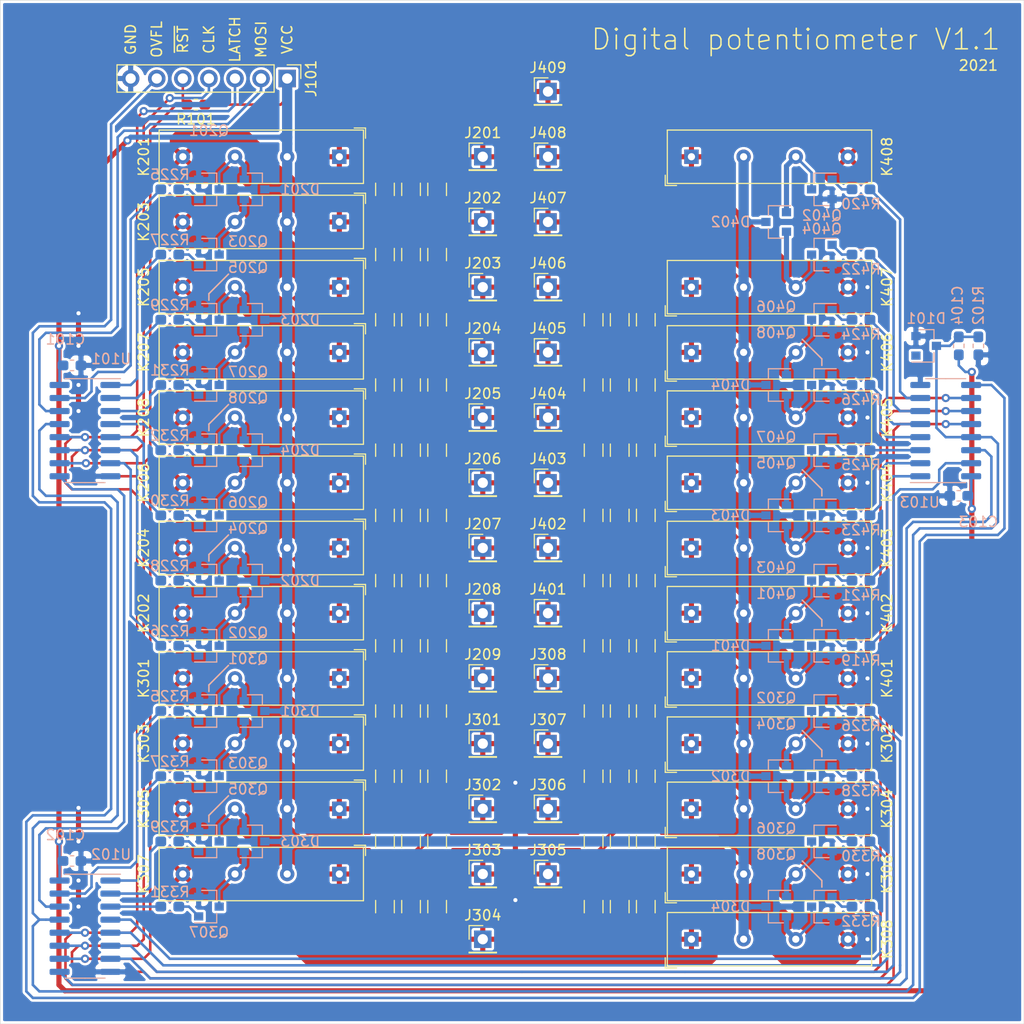
<source format=kicad_pcb>
(kicad_pcb (version 20171130) (host pcbnew "(5.1.6)-1")
  (layers (0 F.Cu signal) (31 B.Cu signal) (34 B.Paste user hide) (35 F.Paste user hide) (36 B.SilkS user) (37 F.SilkS user) (38 B.Mask user hide) (39 F.Mask user hide) (44 Edge.Cuts user))
  (net 0 "")
  (net 1 GND)
  (net 2 +5V)
  (net 3 OVFL)
  (net 4 ~RST)
  (net 5 LATCH)
  (net 6 CLK)
  (net 7 MOSI)
  (net 8 "Net-(U101-Pad9)")
  (net 9 "Net-(U102-Pad9)")
  (net 10 "Net-(D201-Pad2)")
  (net 11 "Net-(D201-Pad1)")
  (net 12 "Net-(D202-Pad2)")
  (net 13 "Net-(D202-Pad1)")
  (net 14 "Net-(D203-Pad2)")
  (net 15 "Net-(D203-Pad1)")
  (net 16 "Net-(D204-Pad2)")
  (net 17 "Net-(D204-Pad1)")
  (net 18 "Net-(D301-Pad2)")
  (net 19 "Net-(D301-Pad1)")
  (net 20 "Net-(D302-Pad2)")
  (net 21 "Net-(D302-Pad1)")
  (net 22 "Net-(D303-Pad2)")
  (net 23 "Net-(D303-Pad1)")
  (net 24 "Net-(D304-Pad2)")
  (net 25 "Net-(D304-Pad1)")
  (net 26 "Net-(J201-Pad1)")
  (net 27 "Net-(J202-Pad1)")
  (net 28 "Net-(J203-Pad1)")
  (net 29 "Net-(J204-Pad1)")
  (net 30 "Net-(J205-Pad1)")
  (net 31 "Net-(J206-Pad1)")
  (net 32 "Net-(J207-Pad1)")
  (net 33 "Net-(J208-Pad1)")
  (net 34 MSB_OUT)
  (net 35 "Net-(J301-Pad1)")
  (net 36 "Net-(J302-Pad1)")
  (net 37 "Net-(J303-Pad1)")
  (net 38 "Net-(J304-Pad1)")
  (net 39 "Net-(J305-Pad1)")
  (net 40 "Net-(J306-Pad1)")
  (net 41 "Net-(J307-Pad1)")
  (net 42 "Net-(Q201-Pad1)")
  (net 43 "Net-(Q202-Pad1)")
  (net 44 "Net-(Q203-Pad1)")
  (net 45 "Net-(Q204-Pad1)")
  (net 46 "Net-(Q205-Pad1)")
  (net 47 "Net-(Q206-Pad1)")
  (net 48 "Net-(Q207-Pad1)")
  (net 49 "Net-(Q208-Pad1)")
  (net 50 "Net-(Q301-Pad1)")
  (net 51 "Net-(Q302-Pad1)")
  (net 52 "Net-(Q303-Pad1)")
  (net 53 "Net-(Q304-Pad1)")
  (net 54 "Net-(Q305-Pad1)")
  (net 55 "Net-(Q306-Pad1)")
  (net 56 "Net-(Q307-Pad1)")
  (net 57 "Net-(Q308-Pad1)")
  (net 58 "Net-(R201-Pad2)")
  (net 59 "Net-(R203-Pad2)")
  (net 60 "Net-(R205-Pad2)")
  (net 61 "Net-(R207-Pad2)")
  (net 62 "Net-(R209-Pad2)")
  (net 63 "Net-(R211-Pad2)")
  (net 64 "Net-(R213-Pad2)")
  (net 65 "Net-(R215-Pad2)")
  (net 66 QA1)
  (net 67 QH1)
  (net 68 QB1)
  (net 69 QG1)
  (net 70 QC1)
  (net 71 QF1)
  (net 72 QD1)
  (net 73 QE1)
  (net 74 "Net-(R301-Pad2)")
  (net 75 "Net-(R303-Pad2)")
  (net 76 "Net-(R305-Pad2)")
  (net 77 "Net-(R307-Pad2)")
  (net 78 "Net-(R309-Pad2)")
  (net 79 "Net-(R311-Pad2)")
  (net 80 "Net-(R313-Pad2)")
  (net 81 "Net-(R315-Pad2)")
  (net 82 QA2)
  (net 83 QH2)
  (net 84 QB2)
  (net 85 QG2)
  (net 86 QC2)
  (net 87 QF2)
  (net 88 QD2)
  (net 89 QE2)
  (net 90 "Net-(D401-Pad2)")
  (net 91 "Net-(D401-Pad1)")
  (net 92 "Net-(D402-Pad2)")
  (net 93 "Net-(D402-Pad1)")
  (net 94 "Net-(D403-Pad2)")
  (net 95 "Net-(D403-Pad1)")
  (net 96 "Net-(D404-Pad2)")
  (net 97 "Net-(D404-Pad1)")
  (net 98 LSB_OUT)
  (net 99 "Net-(J401-Pad1)")
  (net 100 "Net-(J402-Pad1)")
  (net 101 "Net-(J403-Pad1)")
  (net 102 "Net-(J404-Pad1)")
  (net 103 "Net-(J405-Pad1)")
  (net 104 "Net-(J406-Pad1)")
  (net 105 "Net-(J407-Pad1)")
  (net 106 "Net-(J408-Pad1)")
  (net 107 "Net-(J409-Pad1)")
  (net 108 "Net-(Q401-Pad1)")
  (net 109 "Net-(Q402-Pad1)")
  (net 110 "Net-(Q403-Pad1)")
  (net 111 "Net-(Q404-Pad1)")
  (net 112 "Net-(Q405-Pad1)")
  (net 113 "Net-(Q406-Pad1)")
  (net 114 "Net-(Q407-Pad1)")
  (net 115 "Net-(Q408-Pad1)")
  (net 116 "Net-(R401-Pad2)")
  (net 117 "Net-(R403-Pad2)")
  (net 118 "Net-(R405-Pad2)")
  (net 119 "Net-(R407-Pad2)")
  (net 120 "Net-(R409-Pad2)")
  (net 121 "Net-(R411-Pad2)")
  (net 122 QA3)
  (net 123 QH3)
  (net 124 QB3)
  (net 125 QG3)
  (net 126 QC3)
  (net 127 QF3)
  (net 128 QD3)
  (net 129 QE3)
  (net 130 "Net-(D101-Pad1)")
  (net 131 /~OE)
  (module Resistor_SMD:R_0603_1608Metric_Pad1.05x0.95mm_HandSolder (layer B.Cu) (at 196.85 71.755 270)
    (fp_text reference R102 (at -3.937 0 270) (layer B.SilkS) (effects (justify mirror)))
    (fp_text value R)
    (pad 2 smd roundrect (at 0.875 0 270) (size 1.05 0.95) (layers B.Cu B.Paste B.Mask) (net 1 GND))
    (pad 1 smd roundrect (at -0.875 0 270) (size 1.05 0.95) (layers B.Cu B.Paste B.Mask) (net 131 /~OE))
  )
  (module Package_TO_SOT_SMD:SOT-23 (layer B.Cu) (at 191.77 71.755)
    (fp_text reference D101 (at 0 -2.667 180) (layer B.SilkS) (effects (justify mirror)))
    (fp_text value D_Schottky_AAK)
    (pad 3 smd rect (at 1 0) (size 0.9 0.8) (layers B.Cu B.Paste B.Mask) (net 131 /~OE))
    (pad 2 smd rect (at -1 -0.95) (size 0.9 0.8) (layers B.Cu B.Paste B.Mask) (net 1 GND))
    (pad 1 smd rect (at -1 0.95) (size 0.9 0.8) (layers B.Cu B.Paste B.Mask) (net 130 "Net-(D101-Pad1)"))
  )
  (module Capacitor_SMD:C_0603_1608Metric_Pad1.05x0.95mm_HandSolder (layer B.Cu) (at 194.945 71.755 90)
    (fp_text reference C104 (at 3.937 -0.127 270) (layer B.SilkS) (effects (justify mirror)))
    (fp_text value C)
    (pad 2 smd roundrect (at 0.875 0 90) (size 1.05 0.95) (layers B.Cu B.Paste B.Mask) (net 131 /~OE))
    (pad 1 smd roundrect (at -0.875 0 90) (size 1.05 0.95) (layers B.Cu B.Paste B.Mask) (net 2 +5V))
  )
  (module Connector_PinHeader_2.54mm:PinHeader_1x07_P2.54mm_Vertical (layer F.Cu) (at 129.54 45.72 270)
    (fp_text reference J101 (at 0 -2.33 90) (layer F.SilkS))
    (fp_text value Conn_01x07)
    (pad 7 thru_hole oval (at 0 15.24 270) (size 1.7 1.7) (drill 1) (layers *.Cu *.Mask) (net 1 GND))
    (pad 6 thru_hole oval (at 0 12.7 270) (size 1.7 1.7) (drill 1) (layers *.Cu *.Mask) (net 3 OVFL))
    (pad 5 thru_hole oval (at 0 10.16 270) (size 1.7 1.7) (drill 1) (layers *.Cu *.Mask) (net 4 ~RST))
    (pad 4 thru_hole oval (at 0 7.62 270) (size 1.7 1.7) (drill 1) (layers *.Cu *.Mask) (net 6 CLK))
    (pad 3 thru_hole oval (at 0 5.08 270) (size 1.7 1.7) (drill 1) (layers *.Cu *.Mask) (net 5 LATCH))
    (pad 2 thru_hole oval (at 0 2.54 270) (size 1.7 1.7) (drill 1) (layers *.Cu *.Mask) (net 7 MOSI))
    (pad 1 thru_hole rect (at 0 0 270) (size 1.7 1.7) (drill 1) (layers *.Cu *.Mask) (net 2 +5V))
  )
  (module Package_SO:SOIC-16_3.9x9.9mm_P1.27mm (layer B.Cu) (at 109.855 128.27 180)
    (fp_text reference U102 (at -2.54 6.985) (layer B.SilkS) (effects (justify mirror)))
    (fp_text value 74HC595)
    (pad 16 smd roundrect (at 2.475 4.445 180) (size 1.95 0.6) (layers B.Cu B.Paste B.Mask) (net 2 +5V))
    (pad 15 smd roundrect (at 2.475 3.175 180) (size 1.95 0.6) (layers B.Cu B.Paste B.Mask) (net 82 QA2))
    (pad 14 smd roundrect (at 2.475 1.905 180) (size 1.95 0.6) (layers B.Cu B.Paste B.Mask) (net 8 "Net-(U101-Pad9)"))
    (pad 13 smd roundrect (at 2.475 0.635 180) (size 1.95 0.6) (layers B.Cu B.Paste B.Mask) (net 131 /~OE))
    (pad 12 smd roundrect (at 2.475 -0.635 180) (size 1.95 0.6) (layers B.Cu B.Paste B.Mask) (net 5 LATCH))
    (pad 11 smd roundrect (at 2.475 -1.905 180) (size 1.95 0.6) (layers B.Cu B.Paste B.Mask) (net 6 CLK))
    (pad 10 smd roundrect (at 2.475 -3.175 180) (size 1.95 0.6) (layers B.Cu B.Paste B.Mask) (net 4 ~RST))
    (pad 9 smd roundrect (at 2.475 -4.445 180) (size 1.95 0.6) (layers B.Cu B.Paste B.Mask) (net 9 "Net-(U102-Pad9)"))
    (pad 8 smd roundrect (at -2.475 -4.445 180) (size 1.95 0.6) (layers B.Cu B.Paste B.Mask) (net 1 GND))
    (pad 7 smd roundrect (at -2.475 -3.175 180) (size 1.95 0.6) (layers B.Cu B.Paste B.Mask) (net 83 QH2))
    (pad 6 smd roundrect (at -2.475 -1.905 180) (size 1.95 0.6) (layers B.Cu B.Paste B.Mask) (net 85 QG2))
    (pad 5 smd roundrect (at -2.475 -0.635 180) (size 1.95 0.6) (layers B.Cu B.Paste B.Mask) (net 87 QF2))
    (pad 4 smd roundrect (at -2.475 0.635 180) (size 1.95 0.6) (layers B.Cu B.Paste B.Mask) (net 89 QE2))
    (pad 3 smd roundrect (at -2.475 1.905 180) (size 1.95 0.6) (layers B.Cu B.Paste B.Mask) (net 88 QD2))
    (pad 2 smd roundrect (at -2.475 3.175 180) (size 1.95 0.6) (layers B.Cu B.Paste B.Mask) (net 86 QC2))
    (pad 1 smd roundrect (at -2.475 4.445 180) (size 1.95 0.6) (layers B.Cu B.Paste B.Mask) (net 84 QB2))
  )
  (module Package_SO:SOIC-16_3.9x9.9mm_P1.27mm (layer B.Cu) (at 109.855 80.01 180)
    (fp_text reference U101 (at -2.54 6.985) (layer B.SilkS) (effects (justify mirror)))
    (fp_text value 74HC595)
    (pad 16 smd roundrect (at 2.475 4.445 180) (size 1.95 0.6) (layers B.Cu B.Paste B.Mask) (net 2 +5V))
    (pad 15 smd roundrect (at 2.475 3.175 180) (size 1.95 0.6) (layers B.Cu B.Paste B.Mask) (net 66 QA1))
    (pad 14 smd roundrect (at 2.475 1.905 180) (size 1.95 0.6) (layers B.Cu B.Paste B.Mask) (net 7 MOSI))
    (pad 13 smd roundrect (at 2.475 0.635 180) (size 1.95 0.6) (layers B.Cu B.Paste B.Mask) (net 131 /~OE))
    (pad 12 smd roundrect (at 2.475 -0.635 180) (size 1.95 0.6) (layers B.Cu B.Paste B.Mask) (net 5 LATCH))
    (pad 11 smd roundrect (at 2.475 -1.905 180) (size 1.95 0.6) (layers B.Cu B.Paste B.Mask) (net 6 CLK))
    (pad 10 smd roundrect (at 2.475 -3.175 180) (size 1.95 0.6) (layers B.Cu B.Paste B.Mask) (net 4 ~RST))
    (pad 9 smd roundrect (at 2.475 -4.445 180) (size 1.95 0.6) (layers B.Cu B.Paste B.Mask) (net 8 "Net-(U101-Pad9)"))
    (pad 8 smd roundrect (at -2.475 -4.445 180) (size 1.95 0.6) (layers B.Cu B.Paste B.Mask) (net 1 GND))
    (pad 7 smd roundrect (at -2.475 -3.175 180) (size 1.95 0.6) (layers B.Cu B.Paste B.Mask) (net 67 QH1))
    (pad 6 smd roundrect (at -2.475 -1.905 180) (size 1.95 0.6) (layers B.Cu B.Paste B.Mask) (net 69 QG1))
    (pad 5 smd roundrect (at -2.475 -0.635 180) (size 1.95 0.6) (layers B.Cu B.Paste B.Mask) (net 71 QF1))
    (pad 4 smd roundrect (at -2.475 0.635 180) (size 1.95 0.6) (layers B.Cu B.Paste B.Mask) (net 73 QE1))
    (pad 3 smd roundrect (at -2.475 1.905 180) (size 1.95 0.6) (layers B.Cu B.Paste B.Mask) (net 72 QD1))
    (pad 2 smd roundrect (at -2.475 3.175 180) (size 1.95 0.6) (layers B.Cu B.Paste B.Mask) (net 70 QC1))
    (pad 1 smd roundrect (at -2.475 4.445 180) (size 1.95 0.6) (layers B.Cu B.Paste B.Mask) (net 68 QB1))
  )
  (module Relay_THT:Relay_SPST_StandexMeder_SIL_Form1A (layer F.Cu) (at 168.91 129.54)
    (fp_text reference K308 (at 19.05 0 90) (layer F.SilkS))
    (fp_text value SILxx-1Axx-71x)
    (pad 1 thru_hole rect (at 0 0) (size 1.4 1.4) (drill 0.7) (layers *.Cu *.Mask) (net 38 "Net-(J304-Pad1)"))
    (pad 3 thru_hole circle (at 5.08 0) (size 1.4 1.4) (drill 0.7) (layers *.Cu *.Mask) (net 2 +5V))
    (pad 5 thru_hole circle (at 10.16 0) (size 1.4 1.4) (drill 0.7) (layers *.Cu *.Mask) (net 24 "Net-(D304-Pad2)"))
    (pad 7 thru_hole circle (at 15.24 0) (size 1.4 1.4) (drill 0.7) (layers *.Cu *.Mask) (net 39 "Net-(J305-Pad1)"))
  )
  (module Resistor_SMD:R_0603_1608Metric_Pad1.05x0.95mm_HandSolder (layer B.Cu) (at 185.42 113.665)
    (fp_text reference R328 (at 0 1.43) (layer B.SilkS) (effects (justify mirror)))
    (fp_text value R)
    (pad 2 smd roundrect (at 0.875 0) (size 1.05 0.95) (layers B.Cu B.Paste B.Mask) (net 85 QG2))
    (pad 1 smd roundrect (at -0.875 0) (size 1.05 0.95) (layers B.Cu B.Paste B.Mask) (net 53 "Net-(Q304-Pad1)"))
  )
  (module Resistor_SMD:R_0603_1608Metric_Pad1.05x0.95mm_HandSolder (layer B.Cu) (at 185.42 126.365)
    (fp_text reference R332 (at 0 1.43) (layer B.SilkS) (effects (justify mirror)))
    (fp_text value R)
    (pad 2 smd roundrect (at 0.875 0) (size 1.05 0.95) (layers B.Cu B.Paste B.Mask) (net 89 QE2))
    (pad 1 smd roundrect (at -0.875 0) (size 1.05 0.95) (layers B.Cu B.Paste B.Mask) (net 57 "Net-(Q308-Pad1)"))
  )
  (module Relay_THT:Relay_SPST_StandexMeder_SIL_Form1A (layer F.Cu) (at 134.62 72.39 180)
    (fp_text reference K207 (at 19.05 0 90) (layer F.SilkS))
    (fp_text value SILxx-1Axx-71x)
    (pad 1 thru_hole rect (at 0 0 180) (size 1.4 1.4) (drill 0.7) (layers *.Cu *.Mask) (net 29 "Net-(J204-Pad1)"))
    (pad 3 thru_hole circle (at 5.08 0 180) (size 1.4 1.4) (drill 0.7) (layers *.Cu *.Mask) (net 2 +5V))
    (pad 5 thru_hole circle (at 10.16 0 180) (size 1.4 1.4) (drill 0.7) (layers *.Cu *.Mask) (net 15 "Net-(D203-Pad1)"))
    (pad 7 thru_hole circle (at 15.24 0 180) (size 1.4 1.4) (drill 0.7) (layers *.Cu *.Mask) (net 30 "Net-(J205-Pad1)"))
  )
  (module Package_SO:SOIC-16_3.9x9.9mm_P1.27mm (layer B.Cu) (at 193.675 80.01)
    (fp_text reference U103 (at -2.54 6.985) (layer B.SilkS) (effects (justify mirror)))
    (fp_text value 74HC595)
    (pad 16 smd roundrect (at 2.475 4.445) (size 1.95 0.6) (layers B.Cu B.Paste B.Mask) (net 2 +5V))
    (pad 15 smd roundrect (at 2.475 3.175) (size 1.95 0.6) (layers B.Cu B.Paste B.Mask) (net 122 QA3))
    (pad 14 smd roundrect (at 2.475 1.905) (size 1.95 0.6) (layers B.Cu B.Paste B.Mask) (net 9 "Net-(U102-Pad9)"))
    (pad 13 smd roundrect (at 2.475 0.635) (size 1.95 0.6) (layers B.Cu B.Paste B.Mask) (net 131 /~OE))
    (pad 12 smd roundrect (at 2.475 -0.635) (size 1.95 0.6) (layers B.Cu B.Paste B.Mask) (net 5 LATCH))
    (pad 11 smd roundrect (at 2.475 -1.905) (size 1.95 0.6) (layers B.Cu B.Paste B.Mask) (net 6 CLK))
    (pad 10 smd roundrect (at 2.475 -3.175) (size 1.95 0.6) (layers B.Cu B.Paste B.Mask) (net 4 ~RST))
    (pad 9 smd roundrect (at 2.475 -4.445) (size 1.95 0.6) (layers B.Cu B.Paste B.Mask) (net 3 OVFL))
    (pad 8 smd roundrect (at -2.475 -4.445) (size 1.95 0.6) (layers B.Cu B.Paste B.Mask) (net 1 GND))
    (pad 7 smd roundrect (at -2.475 -3.175) (size 1.95 0.6) (layers B.Cu B.Paste B.Mask) (net 123 QH3))
    (pad 6 smd roundrect (at -2.475 -1.905) (size 1.95 0.6) (layers B.Cu B.Paste B.Mask) (net 125 QG3))
    (pad 5 smd roundrect (at -2.475 -0.635) (size 1.95 0.6) (layers B.Cu B.Paste B.Mask) (net 127 QF3))
    (pad 4 smd roundrect (at -2.475 0.635) (size 1.95 0.6) (layers B.Cu B.Paste B.Mask) (net 129 QE3))
    (pad 3 smd roundrect (at -2.475 1.905) (size 1.95 0.6) (layers B.Cu B.Paste B.Mask) (net 128 QD3))
    (pad 2 smd roundrect (at -2.475 3.175) (size 1.95 0.6) (layers B.Cu B.Paste B.Mask) (net 126 QC3))
    (pad 1 smd roundrect (at -2.475 4.445) (size 1.95 0.6) (layers B.Cu B.Paste B.Mask) (net 124 QB3))
  )
  (module Resistor_SMD:R_0603_1608Metric_Pad1.05x0.95mm_HandSolder (layer F.Cu) (at 120.65 48.26 180)
    (fp_text reference R101 (at 0 -1.43) (layer F.SilkS))
    (fp_text value R)
    (pad 2 smd roundrect (at 0.875 0 180) (size 1.05 0.95) (layers F.Cu F.Paste F.Mask) (net 4 ~RST))
    (pad 1 smd roundrect (at -0.875 0 180) (size 1.05 0.95) (layers F.Cu F.Paste F.Mask) (net 2 +5V))
  )
  (module Package_TO_SOT_SMD:SOT-23 (layer B.Cu) (at 121.92 62.865)
    (fp_text reference Q203 (at 3.81 -1.27) (layer B.SilkS) (effects (justify mirror)))
    (fp_text value BC847)
    (pad 3 smd rect (at 1 0) (size 0.9 0.8) (layers B.Cu B.Paste B.Mask) (net 11 "Net-(D201-Pad1)"))
    (pad 2 smd rect (at -1 -0.95) (size 0.9 0.8) (layers B.Cu B.Paste B.Mask) (net 1 GND))
    (pad 1 smd rect (at -1 0.95) (size 0.9 0.8) (layers B.Cu B.Paste B.Mask) (net 44 "Net-(Q203-Pad1)"))
  )
  (module Resistor_SMD:R_1206_3216Metric_Pad1.42x1.75mm_HandSolder (layer F.Cu) (at 144.145 62.865 90)
    (fp_text reference R204 hide)
    (fp_text value R)
    (pad 2 smd roundrect (at 1.4875 0 90) (size 1.425 1.75) (layers F.Cu F.Paste F.Mask) (roundrect_rratio 0.175439) (net 59 "Net-(R203-Pad2)"))
    (pad 1 smd roundrect (at -1.4875 0 90) (size 1.425 1.75) (layers F.Cu F.Paste F.Mask) (roundrect_rratio 0.175439) (net 28 "Net-(J203-Pad1)"))
  )
  (module Resistor_SMD:R_1206_3216Metric_Pad1.42x1.75mm_HandSolder (layer F.Cu) (at 144.145 56.515 90)
    (fp_text reference R202 hide)
    (fp_text value R)
    (pad 2 smd roundrect (at 1.4875 0 90) (size 1.425 1.75) (layers F.Cu F.Paste F.Mask) (roundrect_rratio 0.175439) (net 58 "Net-(R201-Pad2)"))
    (pad 1 smd roundrect (at -1.4875 0 90) (size 1.425 1.75) (layers F.Cu F.Paste F.Mask) (roundrect_rratio 0.175439) (net 27 "Net-(J202-Pad1)"))
  )
  (module Resistor_SMD:R_0603_1608Metric_Pad1.05x0.95mm_HandSolder (layer B.Cu) (at 185.42 75.565)
    (fp_text reference R426 (at 0 1.43) (layer B.SilkS) (effects (justify mirror)))
    (fp_text value R)
    (pad 2 smd roundrect (at 0.875 0) (size 1.05 0.95) (layers B.Cu B.Paste B.Mask) (net 129 QE3))
    (pad 1 smd roundrect (at -0.875 0) (size 1.05 0.95) (layers B.Cu B.Paste B.Mask) (net 115 "Net-(Q408-Pad1)"))
  )
  (module Resistor_SMD:R_0603_1608Metric_Pad1.05x0.95mm_HandSolder (layer B.Cu) (at 185.42 81.915)
    (fp_text reference R425 (at 0 1.43) (layer B.SilkS) (effects (justify mirror)))
    (fp_text value R)
    (pad 2 smd roundrect (at 0.875 0) (size 1.05 0.95) (layers B.Cu B.Paste B.Mask) (net 128 QD3))
    (pad 1 smd roundrect (at -0.875 0) (size 1.05 0.95) (layers B.Cu B.Paste B.Mask) (net 114 "Net-(Q407-Pad1)"))
  )
  (module Resistor_SMD:R_0603_1608Metric_Pad1.05x0.95mm_HandSolder (layer B.Cu) (at 185.42 69.215)
    (fp_text reference R424 (at 0 1.43) (layer B.SilkS) (effects (justify mirror)))
    (fp_text value R)
    (pad 2 smd roundrect (at 0.875 0) (size 1.05 0.95) (layers B.Cu B.Paste B.Mask) (net 127 QF3))
    (pad 1 smd roundrect (at -0.875 0) (size 1.05 0.95) (layers B.Cu B.Paste B.Mask) (net 113 "Net-(Q406-Pad1)"))
  )
  (module Resistor_SMD:R_0603_1608Metric_Pad1.05x0.95mm_HandSolder (layer B.Cu) (at 185.42 88.265)
    (fp_text reference R423 (at 0 1.43) (layer B.SilkS) (effects (justify mirror)))
    (fp_text value R)
    (pad 2 smd roundrect (at 0.875 0) (size 1.05 0.95) (layers B.Cu B.Paste B.Mask) (net 126 QC3))
    (pad 1 smd roundrect (at -0.875 0) (size 1.05 0.95) (layers B.Cu B.Paste B.Mask) (net 112 "Net-(Q405-Pad1)"))
  )
  (module Resistor_SMD:R_0603_1608Metric_Pad1.05x0.95mm_HandSolder (layer B.Cu) (at 185.42 62.865)
    (fp_text reference R422 (at 0 1.43) (layer B.SilkS) (effects (justify mirror)))
    (fp_text value R)
    (pad 2 smd roundrect (at 0.875 0) (size 1.05 0.95) (layers B.Cu B.Paste B.Mask) (net 125 QG3))
    (pad 1 smd roundrect (at -0.875 0) (size 1.05 0.95) (layers B.Cu B.Paste B.Mask) (net 111 "Net-(Q404-Pad1)"))
  )
  (module Resistor_SMD:R_0603_1608Metric_Pad1.05x0.95mm_HandSolder (layer B.Cu) (at 185.42 94.615)
    (fp_text reference R421 (at 0 1.43) (layer B.SilkS) (effects (justify mirror)))
    (fp_text value R)
    (pad 2 smd roundrect (at 0.875 0) (size 1.05 0.95) (layers B.Cu B.Paste B.Mask) (net 124 QB3))
    (pad 1 smd roundrect (at -0.875 0) (size 1.05 0.95) (layers B.Cu B.Paste B.Mask) (net 110 "Net-(Q403-Pad1)"))
  )
  (module Resistor_SMD:R_0603_1608Metric_Pad1.05x0.95mm_HandSolder (layer B.Cu) (at 185.42 56.515)
    (fp_text reference R420 (at 0 1.43) (layer B.SilkS) (effects (justify mirror)))
    (fp_text value R)
    (pad 2 smd roundrect (at 0.875 0) (size 1.05 0.95) (layers B.Cu B.Paste B.Mask) (net 123 QH3))
    (pad 1 smd roundrect (at -0.875 0) (size 1.05 0.95) (layers B.Cu B.Paste B.Mask) (net 109 "Net-(Q402-Pad1)"))
  )
  (module Resistor_SMD:R_0603_1608Metric_Pad1.05x0.95mm_HandSolder (layer B.Cu) (at 185.42 100.965)
    (fp_text reference R419 (at 0 1.43) (layer B.SilkS) (effects (justify mirror)))
    (fp_text value R)
    (pad 2 smd roundrect (at 0.875 0) (size 1.05 0.95) (layers B.Cu B.Paste B.Mask) (net 122 QA3))
    (pad 1 smd roundrect (at -0.875 0) (size 1.05 0.95) (layers B.Cu B.Paste B.Mask) (net 108 "Net-(Q401-Pad1)"))
  )
  (module Resistor_SMD:R_1206_3216Metric_Pad1.42x1.75mm_HandSolder (layer F.Cu) (at 164.465 69.215 90)
    (fp_text reference R418 hide)
    (fp_text value R)
    (pad 2 smd roundrect (at 1.4875 0 90) (size 1.425 1.75) (layers F.Cu F.Paste F.Mask) (roundrect_rratio 0.175439) (net 104 "Net-(J406-Pad1)"))
    (pad 1 smd roundrect (at -1.4875 0 90) (size 1.425 1.75) (layers F.Cu F.Paste F.Mask) (roundrect_rratio 0.175439) (net 103 "Net-(J405-Pad1)"))
  )
  (module Resistor_SMD:R_1206_3216Metric_Pad1.42x1.75mm_HandSolder (layer F.Cu) (at 164.465 75.565 90)
    (fp_text reference R417 hide)
    (fp_text value R)
    (pad 2 smd roundrect (at 1.4875 0 90) (size 1.425 1.75) (layers F.Cu F.Paste F.Mask) (roundrect_rratio 0.175439) (net 103 "Net-(J405-Pad1)"))
    (pad 1 smd roundrect (at -1.4875 0 90) (size 1.425 1.75) (layers F.Cu F.Paste F.Mask) (roundrect_rratio 0.175439) (net 102 "Net-(J404-Pad1)"))
  )
  (module Resistor_SMD:R_1206_3216Metric_Pad1.42x1.75mm_HandSolder (layer F.Cu) (at 164.465 81.915 270)
    (fp_text reference R416 hide)
    (fp_text value R)
    (pad 2 smd roundrect (at 1.4875 0 270) (size 1.425 1.75) (layers F.Cu F.Paste F.Mask) (roundrect_rratio 0.175439) (net 101 "Net-(J403-Pad1)"))
    (pad 1 smd roundrect (at -1.4875 0 270) (size 1.425 1.75) (layers F.Cu F.Paste F.Mask) (roundrect_rratio 0.175439) (net 102 "Net-(J404-Pad1)"))
  )
  (module Resistor_SMD:R_1206_3216Metric_Pad1.42x1.75mm_HandSolder (layer F.Cu) (at 164.465 88.265 270)
    (fp_text reference R415 hide)
    (fp_text value R)
    (pad 2 smd roundrect (at 1.4875 0 270) (size 1.425 1.75) (layers F.Cu F.Paste F.Mask) (roundrect_rratio 0.175439) (net 100 "Net-(J402-Pad1)"))
    (pad 1 smd roundrect (at -1.4875 0 270) (size 1.425 1.75) (layers F.Cu F.Paste F.Mask) (roundrect_rratio 0.175439) (net 101 "Net-(J403-Pad1)"))
  )
  (module Resistor_SMD:R_1206_3216Metric_Pad1.42x1.75mm_HandSolder (layer F.Cu) (at 164.465 94.615 270)
    (fp_text reference R414 hide)
    (fp_text value R)
    (pad 2 smd roundrect (at 1.4875 0 270) (size 1.425 1.75) (layers F.Cu F.Paste F.Mask) (roundrect_rratio 0.175439) (net 99 "Net-(J401-Pad1)"))
    (pad 1 smd roundrect (at -1.4875 0 270) (size 1.425 1.75) (layers F.Cu F.Paste F.Mask) (roundrect_rratio 0.175439) (net 100 "Net-(J402-Pad1)"))
  )
  (module Resistor_SMD:R_1206_3216Metric_Pad1.42x1.75mm_HandSolder (layer F.Cu) (at 164.465 100.965 270)
    (fp_text reference R413 hide)
    (fp_text value R)
    (pad 2 smd roundrect (at 1.4875 0 270) (size 1.425 1.75) (layers F.Cu F.Paste F.Mask) (roundrect_rratio 0.175439) (net 98 LSB_OUT))
    (pad 1 smd roundrect (at -1.4875 0 270) (size 1.425 1.75) (layers F.Cu F.Paste F.Mask) (roundrect_rratio 0.175439) (net 99 "Net-(J401-Pad1)"))
  )
  (module Resistor_SMD:R_1206_3216Metric_Pad1.42x1.75mm_HandSolder (layer F.Cu) (at 159.385 69.215 270)
    (fp_text reference R412 hide)
    (fp_text value R)
    (pad 2 smd roundrect (at 1.4875 0 270) (size 1.425 1.75) (layers F.Cu F.Paste F.Mask) (roundrect_rratio 0.175439) (net 121 "Net-(R411-Pad2)"))
    (pad 1 smd roundrect (at -1.4875 0 270) (size 1.425 1.75) (layers F.Cu F.Paste F.Mask) (roundrect_rratio 0.175439) (net 104 "Net-(J406-Pad1)"))
  )
  (module Resistor_SMD:R_1206_3216Metric_Pad1.42x1.75mm_HandSolder (layer F.Cu) (at 161.925 69.215 90)
    (fp_text reference R411 hide)
    (fp_text value R)
    (pad 2 smd roundrect (at 1.4875 0 90) (size 1.425 1.75) (layers F.Cu F.Paste F.Mask) (roundrect_rratio 0.175439) (net 121 "Net-(R411-Pad2)"))
    (pad 1 smd roundrect (at -1.4875 0 90) (size 1.425 1.75) (layers F.Cu F.Paste F.Mask) (roundrect_rratio 0.175439) (net 103 "Net-(J405-Pad1)"))
  )
  (module Resistor_SMD:R_1206_3216Metric_Pad1.42x1.75mm_HandSolder (layer F.Cu) (at 159.385 75.565 270)
    (fp_text reference R410 hide)
    (fp_text value R)
    (pad 2 smd roundrect (at 1.4875 0 270) (size 1.425 1.75) (layers F.Cu F.Paste F.Mask) (roundrect_rratio 0.175439) (net 120 "Net-(R409-Pad2)"))
    (pad 1 smd roundrect (at -1.4875 0 270) (size 1.425 1.75) (layers F.Cu F.Paste F.Mask) (roundrect_rratio 0.175439) (net 103 "Net-(J405-Pad1)"))
  )
  (module Resistor_SMD:R_1206_3216Metric_Pad1.42x1.75mm_HandSolder (layer F.Cu) (at 161.925 75.565 90)
    (fp_text reference R409 hide)
    (fp_text value R)
    (pad 2 smd roundrect (at 1.4875 0 90) (size 1.425 1.75) (layers F.Cu F.Paste F.Mask) (roundrect_rratio 0.175439) (net 120 "Net-(R409-Pad2)"))
    (pad 1 smd roundrect (at -1.4875 0 90) (size 1.425 1.75) (layers F.Cu F.Paste F.Mask) (roundrect_rratio 0.175439) (net 102 "Net-(J404-Pad1)"))
  )
  (module Resistor_SMD:R_1206_3216Metric_Pad1.42x1.75mm_HandSolder (layer F.Cu) (at 159.385 81.915 270)
    (fp_text reference R408 hide)
    (fp_text value R)
    (pad 2 smd roundrect (at 1.4875 0 270) (size 1.425 1.75) (layers F.Cu F.Paste F.Mask) (roundrect_rratio 0.175439) (net 119 "Net-(R407-Pad2)"))
    (pad 1 smd roundrect (at -1.4875 0 270) (size 1.425 1.75) (layers F.Cu F.Paste F.Mask) (roundrect_rratio 0.175439) (net 102 "Net-(J404-Pad1)"))
  )
  (module Resistor_SMD:R_1206_3216Metric_Pad1.42x1.75mm_HandSolder (layer F.Cu) (at 161.925 81.915 90)
    (fp_text reference R407 hide)
    (fp_text value R)
    (pad 2 smd roundrect (at 1.4875 0 90) (size 1.425 1.75) (layers F.Cu F.Paste F.Mask) (roundrect_rratio 0.175439) (net 119 "Net-(R407-Pad2)"))
    (pad 1 smd roundrect (at -1.4875 0 90) (size 1.425 1.75) (layers F.Cu F.Paste F.Mask) (roundrect_rratio 0.175439) (net 101 "Net-(J403-Pad1)"))
  )
  (module Resistor_SMD:R_1206_3216Metric_Pad1.42x1.75mm_HandSolder (layer F.Cu) (at 159.385 88.265 270)
    (fp_text reference R406 hide)
    (fp_text value R)
    (pad 2 smd roundrect (at 1.4875 0 270) (size 1.425 1.75) (layers F.Cu F.Paste F.Mask) (roundrect_rratio 0.175439) (net 118 "Net-(R405-Pad2)"))
    (pad 1 smd roundrect (at -1.4875 0 270) (size 1.425 1.75) (layers F.Cu F.Paste F.Mask) (roundrect_rratio 0.175439) (net 101 "Net-(J403-Pad1)"))
  )
  (module Resistor_SMD:R_1206_3216Metric_Pad1.42x1.75mm_HandSolder (layer F.Cu) (at 161.925 88.265 90)
    (fp_text reference R405 hide)
    (fp_text value R)
    (pad 2 smd roundrect (at 1.4875 0 90) (size 1.425 1.75) (layers F.Cu F.Paste F.Mask) (roundrect_rratio 0.175439) (net 118 "Net-(R405-Pad2)"))
    (pad 1 smd roundrect (at -1.4875 0 90) (size 1.425 1.75) (layers F.Cu F.Paste F.Mask) (roundrect_rratio 0.175439) (net 100 "Net-(J402-Pad1)"))
  )
  (module Resistor_SMD:R_1206_3216Metric_Pad1.42x1.75mm_HandSolder (layer F.Cu) (at 159.385 94.615 270)
    (fp_text reference R404 hide)
    (fp_text value R)
    (pad 2 smd roundrect (at 1.4875 0 270) (size 1.425 1.75) (layers F.Cu F.Paste F.Mask) (roundrect_rratio 0.175439) (net 117 "Net-(R403-Pad2)"))
    (pad 1 smd roundrect (at -1.4875 0 270) (size 1.425 1.75) (layers F.Cu F.Paste F.Mask) (roundrect_rratio 0.175439) (net 100 "Net-(J402-Pad1)"))
  )
  (module Resistor_SMD:R_1206_3216Metric_Pad1.42x1.75mm_HandSolder (layer F.Cu) (at 161.925 94.615 90)
    (fp_text reference R403 hide)
    (fp_text value R)
    (pad 2 smd roundrect (at 1.4875 0 90) (size 1.425 1.75) (layers F.Cu F.Paste F.Mask) (roundrect_rratio 0.175439) (net 117 "Net-(R403-Pad2)"))
    (pad 1 smd roundrect (at -1.4875 0 90) (size 1.425 1.75) (layers F.Cu F.Paste F.Mask) (roundrect_rratio 0.175439) (net 99 "Net-(J401-Pad1)"))
  )
  (module Resistor_SMD:R_1206_3216Metric_Pad1.42x1.75mm_HandSolder (layer F.Cu) (at 159.385 100.965 270)
    (fp_text reference R402 hide)
    (fp_text value R)
    (pad 2 smd roundrect (at 1.4875 0 270) (size 1.425 1.75) (layers F.Cu F.Paste F.Mask) (roundrect_rratio 0.175439) (net 116 "Net-(R401-Pad2)"))
    (pad 1 smd roundrect (at -1.4875 0 270) (size 1.425 1.75) (layers F.Cu F.Paste F.Mask) (roundrect_rratio 0.175439) (net 99 "Net-(J401-Pad1)"))
  )
  (module Resistor_SMD:R_1206_3216Metric_Pad1.42x1.75mm_HandSolder (layer F.Cu) (at 161.925 100.965 90)
    (fp_text reference R401 hide)
    (fp_text value R)
    (pad 2 smd roundrect (at 1.4875 0 90) (size 1.425 1.75) (layers F.Cu F.Paste F.Mask) (roundrect_rratio 0.175439) (net 116 "Net-(R401-Pad2)"))
    (pad 1 smd roundrect (at -1.4875 0 90) (size 1.425 1.75) (layers F.Cu F.Paste F.Mask) (roundrect_rratio 0.175439) (net 98 LSB_OUT))
  )
  (module Package_TO_SOT_SMD:SOT-23 (layer B.Cu) (at 181.61 75.565 180)
    (fp_text reference Q408 (at 4.445 5.08) (layer B.SilkS) (effects (justify mirror)))
    (fp_text value BC847)
    (pad 3 smd rect (at 1 0 180) (size 0.9 0.8) (layers B.Cu B.Paste B.Mask) (net 96 "Net-(D404-Pad2)"))
    (pad 2 smd rect (at -1 -0.95 180) (size 0.9 0.8) (layers B.Cu B.Paste B.Mask) (net 1 GND))
    (pad 1 smd rect (at -1 0.95 180) (size 0.9 0.8) (layers B.Cu B.Paste B.Mask) (net 115 "Net-(Q408-Pad1)"))
  )
  (module Package_TO_SOT_SMD:SOT-23 (layer B.Cu) (at 181.61 81.915 180)
    (fp_text reference Q407 (at 4.445 1.27) (layer B.SilkS) (effects (justify mirror)))
    (fp_text value BC847)
    (pad 3 smd rect (at 1 0 180) (size 0.9 0.8) (layers B.Cu B.Paste B.Mask) (net 95 "Net-(D403-Pad1)"))
    (pad 2 smd rect (at -1 -0.95 180) (size 0.9 0.8) (layers B.Cu B.Paste B.Mask) (net 1 GND))
    (pad 1 smd rect (at -1 0.95 180) (size 0.9 0.8) (layers B.Cu B.Paste B.Mask) (net 114 "Net-(Q407-Pad1)"))
  )
  (module Package_TO_SOT_SMD:SOT-23 (layer B.Cu) (at 181.61 69.215 180)
    (fp_text reference Q406 (at 4.445 1.27) (layer B.SilkS) (effects (justify mirror)))
    (fp_text value BC847)
    (pad 3 smd rect (at 1 0 180) (size 0.9 0.8) (layers B.Cu B.Paste B.Mask) (net 97 "Net-(D404-Pad1)"))
    (pad 2 smd rect (at -1 -0.95 180) (size 0.9 0.8) (layers B.Cu B.Paste B.Mask) (net 1 GND))
    (pad 1 smd rect (at -1 0.95 180) (size 0.9 0.8) (layers B.Cu B.Paste B.Mask) (net 113 "Net-(Q406-Pad1)"))
  )
  (module Package_TO_SOT_SMD:SOT-23 (layer B.Cu) (at 181.61 88.265 180)
    (fp_text reference Q405 (at 4.445 5.08) (layer B.SilkS) (effects (justify mirror)))
    (fp_text value BC847)
    (pad 3 smd rect (at 1 0 180) (size 0.9 0.8) (layers B.Cu B.Paste B.Mask) (net 94 "Net-(D403-Pad2)"))
    (pad 2 smd rect (at -1 -0.95 180) (size 0.9 0.8) (layers B.Cu B.Paste B.Mask) (net 1 GND))
    (pad 1 smd rect (at -1 0.95 180) (size 0.9 0.8) (layers B.Cu B.Paste B.Mask) (net 112 "Net-(Q405-Pad1)"))
  )
  (module Package_TO_SOT_SMD:SOT-23 (layer B.Cu) (at 181.61 62.865 180)
    (fp_text reference Q404 (at 0 2.5) (layer B.SilkS) (effects (justify mirror)))
    (fp_text value BC847)
    (pad 3 smd rect (at 1 0 180) (size 0.9 0.8) (layers B.Cu B.Paste B.Mask) (net 92 "Net-(D402-Pad2)"))
    (pad 2 smd rect (at -1 -0.95 180) (size 0.9 0.8) (layers B.Cu B.Paste B.Mask) (net 1 GND))
    (pad 1 smd rect (at -1 0.95 180) (size 0.9 0.8) (layers B.Cu B.Paste B.Mask) (net 111 "Net-(Q404-Pad1)"))
  )
  (module Package_TO_SOT_SMD:SOT-23 (layer B.Cu) (at 181.61 94.615 180)
    (fp_text reference Q403 (at 4.445 1.27) (layer B.SilkS) (effects (justify mirror)))
    (fp_text value BC847)
    (pad 3 smd rect (at 1 0 180) (size 0.9 0.8) (layers B.Cu B.Paste B.Mask) (net 91 "Net-(D401-Pad1)"))
    (pad 2 smd rect (at -1 -0.95 180) (size 0.9 0.8) (layers B.Cu B.Paste B.Mask) (net 1 GND))
    (pad 1 smd rect (at -1 0.95 180) (size 0.9 0.8) (layers B.Cu B.Paste B.Mask) (net 110 "Net-(Q403-Pad1)"))
  )
  (module Package_TO_SOT_SMD:SOT-23 (layer B.Cu) (at 181.61 56.515 180)
    (fp_text reference Q402 (at 0 -2.54) (layer B.SilkS) (effects (justify mirror)))
    (fp_text value BC847)
    (pad 3 smd rect (at 1 0 180) (size 0.9 0.8) (layers B.Cu B.Paste B.Mask) (net 93 "Net-(D402-Pad1)"))
    (pad 2 smd rect (at -1 -0.95 180) (size 0.9 0.8) (layers B.Cu B.Paste B.Mask) (net 1 GND))
    (pad 1 smd rect (at -1 0.95 180) (size 0.9 0.8) (layers B.Cu B.Paste B.Mask) (net 109 "Net-(Q402-Pad1)"))
  )
  (module Package_TO_SOT_SMD:SOT-23 (layer B.Cu) (at 181.61 100.965 180)
    (fp_text reference Q401 (at 4.445 5.08) (layer B.SilkS) (effects (justify mirror)))
    (fp_text value BC847)
    (pad 3 smd rect (at 1 0 180) (size 0.9 0.8) (layers B.Cu B.Paste B.Mask) (net 90 "Net-(D401-Pad2)"))
    (pad 2 smd rect (at -1 -0.95 180) (size 0.9 0.8) (layers B.Cu B.Paste B.Mask) (net 1 GND))
    (pad 1 smd rect (at -1 0.95 180) (size 0.9 0.8) (layers B.Cu B.Paste B.Mask) (net 108 "Net-(Q401-Pad1)"))
  )
  (module Relay_THT:Relay_SPST_StandexMeder_SIL_Form1A (layer F.Cu) (at 168.91 78.74)
    (fp_text reference K405 (at 19.05 0 90) (layer F.SilkS))
    (fp_text value SILxx-1Axx-71x)
    (pad 1 thru_hole rect (at 0 0) (size 1.4 1.4) (drill 0.7) (layers *.Cu *.Mask) (net 102 "Net-(J404-Pad1)"))
    (pad 3 thru_hole circle (at 5.08 0) (size 1.4 1.4) (drill 0.7) (layers *.Cu *.Mask) (net 2 +5V))
    (pad 5 thru_hole circle (at 10.16 0) (size 1.4 1.4) (drill 0.7) (layers *.Cu *.Mask) (net 96 "Net-(D404-Pad2)"))
    (pad 7 thru_hole circle (at 15.24 0) (size 1.4 1.4) (drill 0.7) (layers *.Cu *.Mask) (net 103 "Net-(J405-Pad1)"))
  )
  (module Relay_THT:Relay_SPST_StandexMeder_SIL_Form1A (layer F.Cu) (at 168.91 85.09)
    (fp_text reference K404 (at 19.05 0 90) (layer F.SilkS))
    (fp_text value SILxx-1Axx-71x)
    (pad 1 thru_hole rect (at 0 0) (size 1.4 1.4) (drill 0.7) (layers *.Cu *.Mask) (net 101 "Net-(J403-Pad1)"))
    (pad 3 thru_hole circle (at 5.08 0) (size 1.4 1.4) (drill 0.7) (layers *.Cu *.Mask) (net 2 +5V))
    (pad 5 thru_hole circle (at 10.16 0) (size 1.4 1.4) (drill 0.7) (layers *.Cu *.Mask) (net 95 "Net-(D403-Pad1)"))
    (pad 7 thru_hole circle (at 15.24 0) (size 1.4 1.4) (drill 0.7) (layers *.Cu *.Mask) (net 102 "Net-(J404-Pad1)"))
  )
  (module Relay_THT:Relay_SPST_StandexMeder_SIL_Form1A (layer F.Cu) (at 168.91 72.39)
    (fp_text reference K406 (at 19.05 0 90) (layer F.SilkS))
    (fp_text value SILxx-1Axx-71x)
    (pad 1 thru_hole rect (at 0 0) (size 1.4 1.4) (drill 0.7) (layers *.Cu *.Mask) (net 103 "Net-(J405-Pad1)"))
    (pad 3 thru_hole circle (at 5.08 0) (size 1.4 1.4) (drill 0.7) (layers *.Cu *.Mask) (net 2 +5V))
    (pad 5 thru_hole circle (at 10.16 0) (size 1.4 1.4) (drill 0.7) (layers *.Cu *.Mask) (net 97 "Net-(D404-Pad1)"))
    (pad 7 thru_hole circle (at 15.24 0) (size 1.4 1.4) (drill 0.7) (layers *.Cu *.Mask) (net 104 "Net-(J406-Pad1)"))
  )
  (module Relay_THT:Relay_SPST_StandexMeder_SIL_Form1A (layer F.Cu) (at 168.91 91.44)
    (fp_text reference K403 (at 19.05 0 90) (layer F.SilkS))
    (fp_text value SILxx-1Axx-71x)
    (pad 1 thru_hole rect (at 0 0) (size 1.4 1.4) (drill 0.7) (layers *.Cu *.Mask) (net 100 "Net-(J402-Pad1)"))
    (pad 3 thru_hole circle (at 5.08 0) (size 1.4 1.4) (drill 0.7) (layers *.Cu *.Mask) (net 2 +5V))
    (pad 5 thru_hole circle (at 10.16 0) (size 1.4 1.4) (drill 0.7) (layers *.Cu *.Mask) (net 94 "Net-(D403-Pad2)"))
    (pad 7 thru_hole circle (at 15.24 0) (size 1.4 1.4) (drill 0.7) (layers *.Cu *.Mask) (net 101 "Net-(J403-Pad1)"))
  )
  (module Relay_THT:Relay_SPST_StandexMeder_SIL_Form1A (layer F.Cu) (at 168.91 66.04)
    (fp_text reference K407 (at 19.05 0 90) (layer F.SilkS))
    (fp_text value SILxx-1Axx-71x)
    (pad 1 thru_hole rect (at 0 0) (size 1.4 1.4) (drill 0.7) (layers *.Cu *.Mask) (net 104 "Net-(J406-Pad1)"))
    (pad 3 thru_hole circle (at 5.08 0) (size 1.4 1.4) (drill 0.7) (layers *.Cu *.Mask) (net 2 +5V))
    (pad 5 thru_hole circle (at 10.16 0) (size 1.4 1.4) (drill 0.7) (layers *.Cu *.Mask) (net 92 "Net-(D402-Pad2)"))
    (pad 7 thru_hole circle (at 15.24 0) (size 1.4 1.4) (drill 0.7) (layers *.Cu *.Mask) (net 105 "Net-(J407-Pad1)"))
  )
  (module Relay_THT:Relay_SPST_StandexMeder_SIL_Form1A (layer F.Cu) (at 168.91 97.79)
    (fp_text reference K402 (at 19.05 0 90) (layer F.SilkS))
    (fp_text value SILxx-1Axx-71x)
    (pad 1 thru_hole rect (at 0 0) (size 1.4 1.4) (drill 0.7) (layers *.Cu *.Mask) (net 99 "Net-(J401-Pad1)"))
    (pad 3 thru_hole circle (at 5.08 0) (size 1.4 1.4) (drill 0.7) (layers *.Cu *.Mask) (net 2 +5V))
    (pad 5 thru_hole circle (at 10.16 0) (size 1.4 1.4) (drill 0.7) (layers *.Cu *.Mask) (net 91 "Net-(D401-Pad1)"))
    (pad 7 thru_hole circle (at 15.24 0) (size 1.4 1.4) (drill 0.7) (layers *.Cu *.Mask) (net 100 "Net-(J402-Pad1)"))
  )
  (module Relay_THT:Relay_SPST_StandexMeder_SIL_Form1A (layer F.Cu) (at 168.91 53.34)
    (fp_text reference K408 (at 19.05 0 90) (layer F.SilkS))
    (fp_text value SILxx-1Axx-71x)
    (pad 1 thru_hole rect (at 0 0) (size 1.4 1.4) (drill 0.7) (layers *.Cu *.Mask) (net 106 "Net-(J408-Pad1)"))
    (pad 3 thru_hole circle (at 5.08 0) (size 1.4 1.4) (drill 0.7) (layers *.Cu *.Mask) (net 2 +5V))
    (pad 5 thru_hole circle (at 10.16 0) (size 1.4 1.4) (drill 0.7) (layers *.Cu *.Mask) (net 93 "Net-(D402-Pad1)"))
    (pad 7 thru_hole circle (at 15.24 0) (size 1.4 1.4) (drill 0.7) (layers *.Cu *.Mask) (net 107 "Net-(J409-Pad1)"))
  )
  (module Relay_THT:Relay_SPST_StandexMeder_SIL_Form1A (layer F.Cu) (at 168.91 104.14)
    (fp_text reference K401 (at 19.05 0 90) (layer F.SilkS))
    (fp_text value SILxx-1Axx-71x)
    (pad 1 thru_hole rect (at 0 0) (size 1.4 1.4) (drill 0.7) (layers *.Cu *.Mask) (net 98 LSB_OUT))
    (pad 3 thru_hole circle (at 5.08 0) (size 1.4 1.4) (drill 0.7) (layers *.Cu *.Mask) (net 2 +5V))
    (pad 5 thru_hole circle (at 10.16 0) (size 1.4 1.4) (drill 0.7) (layers *.Cu *.Mask) (net 90 "Net-(D401-Pad2)"))
    (pad 7 thru_hole circle (at 15.24 0) (size 1.4 1.4) (drill 0.7) (layers *.Cu *.Mask) (net 99 "Net-(J401-Pad1)"))
  )
  (module Connector_PinHeader_2.54mm:PinHeader_1x01_P2.54mm_Vertical (layer F.Cu) (at 154.94 53.34)
    (fp_text reference J408 (at 0 -2.33) (layer F.SilkS))
    (fp_text value Conn_01x01)
    (pad 1 thru_hole rect (at 0 0) (size 1.7 1.7) (drill 1) (layers *.Cu *.Mask) (net 106 "Net-(J408-Pad1)"))
  )
  (module Connector_PinHeader_2.54mm:PinHeader_1x01_P2.54mm_Vertical (layer F.Cu) (at 154.94 46.99)
    (fp_text reference J409 (at 0 -2.33) (layer F.SilkS))
    (fp_text value Conn_01x01)
    (pad 1 thru_hole rect (at 0 0) (size 1.7 1.7) (drill 1) (layers *.Cu *.Mask) (net 107 "Net-(J409-Pad1)"))
  )
  (module Connector_PinHeader_2.54mm:PinHeader_1x01_P2.54mm_Vertical (layer F.Cu) (at 154.94 59.69)
    (fp_text reference J407 (at 0 -2.33) (layer F.SilkS))
    (fp_text value Conn_01x01)
    (pad 1 thru_hole rect (at 0 0) (size 1.7 1.7) (drill 1) (layers *.Cu *.Mask) (net 105 "Net-(J407-Pad1)"))
  )
  (module Connector_PinHeader_2.54mm:PinHeader_1x01_P2.54mm_Vertical (layer F.Cu) (at 154.94 66.04)
    (fp_text reference J406 (at 0 -2.33) (layer F.SilkS))
    (fp_text value Conn_01x01)
    (pad 1 thru_hole rect (at 0 0) (size 1.7 1.7) (drill 1) (layers *.Cu *.Mask) (net 104 "Net-(J406-Pad1)"))
  )
  (module Connector_PinHeader_2.54mm:PinHeader_1x01_P2.54mm_Vertical (layer F.Cu) (at 154.94 72.39)
    (fp_text reference J405 (at 0 -2.33) (layer F.SilkS))
    (fp_text value Conn_01x01)
    (pad 1 thru_hole rect (at 0 0) (size 1.7 1.7) (drill 1) (layers *.Cu *.Mask) (net 103 "Net-(J405-Pad1)"))
  )
  (module Connector_PinHeader_2.54mm:PinHeader_1x01_P2.54mm_Vertical (layer F.Cu) (at 154.94 78.74)
    (fp_text reference J404 (at 0 -2.33) (layer F.SilkS))
    (fp_text value Conn_01x01)
    (pad 1 thru_hole rect (at 0 0) (size 1.7 1.7) (drill 1) (layers *.Cu *.Mask) (net 102 "Net-(J404-Pad1)"))
  )
  (module Connector_PinHeader_2.54mm:PinHeader_1x01_P2.54mm_Vertical (layer F.Cu) (at 154.94 85.09)
    (fp_text reference J403 (at 0 -2.33) (layer F.SilkS))
    (fp_text value Conn_01x01)
    (pad 1 thru_hole rect (at 0 0) (size 1.7 1.7) (drill 1) (layers *.Cu *.Mask) (net 101 "Net-(J403-Pad1)"))
  )
  (module Connector_PinHeader_2.54mm:PinHeader_1x01_P2.54mm_Vertical (layer F.Cu) (at 154.94 91.44)
    (fp_text reference J402 (at 0 -2.33) (layer F.SilkS))
    (fp_text value Conn_01x01)
    (pad 1 thru_hole rect (at 0 0) (size 1.7 1.7) (drill 1) (layers *.Cu *.Mask) (net 100 "Net-(J402-Pad1)"))
  )
  (module Connector_PinHeader_2.54mm:PinHeader_1x01_P2.54mm_Vertical (layer F.Cu) (at 154.94 97.79)
    (fp_text reference J401 (at 0 -2.33) (layer F.SilkS))
    (fp_text value Conn_01x01)
    (pad 1 thru_hole rect (at 0 0) (size 1.7 1.7) (drill 1) (layers *.Cu *.Mask) (net 99 "Net-(J401-Pad1)"))
  )
  (module Package_TO_SOT_SMD:SOT-23 (layer B.Cu) (at 177.165 75.565 180)
    (fp_text reference D404 (at 4.445 0 180) (layer B.SilkS) (effects (justify mirror)))
    (fp_text value BAT54C)
    (pad 3 smd rect (at 1 0 180) (size 0.9 0.8) (layers B.Cu B.Paste B.Mask) (net 2 +5V))
    (pad 2 smd rect (at -1 -0.95 180) (size 0.9 0.8) (layers B.Cu B.Paste B.Mask) (net 96 "Net-(D404-Pad2)"))
    (pad 1 smd rect (at -1 0.95 180) (size 0.9 0.8) (layers B.Cu B.Paste B.Mask) (net 97 "Net-(D404-Pad1)"))
  )
  (module Package_TO_SOT_SMD:SOT-23 (layer B.Cu) (at 177.165 88.265 180)
    (fp_text reference D403 (at 4.445 0 180) (layer B.SilkS) (effects (justify mirror)))
    (fp_text value BAT54C)
    (pad 3 smd rect (at 1 0 180) (size 0.9 0.8) (layers B.Cu B.Paste B.Mask) (net 2 +5V))
    (pad 2 smd rect (at -1 -0.95 180) (size 0.9 0.8) (layers B.Cu B.Paste B.Mask) (net 94 "Net-(D403-Pad2)"))
    (pad 1 smd rect (at -1 0.95 180) (size 0.9 0.8) (layers B.Cu B.Paste B.Mask) (net 95 "Net-(D403-Pad1)"))
  )
  (module Package_TO_SOT_SMD:SOT-23 (layer B.Cu) (at 177.165 59.69 180)
    (fp_text reference D402 (at 4.445 0 180) (layer B.SilkS) (effects (justify mirror)))
    (fp_text value BAT54C)
    (pad 3 smd rect (at 1 0 180) (size 0.9 0.8) (layers B.Cu B.Paste B.Mask) (net 2 +5V))
    (pad 2 smd rect (at -1 -0.95 180) (size 0.9 0.8) (layers B.Cu B.Paste B.Mask) (net 92 "Net-(D402-Pad2)"))
    (pad 1 smd rect (at -1 0.95 180) (size 0.9 0.8) (layers B.Cu B.Paste B.Mask) (net 93 "Net-(D402-Pad1)"))
  )
  (module Package_TO_SOT_SMD:SOT-23 (layer B.Cu) (at 177.165 100.965 180)
    (fp_text reference D401 (at 4.445 0 180) (layer B.SilkS) (effects (justify mirror)))
    (fp_text value BAT54C)
    (pad 3 smd rect (at 1 0 180) (size 0.9 0.8) (layers B.Cu B.Paste B.Mask) (net 2 +5V))
    (pad 2 smd rect (at -1 -0.95 180) (size 0.9 0.8) (layers B.Cu B.Paste B.Mask) (net 90 "Net-(D401-Pad2)"))
    (pad 1 smd rect (at -1 0.95 180) (size 0.9 0.8) (layers B.Cu B.Paste B.Mask) (net 91 "Net-(D401-Pad1)"))
  )
  (module Package_TO_SOT_SMD:SOT-23 (layer B.Cu) (at 121.92 107.315)
    (fp_text reference Q301 (at 3.81 -5.08) (layer B.SilkS) (effects (justify mirror)))
    (fp_text value BC847)
    (pad 3 smd rect (at 1 0) (size 0.9 0.8) (layers B.Cu B.Paste B.Mask) (net 18 "Net-(D301-Pad2)"))
    (pad 2 smd rect (at -1 -0.95) (size 0.9 0.8) (layers B.Cu B.Paste B.Mask) (net 1 GND))
    (pad 1 smd rect (at -1 0.95) (size 0.9 0.8) (layers B.Cu B.Paste B.Mask) (net 50 "Net-(Q301-Pad1)"))
  )
  (module Relay_THT:Relay_SPST_StandexMeder_SIL_Form1A (layer F.Cu) (at 134.62 116.84 180)
    (fp_text reference K305 (at 19.05 0 90) (layer F.SilkS))
    (fp_text value SILxx-1Axx-71x)
    (pad 1 thru_hole rect (at 0 0 180) (size 1.4 1.4) (drill 0.7) (layers *.Cu *.Mask) (net 36 "Net-(J302-Pad1)"))
    (pad 3 thru_hole circle (at 5.08 0 180) (size 1.4 1.4) (drill 0.7) (layers *.Cu *.Mask) (net 2 +5V))
    (pad 5 thru_hole circle (at 10.16 0 180) (size 1.4 1.4) (drill 0.7) (layers *.Cu *.Mask) (net 22 "Net-(D303-Pad2)"))
    (pad 7 thru_hole circle (at 15.24 0 180) (size 1.4 1.4) (drill 0.7) (layers *.Cu *.Mask) (net 37 "Net-(J303-Pad1)"))
  )
  (module Resistor_SMD:R_1206_3216Metric_Pad1.42x1.75mm_HandSolder (layer F.Cu) (at 144.145 81.915 90)
    (fp_text reference R210 hide)
    (fp_text value R)
    (pad 2 smd roundrect (at 1.4875 0 90) (size 1.425 1.75) (layers F.Cu F.Paste F.Mask) (roundrect_rratio 0.175439) (net 62 "Net-(R209-Pad2)"))
    (pad 1 smd roundrect (at -1.4875 0 90) (size 1.425 1.75) (layers F.Cu F.Paste F.Mask) (roundrect_rratio 0.175439) (net 31 "Net-(J206-Pad1)"))
  )
  (module Package_TO_SOT_SMD:SOT-23 (layer B.Cu) (at 121.92 126.365)
    (fp_text reference Q307 (at 0 2.5) (layer B.SilkS) (effects (justify mirror)))
    (fp_text value BC847)
    (pad 3 smd rect (at 1 0) (size 0.9 0.8) (layers B.Cu B.Paste B.Mask) (net 23 "Net-(D303-Pad1)"))
    (pad 2 smd rect (at -1 -0.95) (size 0.9 0.8) (layers B.Cu B.Paste B.Mask) (net 1 GND))
    (pad 1 smd rect (at -1 0.95) (size 0.9 0.8) (layers B.Cu B.Paste B.Mask) (net 56 "Net-(Q307-Pad1)"))
  )
  (module Resistor_SMD:R_1206_3216Metric_Pad1.42x1.75mm_HandSolder (layer F.Cu) (at 139.065 69.215 90)
    (fp_text reference R219 hide)
    (fp_text value R)
    (pad 2 smd roundrect (at 1.4875 0 90) (size 1.425 1.75) (layers F.Cu F.Paste F.Mask) (roundrect_rratio 0.175439) (net 28 "Net-(J203-Pad1)"))
    (pad 1 smd roundrect (at -1.4875 0 90) (size 1.425 1.75) (layers F.Cu F.Paste F.Mask) (roundrect_rratio 0.175439) (net 29 "Net-(J204-Pad1)"))
  )
  (module Package_TO_SOT_SMD:SOT-23 (layer B.Cu) (at 121.92 56.515)
    (fp_text reference Q201 (at 0 -5.715) (layer B.SilkS) (effects (justify mirror)))
    (fp_text value BC847)
    (pad 3 smd rect (at 1 0) (size 0.9 0.8) (layers B.Cu B.Paste B.Mask) (net 10 "Net-(D201-Pad2)"))
    (pad 2 smd rect (at -1 -0.95) (size 0.9 0.8) (layers B.Cu B.Paste B.Mask) (net 1 GND))
    (pad 1 smd rect (at -1 0.95) (size 0.9 0.8) (layers B.Cu B.Paste B.Mask) (net 42 "Net-(Q201-Pad1)"))
  )
  (module Package_TO_SOT_SMD:SOT-23 (layer B.Cu) (at 121.92 113.665)
    (fp_text reference Q303 (at 3.81 -1.27) (layer B.SilkS) (effects (justify mirror)))
    (fp_text value BC847)
    (pad 3 smd rect (at 1 0) (size 0.9 0.8) (layers B.Cu B.Paste B.Mask) (net 19 "Net-(D301-Pad1)"))
    (pad 2 smd rect (at -1 -0.95) (size 0.9 0.8) (layers B.Cu B.Paste B.Mask) (net 1 GND))
    (pad 1 smd rect (at -1 0.95) (size 0.9 0.8) (layers B.Cu B.Paste B.Mask) (net 52 "Net-(Q303-Pad1)"))
  )
  (module Relay_THT:Relay_SPST_StandexMeder_SIL_Form1A (layer F.Cu) (at 168.91 123.19)
    (fp_text reference K306 (at 19.05 0 90) (layer F.SilkS))
    (fp_text value SILxx-1Axx-71x)
    (pad 1 thru_hole rect (at 0 0) (size 1.4 1.4) (drill 0.7) (layers *.Cu *.Mask) (net 39 "Net-(J305-Pad1)"))
    (pad 3 thru_hole circle (at 5.08 0) (size 1.4 1.4) (drill 0.7) (layers *.Cu *.Mask) (net 2 +5V))
    (pad 5 thru_hole circle (at 10.16 0) (size 1.4 1.4) (drill 0.7) (layers *.Cu *.Mask) (net 25 "Net-(D304-Pad1)"))
    (pad 7 thru_hole circle (at 15.24 0) (size 1.4 1.4) (drill 0.7) (layers *.Cu *.Mask) (net 40 "Net-(J306-Pad1)"))
  )
  (module Package_TO_SOT_SMD:SOT-23 (layer B.Cu) (at 121.92 75.565)
    (fp_text reference Q207 (at 3.81 -1.27) (layer B.SilkS) (effects (justify mirror)))
    (fp_text value BC847)
    (pad 3 smd rect (at 1 0) (size 0.9 0.8) (layers B.Cu B.Paste B.Mask) (net 15 "Net-(D203-Pad1)"))
    (pad 2 smd rect (at -1 -0.95) (size 0.9 0.8) (layers B.Cu B.Paste B.Mask) (net 1 GND))
    (pad 1 smd rect (at -1 0.95) (size 0.9 0.8) (layers B.Cu B.Paste B.Mask) (net 48 "Net-(Q207-Pad1)"))
  )
  (module Package_TO_SOT_SMD:SOT-23 (layer B.Cu) (at 181.61 107.315 180)
    (fp_text reference Q302 (at 4.445 1.27) (layer B.SilkS) (effects (justify mirror)))
    (fp_text value BC847)
    (pad 3 smd rect (at 1 0 180) (size 0.9 0.8) (layers B.Cu B.Paste B.Mask) (net 21 "Net-(D302-Pad1)"))
    (pad 2 smd rect (at -1 -0.95 180) (size 0.9 0.8) (layers B.Cu B.Paste B.Mask) (net 1 GND))
    (pad 1 smd rect (at -1 0.95 180) (size 0.9 0.8) (layers B.Cu B.Paste B.Mask) (net 51 "Net-(Q302-Pad1)"))
  )
  (module Package_TO_SOT_SMD:SOT-23 (layer B.Cu) (at 121.92 120.015)
    (fp_text reference Q305 (at 3.81 -5.08) (layer B.SilkS) (effects (justify mirror)))
    (fp_text value BC847)
    (pad 3 smd rect (at 1 0) (size 0.9 0.8) (layers B.Cu B.Paste B.Mask) (net 22 "Net-(D303-Pad2)"))
    (pad 2 smd rect (at -1 -0.95) (size 0.9 0.8) (layers B.Cu B.Paste B.Mask) (net 1 GND))
    (pad 1 smd rect (at -1 0.95) (size 0.9 0.8) (layers B.Cu B.Paste B.Mask) (net 54 "Net-(Q305-Pad1)"))
  )
  (module Resistor_SMD:R_1206_3216Metric_Pad1.42x1.75mm_HandSolder (layer F.Cu) (at 144.145 69.215 90)
    (fp_text reference R206 hide)
    (fp_text value R)
    (pad 2 smd roundrect (at 1.4875 0 90) (size 1.425 1.75) (layers F.Cu F.Paste F.Mask) (roundrect_rratio 0.175439) (net 60 "Net-(R205-Pad2)"))
    (pad 1 smd roundrect (at -1.4875 0 90) (size 1.425 1.75) (layers F.Cu F.Paste F.Mask) (roundrect_rratio 0.175439) (net 29 "Net-(J204-Pad1)"))
  )
  (module Package_TO_SOT_SMD:SOT-23 (layer B.Cu) (at 121.92 94.615)
    (fp_text reference Q204 (at 3.81 -5.08) (layer B.SilkS) (effects (justify mirror)))
    (fp_text value BC847)
    (pad 3 smd rect (at 1 0) (size 0.9 0.8) (layers B.Cu B.Paste B.Mask) (net 12 "Net-(D202-Pad2)"))
    (pad 2 smd rect (at -1 -0.95) (size 0.9 0.8) (layers B.Cu B.Paste B.Mask) (net 1 GND))
    (pad 1 smd rect (at -1 0.95) (size 0.9 0.8) (layers B.Cu B.Paste B.Mask) (net 45 "Net-(Q204-Pad1)"))
  )
  (module Resistor_SMD:R_1206_3216Metric_Pad1.42x1.75mm_HandSolder (layer F.Cu) (at 141.605 56.515 270)
    (fp_text reference R201 hide)
    (fp_text value R)
    (pad 2 smd roundrect (at 1.4875 0 270) (size 1.425 1.75) (layers F.Cu F.Paste F.Mask) (roundrect_rratio 0.175439) (net 58 "Net-(R201-Pad2)"))
    (pad 1 smd roundrect (at -1.4875 0 270) (size 1.425 1.75) (layers F.Cu F.Paste F.Mask) (roundrect_rratio 0.175439) (net 26 "Net-(J201-Pad1)"))
  )
  (module Package_TO_SOT_SMD:SOT-23 (layer B.Cu) (at 121.92 88.265)
    (fp_text reference Q206 (at 3.81 -1.27) (layer B.SilkS) (effects (justify mirror)))
    (fp_text value BC847)
    (pad 3 smd rect (at 1 0) (size 0.9 0.8) (layers B.Cu B.Paste B.Mask) (net 17 "Net-(D204-Pad1)"))
    (pad 2 smd rect (at -1 -0.95) (size 0.9 0.8) (layers B.Cu B.Paste B.Mask) (net 1 GND))
    (pad 1 smd rect (at -1 0.95) (size 0.9 0.8) (layers B.Cu B.Paste B.Mask) (net 47 "Net-(Q206-Pad1)"))
  )
  (module Resistor_SMD:R_1206_3216Metric_Pad1.42x1.75mm_HandSolder (layer F.Cu) (at 141.605 75.565 270)
    (fp_text reference R207 hide)
    (fp_text value R)
    (pad 2 smd roundrect (at 1.4875 0 270) (size 1.425 1.75) (layers F.Cu F.Paste F.Mask) (roundrect_rratio 0.175439) (net 61 "Net-(R207-Pad2)"))
    (pad 1 smd roundrect (at -1.4875 0 270) (size 1.425 1.75) (layers F.Cu F.Paste F.Mask) (roundrect_rratio 0.175439) (net 29 "Net-(J204-Pad1)"))
  )
  (module Resistor_SMD:R_1206_3216Metric_Pad1.42x1.75mm_HandSolder (layer F.Cu) (at 144.145 75.565 90)
    (fp_text reference R208 hide)
    (fp_text value R)
    (pad 2 smd roundrect (at 1.4875 0 90) (size 1.425 1.75) (layers F.Cu F.Paste F.Mask) (roundrect_rratio 0.175439) (net 61 "Net-(R207-Pad2)"))
    (pad 1 smd roundrect (at -1.4875 0 90) (size 1.425 1.75) (layers F.Cu F.Paste F.Mask) (roundrect_rratio 0.175439) (net 30 "Net-(J205-Pad1)"))
  )
  (module Resistor_SMD:R_1206_3216Metric_Pad1.42x1.75mm_HandSolder (layer F.Cu) (at 141.605 81.915 270)
    (fp_text reference R209 hide)
    (fp_text value R)
    (pad 2 smd roundrect (at 1.4875 0 270) (size 1.425 1.75) (layers F.Cu F.Paste F.Mask) (roundrect_rratio 0.175439) (net 62 "Net-(R209-Pad2)"))
    (pad 1 smd roundrect (at -1.4875 0 270) (size 1.425 1.75) (layers F.Cu F.Paste F.Mask) (roundrect_rratio 0.175439) (net 30 "Net-(J205-Pad1)"))
  )
  (module Package_TO_SOT_SMD:SOT-23 (layer B.Cu) (at 181.61 126.365 180)
    (fp_text reference Q308 (at 4.445 5.08) (layer B.SilkS) (effects (justify mirror)))
    (fp_text value BC847)
    (pad 3 smd rect (at 1 0 180) (size 0.9 0.8) (layers B.Cu B.Paste B.Mask) (net 24 "Net-(D304-Pad2)"))
    (pad 2 smd rect (at -1 -0.95 180) (size 0.9 0.8) (layers B.Cu B.Paste B.Mask) (net 1 GND))
    (pad 1 smd rect (at -1 0.95 180) (size 0.9 0.8) (layers B.Cu B.Paste B.Mask) (net 57 "Net-(Q308-Pad1)"))
  )
  (module Resistor_SMD:R_1206_3216Metric_Pad1.42x1.75mm_HandSolder (layer F.Cu) (at 144.145 88.265 90)
    (fp_text reference R212 hide)
    (fp_text value R)
    (pad 2 smd roundrect (at 1.4875 0 90) (size 1.425 1.75) (layers F.Cu F.Paste F.Mask) (roundrect_rratio 0.175439) (net 63 "Net-(R211-Pad2)"))
    (pad 1 smd roundrect (at -1.4875 0 90) (size 1.425 1.75) (layers F.Cu F.Paste F.Mask) (roundrect_rratio 0.175439) (net 32 "Net-(J207-Pad1)"))
  )
  (module Package_TO_SOT_SMD:SOT-23 (layer B.Cu) (at 121.92 81.915)
    (fp_text reference Q208 (at 3.81 -5.08) (layer B.SilkS) (effects (justify mirror)))
    (fp_text value BC847)
    (pad 3 smd rect (at 1 0) (size 0.9 0.8) (layers B.Cu B.Paste B.Mask) (net 16 "Net-(D204-Pad2)"))
    (pad 2 smd rect (at -1 -0.95) (size 0.9 0.8) (layers B.Cu B.Paste B.Mask) (net 1 GND))
    (pad 1 smd rect (at -1 0.95) (size 0.9 0.8) (layers B.Cu B.Paste B.Mask) (net 49 "Net-(Q208-Pad1)"))
  )
  (module Resistor_SMD:R_1206_3216Metric_Pad1.42x1.75mm_HandSolder (layer F.Cu) (at 141.605 69.215 270)
    (fp_text reference R205 hide)
    (fp_text value R)
    (pad 2 smd roundrect (at 1.4875 0 270) (size 1.425 1.75) (layers F.Cu F.Paste F.Mask) (roundrect_rratio 0.175439) (net 60 "Net-(R205-Pad2)"))
    (pad 1 smd roundrect (at -1.4875 0 270) (size 1.425 1.75) (layers F.Cu F.Paste F.Mask) (roundrect_rratio 0.175439) (net 28 "Net-(J203-Pad1)"))
  )
  (module Resistor_SMD:R_1206_3216Metric_Pad1.42x1.75mm_HandSolder (layer F.Cu) (at 141.605 94.615 270)
    (fp_text reference R213 hide)
    (fp_text value R)
    (pad 2 smd roundrect (at 1.4875 0 270) (size 1.425 1.75) (layers F.Cu F.Paste F.Mask) (roundrect_rratio 0.175439) (net 64 "Net-(R213-Pad2)"))
    (pad 1 smd roundrect (at -1.4875 0 270) (size 1.425 1.75) (layers F.Cu F.Paste F.Mask) (roundrect_rratio 0.175439) (net 32 "Net-(J207-Pad1)"))
  )
  (module Resistor_SMD:R_1206_3216Metric_Pad1.42x1.75mm_HandSolder (layer F.Cu) (at 144.145 94.615 90)
    (fp_text reference R214 hide)
    (fp_text value R)
    (pad 2 smd roundrect (at 1.4875 0 90) (size 1.425 1.75) (layers F.Cu F.Paste F.Mask) (roundrect_rratio 0.175439) (net 64 "Net-(R213-Pad2)"))
    (pad 1 smd roundrect (at -1.4875 0 90) (size 1.425 1.75) (layers F.Cu F.Paste F.Mask) (roundrect_rratio 0.175439) (net 33 "Net-(J208-Pad1)"))
  )
  (module Resistor_SMD:R_1206_3216Metric_Pad1.42x1.75mm_HandSolder (layer F.Cu) (at 141.605 62.865 270)
    (fp_text reference R203 hide)
    (fp_text value R)
    (pad 2 smd roundrect (at 1.4875 0 270) (size 1.425 1.75) (layers F.Cu F.Paste F.Mask) (roundrect_rratio 0.175439) (net 59 "Net-(R203-Pad2)"))
    (pad 1 smd roundrect (at -1.4875 0 270) (size 1.425 1.75) (layers F.Cu F.Paste F.Mask) (roundrect_rratio 0.175439) (net 27 "Net-(J202-Pad1)"))
  )
  (module Relay_THT:Relay_SPST_StandexMeder_SIL_Form1A (layer F.Cu) (at 134.62 123.19 180)
    (fp_text reference K307 (at 19.05 0 90) (layer F.SilkS))
    (fp_text value SILxx-1Axx-71x)
    (pad 1 thru_hole rect (at 0 0 180) (size 1.4 1.4) (drill 0.7) (layers *.Cu *.Mask) (net 37 "Net-(J303-Pad1)"))
    (pad 3 thru_hole circle (at 5.08 0 180) (size 1.4 1.4) (drill 0.7) (layers *.Cu *.Mask) (net 2 +5V))
    (pad 5 thru_hole circle (at 10.16 0 180) (size 1.4 1.4) (drill 0.7) (layers *.Cu *.Mask) (net 23 "Net-(D303-Pad1)"))
    (pad 7 thru_hole circle (at 15.24 0 180) (size 1.4 1.4) (drill 0.7) (layers *.Cu *.Mask) (net 38 "Net-(J304-Pad1)"))
  )
  (module Resistor_SMD:R_1206_3216Metric_Pad1.42x1.75mm_HandSolder (layer F.Cu) (at 141.605 100.965 270)
    (fp_text reference R215 hide)
    (fp_text value R)
    (pad 2 smd roundrect (at 1.4875 0 270) (size 1.425 1.75) (layers F.Cu F.Paste F.Mask) (roundrect_rratio 0.175439) (net 65 "Net-(R215-Pad2)"))
    (pad 1 smd roundrect (at -1.4875 0 270) (size 1.425 1.75) (layers F.Cu F.Paste F.Mask) (roundrect_rratio 0.175439) (net 33 "Net-(J208-Pad1)"))
  )
  (module Package_TO_SOT_SMD:SOT-23 (layer B.Cu) (at 121.92 69.215)
    (fp_text reference Q205 (at 3.81 -5.08) (layer B.SilkS) (effects (justify mirror)))
    (fp_text value BC847)
    (pad 3 smd rect (at 1 0) (size 0.9 0.8) (layers B.Cu B.Paste B.Mask) (net 14 "Net-(D203-Pad2)"))
    (pad 2 smd rect (at -1 -0.95) (size 0.9 0.8) (layers B.Cu B.Paste B.Mask) (net 1 GND))
    (pad 1 smd rect (at -1 0.95) (size 0.9 0.8) (layers B.Cu B.Paste B.Mask) (net 46 "Net-(Q205-Pad1)"))
  )
  (module Resistor_SMD:R_1206_3216Metric_Pad1.42x1.75mm_HandSolder (layer F.Cu) (at 141.605 88.265 270)
    (fp_text reference R211 hide)
    (fp_text value R)
    (pad 2 smd roundrect (at 1.4875 0 270) (size 1.425 1.75) (layers F.Cu F.Paste F.Mask) (roundrect_rratio 0.175439) (net 63 "Net-(R211-Pad2)"))
    (pad 1 smd roundrect (at -1.4875 0 270) (size 1.425 1.75) (layers F.Cu F.Paste F.Mask) (roundrect_rratio 0.175439) (net 31 "Net-(J206-Pad1)"))
  )
  (module Package_TO_SOT_SMD:SOT-23 (layer B.Cu) (at 121.92 100.965)
    (fp_text reference Q202 (at 3.81 -1.27) (layer B.SilkS) (effects (justify mirror)))
    (fp_text value BC847)
    (pad 3 smd rect (at 1 0) (size 0.9 0.8) (layers B.Cu B.Paste B.Mask) (net 13 "Net-(D202-Pad1)"))
    (pad 2 smd rect (at -1 -0.95) (size 0.9 0.8) (layers B.Cu B.Paste B.Mask) (net 1 GND))
    (pad 1 smd rect (at -1 0.95) (size 0.9 0.8) (layers B.Cu B.Paste B.Mask) (net 43 "Net-(Q202-Pad1)"))
  )
  (module Package_TO_SOT_SMD:SOT-23 (layer B.Cu) (at 181.61 113.665 180)
    (fp_text reference Q304 (at 4.445 5.08) (layer B.SilkS) (effects (justify mirror)))
    (fp_text value BC847)
    (pad 3 smd rect (at 1 0 180) (size 0.9 0.8) (layers B.Cu B.Paste B.Mask) (net 20 "Net-(D302-Pad2)"))
    (pad 2 smd rect (at -1 -0.95 180) (size 0.9 0.8) (layers B.Cu B.Paste B.Mask) (net 1 GND))
    (pad 1 smd rect (at -1 0.95 180) (size 0.9 0.8) (layers B.Cu B.Paste B.Mask) (net 53 "Net-(Q304-Pad1)"))
  )
  (module Package_TO_SOT_SMD:SOT-23 (layer B.Cu) (at 181.61 120.015 180)
    (fp_text reference Q306 (at 4.445 1.27) (layer B.SilkS) (effects (justify mirror)))
    (fp_text value BC847)
    (pad 3 smd rect (at 1 0 180) (size 0.9 0.8) (layers B.Cu B.Paste B.Mask) (net 25 "Net-(D304-Pad1)"))
    (pad 2 smd rect (at -1 -0.95 180) (size 0.9 0.8) (layers B.Cu B.Paste B.Mask) (net 1 GND))
    (pad 1 smd rect (at -1 0.95 180) (size 0.9 0.8) (layers B.Cu B.Paste B.Mask) (net 55 "Net-(Q306-Pad1)"))
  )
  (module Resistor_SMD:R_1206_3216Metric_Pad1.42x1.75mm_HandSolder (layer F.Cu) (at 144.145 100.965 90)
    (fp_text reference R216 hide)
    (fp_text value R)
    (pad 2 smd roundrect (at 1.4875 0 90) (size 1.425 1.75) (layers F.Cu F.Paste F.Mask) (roundrect_rratio 0.175439) (net 65 "Net-(R215-Pad2)"))
    (pad 1 smd roundrect (at -1.4875 0 90) (size 1.425 1.75) (layers F.Cu F.Paste F.Mask) (roundrect_rratio 0.175439) (net 34 MSB_OUT))
  )
  (module Resistor_SMD:R_1206_3216Metric_Pad1.42x1.75mm_HandSolder (layer F.Cu) (at 139.065 56.515 90)
    (fp_text reference R217 hide)
    (fp_text value R)
    (pad 2 smd roundrect (at 1.4875 0 90) (size 1.425 1.75) (layers F.Cu F.Paste F.Mask) (roundrect_rratio 0.175439) (net 26 "Net-(J201-Pad1)"))
    (pad 1 smd roundrect (at -1.4875 0 90) (size 1.425 1.75) (layers F.Cu F.Paste F.Mask) (roundrect_rratio 0.175439) (net 27 "Net-(J202-Pad1)"))
  )
  (module Resistor_SMD:R_1206_3216Metric_Pad1.42x1.75mm_HandSolder (layer F.Cu) (at 139.065 62.865 90)
    (fp_text reference R218 hide)
    (fp_text value R)
    (pad 2 smd roundrect (at 1.4875 0 90) (size 1.425 1.75) (layers F.Cu F.Paste F.Mask) (roundrect_rratio 0.175439) (net 27 "Net-(J202-Pad1)"))
    (pad 1 smd roundrect (at -1.4875 0 90) (size 1.425 1.75) (layers F.Cu F.Paste F.Mask) (roundrect_rratio 0.175439) (net 28 "Net-(J203-Pad1)"))
  )
  (module Resistor_SMD:R_1206_3216Metric_Pad1.42x1.75mm_HandSolder (layer F.Cu) (at 139.065 100.965 270)
    (fp_text reference R224 hide)
    (fp_text value R)
    (pad 2 smd roundrect (at 1.4875 0 270) (size 1.425 1.75) (layers F.Cu F.Paste F.Mask) (roundrect_rratio 0.175439) (net 34 MSB_OUT))
    (pad 1 smd roundrect (at -1.4875 0 270) (size 1.425 1.75) (layers F.Cu F.Paste F.Mask) (roundrect_rratio 0.175439) (net 33 "Net-(J208-Pad1)"))
  )
  (module Resistor_SMD:R_0603_1608Metric_Pad1.05x0.95mm_HandSolder (layer B.Cu) (at 118.11 62.865 180)
    (fp_text reference R227 (at 0 1.43) (layer B.SilkS) (effects (justify mirror)))
    (fp_text value R)
    (pad 2 smd roundrect (at 0.875 0 180) (size 1.05 0.95) (layers B.Cu B.Paste B.Mask) (net 68 QB1))
    (pad 1 smd roundrect (at -0.875 0 180) (size 1.05 0.95) (layers B.Cu B.Paste B.Mask) (net 44 "Net-(Q203-Pad1)"))
  )
  (module Resistor_SMD:R_0603_1608Metric_Pad1.05x0.95mm_HandSolder (layer B.Cu) (at 118.11 94.615 180)
    (fp_text reference R228 (at 0 1.43) (layer B.SilkS) (effects (justify mirror)))
    (fp_text value R)
    (pad 2 smd roundrect (at 0.875 0 180) (size 1.05 0.95) (layers B.Cu B.Paste B.Mask) (net 69 QG1))
    (pad 1 smd roundrect (at -0.875 0 180) (size 1.05 0.95) (layers B.Cu B.Paste B.Mask) (net 45 "Net-(Q204-Pad1)"))
  )
  (module Resistor_SMD:R_0603_1608Metric_Pad1.05x0.95mm_HandSolder (layer B.Cu) (at 118.11 69.215 180)
    (fp_text reference R229 (at 0 1.43) (layer B.SilkS) (effects (justify mirror)))
    (fp_text value R)
    (pad 2 smd roundrect (at 0.875 0 180) (size 1.05 0.95) (layers B.Cu B.Paste B.Mask) (net 70 QC1))
    (pad 1 smd roundrect (at -0.875 0 180) (size 1.05 0.95) (layers B.Cu B.Paste B.Mask) (net 46 "Net-(Q205-Pad1)"))
  )
  (module Resistor_SMD:R_1206_3216Metric_Pad1.42x1.75mm_HandSolder (layer F.Cu) (at 139.065 94.615 270)
    (fp_text reference R223 hide)
    (fp_text value R)
    (pad 2 smd roundrect (at 1.4875 0 270) (size 1.425 1.75) (layers F.Cu F.Paste F.Mask) (roundrect_rratio 0.175439) (net 33 "Net-(J208-Pad1)"))
    (pad 1 smd roundrect (at -1.4875 0 270) (size 1.425 1.75) (layers F.Cu F.Paste F.Mask) (roundrect_rratio 0.175439) (net 32 "Net-(J207-Pad1)"))
  )
  (module Resistor_SMD:R_0603_1608Metric_Pad1.05x0.95mm_HandSolder (layer B.Cu) (at 118.11 75.565 180)
    (fp_text reference R231 (at 0 1.43) (layer B.SilkS) (effects (justify mirror)))
    (fp_text value R)
    (pad 2 smd roundrect (at 0.875 0 180) (size 1.05 0.95) (layers B.Cu B.Paste B.Mask) (net 72 QD1))
    (pad 1 smd roundrect (at -0.875 0 180) (size 1.05 0.95) (layers B.Cu B.Paste B.Mask) (net 48 "Net-(Q207-Pad1)"))
  )
  (module Resistor_SMD:R_1206_3216Metric_Pad1.42x1.75mm_HandSolder (layer F.Cu) (at 144.145 113.665 90)
    (fp_text reference R304 hide)
    (fp_text value R)
    (pad 2 smd roundrect (at 1.4875 0 90) (size 1.425 1.75) (layers F.Cu F.Paste F.Mask) (roundrect_rratio 0.175439) (net 75 "Net-(R303-Pad2)"))
    (pad 1 smd roundrect (at -1.4875 0 90) (size 1.425 1.75) (layers F.Cu F.Paste F.Mask) (roundrect_rratio 0.175439) (net 36 "Net-(J302-Pad1)"))
  )
  (module Resistor_SMD:R_1206_3216Metric_Pad1.42x1.75mm_HandSolder (layer F.Cu) (at 141.605 113.665 270)
    (fp_text reference R303 hide)
    (fp_text value R)
    (pad 2 smd roundrect (at 1.4875 0 270) (size 1.425 1.75) (layers F.Cu F.Paste F.Mask) (roundrect_rratio 0.175439) (net 75 "Net-(R303-Pad2)"))
    (pad 1 smd roundrect (at -1.4875 0 270) (size 1.425 1.75) (layers F.Cu F.Paste F.Mask) (roundrect_rratio 0.175439) (net 35 "Net-(J301-Pad1)"))
  )
  (module Resistor_SMD:R_1206_3216Metric_Pad1.42x1.75mm_HandSolder (layer F.Cu) (at 141.605 120.015 270)
    (fp_text reference R305 hide)
    (fp_text value R)
    (pad 2 smd roundrect (at 1.4875 0 270) (size 1.425 1.75) (layers F.Cu F.Paste F.Mask) (roundrect_rratio 0.175439) (net 76 "Net-(R305-Pad2)"))
    (pad 1 smd roundrect (at -1.4875 0 270) (size 1.425 1.75) (layers F.Cu F.Paste F.Mask) (roundrect_rratio 0.175439) (net 36 "Net-(J302-Pad1)"))
  )
  (module Resistor_SMD:R_1206_3216Metric_Pad1.42x1.75mm_HandSolder (layer F.Cu) (at 144.145 120.015 90)
    (fp_text reference R306 hide)
    (fp_text value R)
    (pad 2 smd roundrect (at 1.4875 0 90) (size 1.425 1.75) (layers F.Cu F.Paste F.Mask) (roundrect_rratio 0.175439) (net 76 "Net-(R305-Pad2)"))
    (pad 1 smd roundrect (at -1.4875 0 90) (size 1.425 1.75) (layers F.Cu F.Paste F.Mask) (roundrect_rratio 0.175439) (net 37 "Net-(J303-Pad1)"))
  )
  (module Resistor_SMD:R_0603_1608Metric_Pad1.05x0.95mm_HandSolder (layer B.Cu) (at 118.11 56.515 180)
    (fp_text reference R225 (at 0 1.43) (layer B.SilkS) (effects (justify mirror)))
    (fp_text value R)
    (pad 2 smd roundrect (at 0.875 0 180) (size 1.05 0.95) (layers B.Cu B.Paste B.Mask) (net 66 QA1))
    (pad 1 smd roundrect (at -0.875 0 180) (size 1.05 0.95) (layers B.Cu B.Paste B.Mask) (net 42 "Net-(Q201-Pad1)"))
  )
  (module Resistor_SMD:R_1206_3216Metric_Pad1.42x1.75mm_HandSolder (layer F.Cu) (at 141.605 126.365 270)
    (fp_text reference R307 hide)
    (fp_text value R)
    (pad 2 smd roundrect (at 1.4875 0 270) (size 1.425 1.75) (layers F.Cu F.Paste F.Mask) (roundrect_rratio 0.175439) (net 77 "Net-(R307-Pad2)"))
    (pad 1 smd roundrect (at -1.4875 0 270) (size 1.425 1.75) (layers F.Cu F.Paste F.Mask) (roundrect_rratio 0.175439) (net 37 "Net-(J303-Pad1)"))
  )
  (module Resistor_SMD:R_1206_3216Metric_Pad1.42x1.75mm_HandSolder (layer F.Cu) (at 144.145 126.365 90)
    (fp_text reference R308 hide)
    (fp_text value R)
    (pad 2 smd roundrect (at 1.4875 0 90) (size 1.425 1.75) (layers F.Cu F.Paste F.Mask) (roundrect_rratio 0.175439) (net 77 "Net-(R307-Pad2)"))
    (pad 1 smd roundrect (at -1.4875 0 90) (size 1.425 1.75) (layers F.Cu F.Paste F.Mask) (roundrect_rratio 0.175439) (net 38 "Net-(J304-Pad1)"))
  )
  (module Resistor_SMD:R_1206_3216Metric_Pad1.42x1.75mm_HandSolder (layer F.Cu) (at 161.925 126.365 90)
    (fp_text reference R309 hide)
    (fp_text value R)
    (pad 2 smd roundrect (at 1.4875 0 90) (size 1.425 1.75) (layers F.Cu F.Paste F.Mask) (roundrect_rratio 0.175439) (net 78 "Net-(R309-Pad2)"))
    (pad 1 smd roundrect (at -1.4875 0 90) (size 1.425 1.75) (layers F.Cu F.Paste F.Mask) (roundrect_rratio 0.175439) (net 38 "Net-(J304-Pad1)"))
  )
  (module Resistor_SMD:R_0603_1608Metric_Pad1.05x0.95mm_HandSolder (layer B.Cu) (at 118.11 88.265 180)
    (fp_text reference R230 (at 0 1.43) (layer B.SilkS) (effects (justify mirror)))
    (fp_text value R)
    (pad 2 smd roundrect (at 0.875 0 180) (size 1.05 0.95) (layers B.Cu B.Paste B.Mask) (net 71 QF1))
    (pad 1 smd roundrect (at -0.875 0 180) (size 1.05 0.95) (layers B.Cu B.Paste B.Mask) (net 47 "Net-(Q206-Pad1)"))
  )
  (module Resistor_SMD:R_1206_3216Metric_Pad1.42x1.75mm_HandSolder (layer F.Cu) (at 139.065 75.565 90)
    (fp_text reference R220 hide)
    (fp_text value R)
    (pad 2 smd roundrect (at 1.4875 0 90) (size 1.425 1.75) (layers F.Cu F.Paste F.Mask) (roundrect_rratio 0.175439) (net 29 "Net-(J204-Pad1)"))
    (pad 1 smd roundrect (at -1.4875 0 90) (size 1.425 1.75) (layers F.Cu F.Paste F.Mask) (roundrect_rratio 0.175439) (net 30 "Net-(J205-Pad1)"))
  )
  (module Resistor_SMD:R_1206_3216Metric_Pad1.42x1.75mm_HandSolder (layer F.Cu) (at 139.065 81.915 270)
    (fp_text reference R221 hide)
    (fp_text value R)
    (pad 2 smd roundrect (at 1.4875 0 270) (size 1.425 1.75) (layers F.Cu F.Paste F.Mask) (roundrect_rratio 0.175439) (net 31 "Net-(J206-Pad1)"))
    (pad 1 smd roundrect (at -1.4875 0 270) (size 1.425 1.75) (layers F.Cu F.Paste F.Mask) (roundrect_rratio 0.175439) (net 30 "Net-(J205-Pad1)"))
  )
  (module Resistor_SMD:R_1206_3216Metric_Pad1.42x1.75mm_HandSolder (layer F.Cu) (at 139.065 88.265 270)
    (fp_text reference R222 hide)
    (fp_text value R)
    (pad 2 smd roundrect (at 1.4875 0 270) (size 1.425 1.75) (layers F.Cu F.Paste F.Mask) (roundrect_rratio 0.175439) (net 32 "Net-(J207-Pad1)"))
    (pad 1 smd roundrect (at -1.4875 0 270) (size 1.425 1.75) (layers F.Cu F.Paste F.Mask) (roundrect_rratio 0.175439) (net 31 "Net-(J206-Pad1)"))
  )
  (module Resistor_SMD:R_1206_3216Metric_Pad1.42x1.75mm_HandSolder (layer F.Cu) (at 159.385 126.365 270)
    (fp_text reference R310 hide)
    (fp_text value R)
    (pad 2 smd roundrect (at 1.4875 0 270) (size 1.425 1.75) (layers F.Cu F.Paste F.Mask) (roundrect_rratio 0.175439) (net 78 "Net-(R309-Pad2)"))
    (pad 1 smd roundrect (at -1.4875 0 270) (size 1.425 1.75) (layers F.Cu F.Paste F.Mask) (roundrect_rratio 0.175439) (net 39 "Net-(J305-Pad1)"))
  )
  (module Resistor_SMD:R_1206_3216Metric_Pad1.42x1.75mm_HandSolder (layer F.Cu) (at 144.145 107.315 90)
    (fp_text reference R302 hide)
    (fp_text value R)
    (pad 2 smd roundrect (at 1.4875 0 90) (size 1.425 1.75) (layers F.Cu F.Paste F.Mask) (roundrect_rratio 0.175439) (net 74 "Net-(R301-Pad2)"))
    (pad 1 smd roundrect (at -1.4875 0 90) (size 1.425 1.75) (layers F.Cu F.Paste F.Mask) (roundrect_rratio 0.175439) (net 35 "Net-(J301-Pad1)"))
  )
  (module Resistor_SMD:R_0603_1608Metric_Pad1.05x0.95mm_HandSolder (layer B.Cu) (at 118.11 100.965 180)
    (fp_text reference R226 (at 0 1.43) (layer B.SilkS) (effects (justify mirror)))
    (fp_text value R)
    (pad 2 smd roundrect (at 0.875 0 180) (size 1.05 0.95) (layers B.Cu B.Paste B.Mask) (net 67 QH1))
    (pad 1 smd roundrect (at -0.875 0 180) (size 1.05 0.95) (layers B.Cu B.Paste B.Mask) (net 43 "Net-(Q202-Pad1)"))
  )
  (module Resistor_SMD:R_1206_3216Metric_Pad1.42x1.75mm_HandSolder (layer F.Cu) (at 161.925 120.015 90)
    (fp_text reference R311 hide)
    (fp_text value R)
    (pad 2 smd roundrect (at 1.4875 0 90) (size 1.425 1.75) (layers F.Cu F.Paste F.Mask) (roundrect_rratio 0.175439) (net 79 "Net-(R311-Pad2)"))
    (pad 1 smd roundrect (at -1.4875 0 90) (size 1.425 1.75) (layers F.Cu F.Paste F.Mask) (roundrect_rratio 0.175439) (net 39 "Net-(J305-Pad1)"))
  )
  (module Resistor_SMD:R_1206_3216Metric_Pad1.42x1.75mm_HandSolder (layer F.Cu) (at 141.605 107.315 270)
    (fp_text reference R301 hide)
    (fp_text value R)
    (pad 2 smd roundrect (at 1.4875 0 270) (size 1.425 1.75) (layers F.Cu F.Paste F.Mask) (roundrect_rratio 0.175439) (net 74 "Net-(R301-Pad2)"))
    (pad 1 smd roundrect (at -1.4875 0 270) (size 1.425 1.75) (layers F.Cu F.Paste F.Mask) (roundrect_rratio 0.175439) (net 34 MSB_OUT))
  )
  (module Resistor_SMD:R_0603_1608Metric_Pad1.05x0.95mm_HandSolder (layer B.Cu) (at 118.11 81.915 180)
    (fp_text reference R232 (at 0 1.43) (layer B.SilkS) (effects (justify mirror)))
    (fp_text value R)
    (pad 2 smd roundrect (at 0.875 0 180) (size 1.05 0.95) (layers B.Cu B.Paste B.Mask) (net 73 QE1))
    (pad 1 smd roundrect (at -0.875 0 180) (size 1.05 0.95) (layers B.Cu B.Paste B.Mask) (net 49 "Net-(Q208-Pad1)"))
  )
  (module Package_TO_SOT_SMD:SOT-23 (layer B.Cu) (at 126.365 120.015)
    (fp_text reference D303 (at 4.445 0 180) (layer B.SilkS) (effects (justify mirror)))
    (fp_text value BAT54C)
    (pad 3 smd rect (at 1 0) (size 0.9 0.8) (layers B.Cu B.Paste B.Mask) (net 2 +5V))
    (pad 2 smd rect (at -1 -0.95) (size 0.9 0.8) (layers B.Cu B.Paste B.Mask) (net 22 "Net-(D303-Pad2)"))
    (pad 1 smd rect (at -1 0.95) (size 0.9 0.8) (layers B.Cu B.Paste B.Mask) (net 23 "Net-(D303-Pad1)"))
  )
  (module Package_TO_SOT_SMD:SOT-23 (layer B.Cu) (at 126.365 56.515)
    (fp_text reference D201 (at 4.445 0 180) (layer B.SilkS) (effects (justify mirror)))
    (fp_text value BAT54C)
    (pad 3 smd rect (at 1 0) (size 0.9 0.8) (layers B.Cu B.Paste B.Mask) (net 2 +5V))
    (pad 2 smd rect (at -1 -0.95) (size 0.9 0.8) (layers B.Cu B.Paste B.Mask) (net 10 "Net-(D201-Pad2)"))
    (pad 1 smd rect (at -1 0.95) (size 0.9 0.8) (layers B.Cu B.Paste B.Mask) (net 11 "Net-(D201-Pad1)"))
  )
  (module Package_TO_SOT_SMD:SOT-23 (layer B.Cu) (at 126.365 107.315)
    (fp_text reference D301 (at 4.445 0 180) (layer B.SilkS) (effects (justify mirror)))
    (fp_text value BAT54C)
    (pad 3 smd rect (at 1 0) (size 0.9 0.8) (layers B.Cu B.Paste B.Mask) (net 2 +5V))
    (pad 2 smd rect (at -1 -0.95) (size 0.9 0.8) (layers B.Cu B.Paste B.Mask) (net 18 "Net-(D301-Pad2)"))
    (pad 1 smd rect (at -1 0.95) (size 0.9 0.8) (layers B.Cu B.Paste B.Mask) (net 19 "Net-(D301-Pad1)"))
  )
  (module Package_TO_SOT_SMD:SOT-23 (layer B.Cu) (at 126.365 94.615)
    (fp_text reference D202 (at 4.445 0 180) (layer B.SilkS) (effects (justify mirror)))
    (fp_text value BAT54C)
    (pad 3 smd rect (at 1 0) (size 0.9 0.8) (layers B.Cu B.Paste B.Mask) (net 2 +5V))
    (pad 2 smd rect (at -1 -0.95) (size 0.9 0.8) (layers B.Cu B.Paste B.Mask) (net 12 "Net-(D202-Pad2)"))
    (pad 1 smd rect (at -1 0.95) (size 0.9 0.8) (layers B.Cu B.Paste B.Mask) (net 13 "Net-(D202-Pad1)"))
  )
  (module Package_TO_SOT_SMD:SOT-23 (layer B.Cu) (at 126.365 81.915)
    (fp_text reference D204 (at 4.445 0 180) (layer B.SilkS) (effects (justify mirror)))
    (fp_text value BAT54C)
    (pad 3 smd rect (at 1 0) (size 0.9 0.8) (layers B.Cu B.Paste B.Mask) (net 2 +5V))
    (pad 2 smd rect (at -1 -0.95) (size 0.9 0.8) (layers B.Cu B.Paste B.Mask) (net 16 "Net-(D204-Pad2)"))
    (pad 1 smd rect (at -1 0.95) (size 0.9 0.8) (layers B.Cu B.Paste B.Mask) (net 17 "Net-(D204-Pad1)"))
  )
  (module Package_TO_SOT_SMD:SOT-23 (layer B.Cu) (at 177.165 113.665 180)
    (fp_text reference D302 (at 4.445 0 180) (layer B.SilkS) (effects (justify mirror)))
    (fp_text value BAT54C)
    (pad 3 smd rect (at 1 0 180) (size 0.9 0.8) (layers B.Cu B.Paste B.Mask) (net 2 +5V))
    (pad 2 smd rect (at -1 -0.95 180) (size 0.9 0.8) (layers B.Cu B.Paste B.Mask) (net 20 "Net-(D302-Pad2)"))
    (pad 1 smd rect (at -1 0.95 180) (size 0.9 0.8) (layers B.Cu B.Paste B.Mask) (net 21 "Net-(D302-Pad1)"))
  )
  (module Package_TO_SOT_SMD:SOT-23 (layer B.Cu) (at 126.365 69.215)
    (fp_text reference D203 (at 4.445 0) (layer B.SilkS) (effects (justify mirror)))
    (fp_text value BAT54C)
    (pad 3 smd rect (at 1 0) (size 0.9 0.8) (layers B.Cu B.Paste B.Mask) (net 2 +5V))
    (pad 2 smd rect (at -1 -0.95) (size 0.9 0.8) (layers B.Cu B.Paste B.Mask) (net 14 "Net-(D203-Pad2)"))
    (pad 1 smd rect (at -1 0.95) (size 0.9 0.8) (layers B.Cu B.Paste B.Mask) (net 15 "Net-(D203-Pad1)"))
  )
  (module Package_TO_SOT_SMD:SOT-23 (layer B.Cu) (at 177.165 126.365 180)
    (fp_text reference D304 (at 4.445 0 180) (layer B.SilkS) (effects (justify mirror)))
    (fp_text value BAT54C)
    (pad 3 smd rect (at 1 0 180) (size 0.9 0.8) (layers B.Cu B.Paste B.Mask) (net 2 +5V))
    (pad 2 smd rect (at -1 -0.95 180) (size 0.9 0.8) (layers B.Cu B.Paste B.Mask) (net 24 "Net-(D304-Pad2)"))
    (pad 1 smd rect (at -1 0.95 180) (size 0.9 0.8) (layers B.Cu B.Paste B.Mask) (net 25 "Net-(D304-Pad1)"))
  )
  (module Connector_PinHeader_2.54mm:PinHeader_1x01_P2.54mm_Vertical (layer F.Cu) (at 148.59 53.34)
    (fp_text reference J201 (at 0 -2.33) (layer F.SilkS))
    (fp_text value Conn_01x01)
    (pad 1 thru_hole rect (at 0 0) (size 1.7 1.7) (drill 1) (layers *.Cu *.Mask) (net 26 "Net-(J201-Pad1)"))
  )
  (module Connector_PinHeader_2.54mm:PinHeader_1x01_P2.54mm_Vertical (layer F.Cu) (at 148.59 59.69)
    (fp_text reference J202 (at 0 -2.33) (layer F.SilkS))
    (fp_text value Conn_01x01)
    (pad 1 thru_hole rect (at 0 0) (size 1.7 1.7) (drill 1) (layers *.Cu *.Mask) (net 27 "Net-(J202-Pad1)"))
  )
  (module Connector_PinHeader_2.54mm:PinHeader_1x01_P2.54mm_Vertical (layer F.Cu) (at 148.59 66.04)
    (fp_text reference J203 (at 0 -2.33) (layer F.SilkS))
    (fp_text value Conn_01x01)
    (pad 1 thru_hole rect (at 0 0) (size 1.7 1.7) (drill 1) (layers *.Cu *.Mask) (net 28 "Net-(J203-Pad1)"))
  )
  (module Connector_PinHeader_2.54mm:PinHeader_1x01_P2.54mm_Vertical (layer F.Cu) (at 148.59 72.39)
    (fp_text reference J204 (at 0 -2.33) (layer F.SilkS))
    (fp_text value Conn_01x01)
    (pad 1 thru_hole rect (at 0 0) (size 1.7 1.7) (drill 1) (layers *.Cu *.Mask) (net 29 "Net-(J204-Pad1)"))
  )
  (module Connector_PinHeader_2.54mm:PinHeader_1x01_P2.54mm_Vertical (layer F.Cu) (at 148.59 78.74)
    (fp_text reference J205 (at 0 -2.33) (layer F.SilkS))
    (fp_text value Conn_01x01)
    (pad 1 thru_hole rect (at 0 0) (size 1.7 1.7) (drill 1) (layers *.Cu *.Mask) (net 30 "Net-(J205-Pad1)"))
  )
  (module Connector_PinHeader_2.54mm:PinHeader_1x01_P2.54mm_Vertical (layer F.Cu) (at 148.59 85.09)
    (fp_text reference J206 (at 0 -2.33) (layer F.SilkS))
    (fp_text value Conn_01x01)
    (pad 1 thru_hole rect (at 0 0) (size 1.7 1.7) (drill 1) (layers *.Cu *.Mask) (net 31 "Net-(J206-Pad1)"))
  )
  (module Connector_PinHeader_2.54mm:PinHeader_1x01_P2.54mm_Vertical (layer F.Cu) (at 148.59 97.79)
    (fp_text reference J208 (at 0 -2.33) (layer F.SilkS))
    (fp_text value Conn_01x01)
    (pad 1 thru_hole rect (at 0 0) (size 1.7 1.7) (drill 1) (layers *.Cu *.Mask) (net 33 "Net-(J208-Pad1)"))
  )
  (module Connector_PinHeader_2.54mm:PinHeader_1x01_P2.54mm_Vertical (layer F.Cu) (at 148.59 104.14)
    (fp_text reference J209 (at 0 -2.33) (layer F.SilkS))
    (fp_text value Conn_01x01)
    (pad 1 thru_hole rect (at 0 0) (size 1.7 1.7) (drill 1) (layers *.Cu *.Mask) (net 34 MSB_OUT))
  )
  (module Connector_PinHeader_2.54mm:PinHeader_1x01_P2.54mm_Vertical (layer F.Cu) (at 148.59 110.49)
    (fp_text reference J301 (at 0 -2.33) (layer F.SilkS))
    (fp_text value Conn_01x01)
    (pad 1 thru_hole rect (at 0 0) (size 1.7 1.7) (drill 1) (layers *.Cu *.Mask) (net 35 "Net-(J301-Pad1)"))
  )
  (module Connector_PinHeader_2.54mm:PinHeader_1x01_P2.54mm_Vertical (layer F.Cu) (at 148.59 116.84)
    (fp_text reference J302 (at 0 -2.33) (layer F.SilkS))
    (fp_text value Conn_01x01)
    (pad 1 thru_hole rect (at 0 0) (size 1.7 1.7) (drill 1) (layers *.Cu *.Mask) (net 36 "Net-(J302-Pad1)"))
  )
  (module Connector_PinHeader_2.54mm:PinHeader_1x01_P2.54mm_Vertical (layer F.Cu) (at 148.59 91.44)
    (fp_text reference J207 (at 0 -2.33) (layer F.SilkS))
    (fp_text value Conn_01x01)
    (pad 1 thru_hole rect (at 0 0) (size 1.7 1.7) (drill 1) (layers *.Cu *.Mask) (net 32 "Net-(J207-Pad1)"))
  )
  (module Relay_THT:Relay_SPST_StandexMeder_SIL_Form1A (layer F.Cu) (at 134.62 53.34 180)
    (fp_text reference K201 (at 19.05 0 90) (layer F.SilkS))
    (fp_text value SILxx-1Axx-71x)
    (pad 1 thru_hole rect (at 0 0 180) (size 1.4 1.4) (drill 0.7) (layers *.Cu *.Mask) (net 26 "Net-(J201-Pad1)"))
    (pad 3 thru_hole circle (at 5.08 0 180) (size 1.4 1.4) (drill 0.7) (layers *.Cu *.Mask) (net 2 +5V))
    (pad 5 thru_hole circle (at 10.16 0 180) (size 1.4 1.4) (drill 0.7) (layers *.Cu *.Mask) (net 10 "Net-(D201-Pad2)"))
    (pad 7 thru_hole circle (at 15.24 0 180) (size 1.4 1.4) (drill 0.7) (layers *.Cu *.Mask) (net 27 "Net-(J202-Pad1)"))
  )
  (module Connector_PinHeader_2.54mm:PinHeader_1x01_P2.54mm_Vertical (layer F.Cu) (at 154.94 110.49)
    (fp_text reference J307 (at 0 -2.33) (layer F.SilkS))
    (fp_text value Conn_01x01)
    (pad 1 thru_hole rect (at 0 0) (size 1.7 1.7) (drill 1) (layers *.Cu *.Mask) (net 41 "Net-(J307-Pad1)"))
  )
  (module Relay_THT:Relay_SPST_StandexMeder_SIL_Form1A (layer F.Cu) (at 134.62 97.79 180)
    (fp_text reference K202 (at 19.05 0 90) (layer F.SilkS))
    (fp_text value SILxx-1Axx-71x)
    (pad 1 thru_hole rect (at 0 0 180) (size 1.4 1.4) (drill 0.7) (layers *.Cu *.Mask) (net 33 "Net-(J208-Pad1)"))
    (pad 3 thru_hole circle (at 5.08 0 180) (size 1.4 1.4) (drill 0.7) (layers *.Cu *.Mask) (net 2 +5V))
    (pad 5 thru_hole circle (at 10.16 0 180) (size 1.4 1.4) (drill 0.7) (layers *.Cu *.Mask) (net 13 "Net-(D202-Pad1)"))
    (pad 7 thru_hole circle (at 15.24 0 180) (size 1.4 1.4) (drill 0.7) (layers *.Cu *.Mask) (net 34 MSB_OUT))
  )
  (module Relay_THT:Relay_SPST_StandexMeder_SIL_Form1A (layer F.Cu) (at 134.62 59.69 180)
    (fp_text reference K203 (at 19.05 0 90) (layer F.SilkS))
    (fp_text value SILxx-1Axx-71x)
    (pad 1 thru_hole rect (at 0 0 180) (size 1.4 1.4) (drill 0.7) (layers *.Cu *.Mask) (net 27 "Net-(J202-Pad1)"))
    (pad 3 thru_hole circle (at 5.08 0 180) (size 1.4 1.4) (drill 0.7) (layers *.Cu *.Mask) (net 2 +5V))
    (pad 5 thru_hole circle (at 10.16 0 180) (size 1.4 1.4) (drill 0.7) (layers *.Cu *.Mask) (net 11 "Net-(D201-Pad1)"))
    (pad 7 thru_hole circle (at 15.24 0 180) (size 1.4 1.4) (drill 0.7) (layers *.Cu *.Mask) (net 28 "Net-(J203-Pad1)"))
  )
  (module Connector_PinHeader_2.54mm:PinHeader_1x01_P2.54mm_Vertical (layer F.Cu) (at 154.94 104.14)
    (fp_text reference J308 (at 0 -2.33) (layer F.SilkS))
    (fp_text value Conn_01x01)
    (pad 1 thru_hole rect (at 0 0) (size 1.7 1.7) (drill 1) (layers *.Cu *.Mask) (net 98 LSB_OUT))
  )
  (module Relay_THT:Relay_SPST_StandexMeder_SIL_Form1A (layer F.Cu) (at 134.62 66.04 180)
    (fp_text reference K205 (at 19.05 0 90) (layer F.SilkS))
    (fp_text value SILxx-1Axx-71x)
    (pad 1 thru_hole rect (at 0 0 180) (size 1.4 1.4) (drill 0.7) (layers *.Cu *.Mask) (net 28 "Net-(J203-Pad1)"))
    (pad 3 thru_hole circle (at 5.08 0 180) (size 1.4 1.4) (drill 0.7) (layers *.Cu *.Mask) (net 2 +5V))
    (pad 5 thru_hole circle (at 10.16 0 180) (size 1.4 1.4) (drill 0.7) (layers *.Cu *.Mask) (net 14 "Net-(D203-Pad2)"))
    (pad 7 thru_hole circle (at 15.24 0 180) (size 1.4 1.4) (drill 0.7) (layers *.Cu *.Mask) (net 29 "Net-(J204-Pad1)"))
  )
  (module Relay_THT:Relay_SPST_StandexMeder_SIL_Form1A (layer F.Cu) (at 134.62 78.74 180)
    (fp_text reference K208 (at 19.05 0 90) (layer F.SilkS))
    (fp_text value SILxx-1Axx-71x)
    (pad 1 thru_hole rect (at 0 0 180) (size 1.4 1.4) (drill 0.7) (layers *.Cu *.Mask) (net 30 "Net-(J205-Pad1)"))
    (pad 3 thru_hole circle (at 5.08 0 180) (size 1.4 1.4) (drill 0.7) (layers *.Cu *.Mask) (net 2 +5V))
    (pad 5 thru_hole circle (at 10.16 0 180) (size 1.4 1.4) (drill 0.7) (layers *.Cu *.Mask) (net 16 "Net-(D204-Pad2)"))
    (pad 7 thru_hole circle (at 15.24 0 180) (size 1.4 1.4) (drill 0.7) (layers *.Cu *.Mask) (net 31 "Net-(J206-Pad1)"))
  )
  (module Relay_THT:Relay_SPST_StandexMeder_SIL_Form1A (layer F.Cu) (at 134.62 104.14 180)
    (fp_text reference K301 (at 19.05 0 90) (layer F.SilkS))
    (fp_text value SILxx-1Axx-71x)
    (pad 1 thru_hole rect (at 0 0 180) (size 1.4 1.4) (drill 0.7) (layers *.Cu *.Mask) (net 34 MSB_OUT))
    (pad 3 thru_hole circle (at 5.08 0 180) (size 1.4 1.4) (drill 0.7) (layers *.Cu *.Mask) (net 2 +5V))
    (pad 5 thru_hole circle (at 10.16 0 180) (size 1.4 1.4) (drill 0.7) (layers *.Cu *.Mask) (net 18 "Net-(D301-Pad2)"))
    (pad 7 thru_hole circle (at 15.24 0 180) (size 1.4 1.4) (drill 0.7) (layers *.Cu *.Mask) (net 35 "Net-(J301-Pad1)"))
  )
  (module Relay_THT:Relay_SPST_StandexMeder_SIL_Form1A (layer F.Cu) (at 168.91 110.49)
    (fp_text reference K302 (at 19.05 0 90) (layer F.SilkS))
    (fp_text value SILxx-1Axx-71x)
    (pad 1 thru_hole rect (at 0 0) (size 1.4 1.4) (drill 0.7) (layers *.Cu *.Mask) (net 41 "Net-(J307-Pad1)"))
    (pad 3 thru_hole circle (at 5.08 0) (size 1.4 1.4) (drill 0.7) (layers *.Cu *.Mask) (net 2 +5V))
    (pad 5 thru_hole circle (at 10.16 0) (size 1.4 1.4) (drill 0.7) (layers *.Cu *.Mask) (net 21 "Net-(D302-Pad1)"))
    (pad 7 thru_hole circle (at 15.24 0) (size 1.4 1.4) (drill 0.7) (layers *.Cu *.Mask) (net 98 LSB_OUT))
  )
  (module Relay_THT:Relay_SPST_StandexMeder_SIL_Form1A (layer F.Cu) (at 134.62 91.44 180)
    (fp_text reference K204 (at 19.05 0 90) (layer F.SilkS))
    (fp_text value SILxx-1Axx-71x)
    (pad 1 thru_hole rect (at 0 0 180) (size 1.4 1.4) (drill 0.7) (layers *.Cu *.Mask) (net 32 "Net-(J207-Pad1)"))
    (pad 3 thru_hole circle (at 5.08 0 180) (size 1.4 1.4) (drill 0.7) (layers *.Cu *.Mask) (net 2 +5V))
    (pad 5 thru_hole circle (at 10.16 0 180) (size 1.4 1.4) (drill 0.7) (layers *.Cu *.Mask) (net 12 "Net-(D202-Pad2)"))
    (pad 7 thru_hole circle (at 15.24 0 180) (size 1.4 1.4) (drill 0.7) (layers *.Cu *.Mask) (net 33 "Net-(J208-Pad1)"))
  )
  (module Connector_PinHeader_2.54mm:PinHeader_1x01_P2.54mm_Vertical (layer F.Cu) (at 148.59 123.19)
    (fp_text reference J303 (at 0 -2.33) (layer F.SilkS))
    (fp_text value Conn_01x01)
    (pad 1 thru_hole rect (at 0 0) (size 1.7 1.7) (drill 1) (layers *.Cu *.Mask) (net 37 "Net-(J303-Pad1)"))
  )
  (module Relay_THT:Relay_SPST_StandexMeder_SIL_Form1A (layer F.Cu) (at 134.62 110.49 180)
    (fp_text reference K303 (at 19.05 0 90) (layer F.SilkS))
    (fp_text value SILxx-1Axx-71x)
    (pad 1 thru_hole rect (at 0 0 180) (size 1.4 1.4) (drill 0.7) (layers *.Cu *.Mask) (net 35 "Net-(J301-Pad1)"))
    (pad 3 thru_hole circle (at 5.08 0 180) (size 1.4 1.4) (drill 0.7) (layers *.Cu *.Mask) (net 2 +5V))
    (pad 5 thru_hole circle (at 10.16 0 180) (size 1.4 1.4) (drill 0.7) (layers *.Cu *.Mask) (net 19 "Net-(D301-Pad1)"))
    (pad 7 thru_hole circle (at 15.24 0 180) (size 1.4 1.4) (drill 0.7) (layers *.Cu *.Mask) (net 36 "Net-(J302-Pad1)"))
  )
  (module Relay_THT:Relay_SPST_StandexMeder_SIL_Form1A (layer F.Cu) (at 168.91 116.84)
    (fp_text reference K304 (at 19.05 0 90) (layer F.SilkS))
    (fp_text value SILxx-1Axx-71x)
    (pad 1 thru_hole rect (at 0 0) (size 1.4 1.4) (drill 0.7) (layers *.Cu *.Mask) (net 40 "Net-(J306-Pad1)"))
    (pad 3 thru_hole circle (at 5.08 0) (size 1.4 1.4) (drill 0.7) (layers *.Cu *.Mask) (net 2 +5V))
    (pad 5 thru_hole circle (at 10.16 0) (size 1.4 1.4) (drill 0.7) (layers *.Cu *.Mask) (net 20 "Net-(D302-Pad2)"))
    (pad 7 thru_hole circle (at 15.24 0) (size 1.4 1.4) (drill 0.7) (layers *.Cu *.Mask) (net 41 "Net-(J307-Pad1)"))
  )
  (module Relay_THT:Relay_SPST_StandexMeder_SIL_Form1A (layer F.Cu) (at 134.62 85.09 180)
    (fp_text reference K206 (at 19.05 0 90) (layer F.SilkS))
    (fp_text value SILxx-1Axx-71x)
    (pad 1 thru_hole rect (at 0 0 180) (size 1.4 1.4) (drill 0.7) (layers *.Cu *.Mask) (net 31 "Net-(J206-Pad1)"))
    (pad 3 thru_hole circle (at 5.08 0 180) (size 1.4 1.4) (drill 0.7) (layers *.Cu *.Mask) (net 2 +5V))
    (pad 5 thru_hole circle (at 10.16 0 180) (size 1.4 1.4) (drill 0.7) (layers *.Cu *.Mask) (net 17 "Net-(D204-Pad1)"))
    (pad 7 thru_hole circle (at 15.24 0 180) (size 1.4 1.4) (drill 0.7) (layers *.Cu *.Mask) (net 32 "Net-(J207-Pad1)"))
  )
  (module Connector_PinHeader_2.54mm:PinHeader_1x01_P2.54mm_Vertical (layer F.Cu) (at 148.59 129.54)
    (fp_text reference J304 (at 0 -2.33) (layer F.SilkS))
    (fp_text value Conn_01x01)
    (pad 1 thru_hole rect (at 0 0) (size 1.7 1.7) (drill 1) (layers *.Cu *.Mask) (net 38 "Net-(J304-Pad1)"))
  )
  (module Connector_PinHeader_2.54mm:PinHeader_1x01_P2.54mm_Vertical (layer F.Cu) (at 154.94 116.84)
    (fp_text reference J306 (at 0 -2.33) (layer F.SilkS))
    (fp_text value Conn_01x01)
    (pad 1 thru_hole rect (at 0 0) (size 1.7 1.7) (drill 1) (layers *.Cu *.Mask) (net 40 "Net-(J306-Pad1)"))
  )
  (module Connector_PinHeader_2.54mm:PinHeader_1x01_P2.54mm_Vertical (layer F.Cu) (at 154.94 123.19)
    (fp_text reference J305 (at 0 -2.33) (layer F.SilkS))
    (fp_text value Conn_01x01)
    (pad 1 thru_hole rect (at 0 0) (size 1.7 1.7) (drill 1) (layers *.Cu *.Mask) (net 39 "Net-(J305-Pad1)"))
  )
  (module Resistor_SMD:R_1206_3216Metric_Pad1.42x1.75mm_HandSolder (layer F.Cu) (at 164.465 113.665 90)
    (fp_text reference R323 hide)
    (fp_text value R)
    (pad 2 smd roundrect (at 1.4875 0 90) (size 1.425 1.75) (layers F.Cu F.Paste F.Mask) (roundrect_rratio 0.175439) (net 41 "Net-(J307-Pad1)"))
    (pad 1 smd roundrect (at -1.4875 0 90) (size 1.425 1.75) (layers F.Cu F.Paste F.Mask) (roundrect_rratio 0.175439) (net 40 "Net-(J306-Pad1)"))
  )
  (module Resistor_SMD:R_0603_1608Metric_Pad1.05x0.95mm_HandSolder (layer B.Cu) (at 118.11 113.665 180)
    (fp_text reference R327 (at 0 1.43) (layer B.SilkS) (effects (justify mirror)))
    (fp_text value R)
    (pad 2 smd roundrect (at 0.875 0 180) (size 1.05 0.95) (layers B.Cu B.Paste B.Mask) (net 84 QB2))
    (pad 1 smd roundrect (at -0.875 0 180) (size 1.05 0.95) (layers B.Cu B.Paste B.Mask) (net 52 "Net-(Q303-Pad1)"))
  )
  (module Resistor_SMD:R_0603_1608Metric_Pad1.05x0.95mm_HandSolder (layer B.Cu) (at 185.42 120.015)
    (fp_text reference R330 (at 0 1.43) (layer B.SilkS) (effects (justify mirror)))
    (fp_text value R)
    (pad 2 smd roundrect (at 0.875 0) (size 1.05 0.95) (layers B.Cu B.Paste B.Mask) (net 87 QF2))
    (pad 1 smd roundrect (at -0.875 0) (size 1.05 0.95) (layers B.Cu B.Paste B.Mask) (net 55 "Net-(Q306-Pad1)"))
  )
  (module Resistor_SMD:R_1206_3216Metric_Pad1.42x1.75mm_HandSolder (layer F.Cu) (at 164.465 126.365 90)
    (fp_text reference R321 hide)
    (fp_text value R)
    (pad 2 smd roundrect (at 1.4875 0 90) (size 1.425 1.75) (layers F.Cu F.Paste F.Mask) (roundrect_rratio 0.175439) (net 39 "Net-(J305-Pad1)"))
    (pad 1 smd roundrect (at -1.4875 0 90) (size 1.425 1.75) (layers F.Cu F.Paste F.Mask) (roundrect_rratio 0.175439) (net 38 "Net-(J304-Pad1)"))
  )
  (module Resistor_SMD:R_0603_1608Metric_Pad1.05x0.95mm_HandSolder (layer B.Cu) (at 118.11 126.365 180)
    (fp_text reference R331 (at 0 1.43) (layer B.SilkS) (effects (justify mirror)))
    (fp_text value R)
    (pad 2 smd roundrect (at 0.875 0 180) (size 1.05 0.95) (layers B.Cu B.Paste B.Mask) (net 88 QD2))
    (pad 1 smd roundrect (at -0.875 0 180) (size 1.05 0.95) (layers B.Cu B.Paste B.Mask) (net 56 "Net-(Q307-Pad1)"))
  )
  (module Resistor_SMD:R_1206_3216Metric_Pad1.42x1.75mm_HandSolder (layer F.Cu) (at 161.925 107.315 90)
    (fp_text reference R315 hide)
    (fp_text value R)
    (pad 2 smd roundrect (at 1.4875 0 90) (size 1.425 1.75) (layers F.Cu F.Paste F.Mask) (roundrect_rratio 0.175439) (net 81 "Net-(R315-Pad2)"))
    (pad 1 smd roundrect (at -1.4875 0 90) (size 1.425 1.75) (layers F.Cu F.Paste F.Mask) (roundrect_rratio 0.175439) (net 41 "Net-(J307-Pad1)"))
  )
  (module Resistor_SMD:R_1206_3216Metric_Pad1.42x1.75mm_HandSolder (layer F.Cu) (at 161.925 113.665 90)
    (fp_text reference R313 hide)
    (fp_text value R)
    (pad 2 smd roundrect (at 1.4875 0 90) (size 1.425 1.75) (layers F.Cu F.Paste F.Mask) (roundrect_rratio 0.175439) (net 80 "Net-(R313-Pad2)"))
    (pad 1 smd roundrect (at -1.4875 0 90) (size 1.425 1.75) (layers F.Cu F.Paste F.Mask) (roundrect_rratio 0.175439) (net 40 "Net-(J306-Pad1)"))
  )
  (module Resistor_SMD:R_1206_3216Metric_Pad1.42x1.75mm_HandSolder (layer F.Cu) (at 139.065 120.015 90)
    (fp_text reference R319 hide)
    (fp_text value R)
    (pad 2 smd roundrect (at 1.4875 0 90) (size 1.425 1.75) (layers F.Cu F.Paste F.Mask) (roundrect_rratio 0.175439) (net 36 "Net-(J302-Pad1)"))
    (pad 1 smd roundrect (at -1.4875 0 90) (size 1.425 1.75) (layers F.Cu F.Paste F.Mask) (roundrect_rratio 0.175439) (net 37 "Net-(J303-Pad1)"))
  )
  (module Resistor_SMD:R_0603_1608Metric_Pad1.05x0.95mm_HandSolder (layer B.Cu) (at 185.42 107.315)
    (fp_text reference R326 (at 0 1.43) (layer B.SilkS) (effects (justify mirror)))
    (fp_text value R)
    (pad 2 smd roundrect (at 0.875 0) (size 1.05 0.95) (layers B.Cu B.Paste B.Mask) (net 83 QH2))
    (pad 1 smd roundrect (at -0.875 0) (size 1.05 0.95) (layers B.Cu B.Paste B.Mask) (net 51 "Net-(Q302-Pad1)"))
  )
  (module Resistor_SMD:R_1206_3216Metric_Pad1.42x1.75mm_HandSolder (layer F.Cu) (at 164.465 120.015 90)
    (fp_text reference R322 hide)
    (fp_text value R)
    (pad 2 smd roundrect (at 1.4875 0 90) (size 1.425 1.75) (layers F.Cu F.Paste F.Mask) (roundrect_rratio 0.175439) (net 40 "Net-(J306-Pad1)"))
    (pad 1 smd roundrect (at -1.4875 0 90) (size 1.425 1.75) (layers F.Cu F.Paste F.Mask) (roundrect_rratio 0.175439) (net 39 "Net-(J305-Pad1)"))
  )
  (module Resistor_SMD:R_1206_3216Metric_Pad1.42x1.75mm_HandSolder (layer F.Cu) (at 159.385 120.015 270)
    (fp_text reference R312 hide)
    (fp_text value R)
    (pad 2 smd roundrect (at 1.4875 0 270) (size 1.425 1.75) (layers F.Cu F.Paste F.Mask) (roundrect_rratio 0.175439) (net 79 "Net-(R311-Pad2)"))
    (pad 1 smd roundrect (at -1.4875 0 270) (size 1.425 1.75) (layers F.Cu F.Paste F.Mask) (roundrect_rratio 0.175439) (net 40 "Net-(J306-Pad1)"))
  )
  (module Resistor_SMD:R_1206_3216Metric_Pad1.42x1.75mm_HandSolder (layer F.Cu) (at 159.385 113.665 270)
    (fp_text reference R314 hide)
    (fp_text value R)
    (pad 2 smd roundrect (at 1.4875 0 270) (size 1.425 1.75) (layers F.Cu F.Paste F.Mask) (roundrect_rratio 0.175439) (net 80 "Net-(R313-Pad2)"))
    (pad 1 smd roundrect (at -1.4875 0 270) (size 1.425 1.75) (layers F.Cu F.Paste F.Mask) (roundrect_rratio 0.175439) (net 41 "Net-(J307-Pad1)"))
  )
  (module Resistor_SMD:R_1206_3216Metric_Pad1.42x1.75mm_HandSolder (layer F.Cu) (at 164.465 107.315 90)
    (fp_text reference R324 hide)
    (fp_text value R)
    (pad 2 smd roundrect (at 1.4875 0 90) (size 1.425 1.75) (layers F.Cu F.Paste F.Mask) (roundrect_rratio 0.175439) (net 98 LSB_OUT))
    (pad 1 smd roundrect (at -1.4875 0 90) (size 1.425 1.75) (layers F.Cu F.Paste F.Mask) (roundrect_rratio 0.175439) (net 41 "Net-(J307-Pad1)"))
  )
  (module Resistor_SMD:R_1206_3216Metric_Pad1.42x1.75mm_HandSolder (layer F.Cu) (at 139.065 107.315 90)
    (fp_text reference R317 hide)
    (fp_text value R)
    (pad 2 smd roundrect (at 1.4875 0 90) (size 1.425 1.75) (layers F.Cu F.Paste F.Mask) (roundrect_rratio 0.175439) (net 34 MSB_OUT))
    (pad 1 smd roundrect (at -1.4875 0 90) (size 1.425 1.75) (layers F.Cu F.Paste F.Mask) (roundrect_rratio 0.175439) (net 35 "Net-(J301-Pad1)"))
  )
  (module Resistor_SMD:R_0603_1608Metric_Pad1.05x0.95mm_HandSolder (layer B.Cu) (at 118.11 120.015 180)
    (fp_text reference R329 (at 0 1.43) (layer B.SilkS) (effects (justify mirror)))
    (fp_text value R)
    (pad 2 smd roundrect (at 0.875 0 180) (size 1.05 0.95) (layers B.Cu B.Paste B.Mask) (net 86 QC2))
    (pad 1 smd roundrect (at -0.875 0 180) (size 1.05 0.95) (layers B.Cu B.Paste B.Mask) (net 54 "Net-(Q305-Pad1)"))
  )
  (module Resistor_SMD:R_1206_3216Metric_Pad1.42x1.75mm_HandSolder (layer F.Cu) (at 139.065 126.365 90)
    (fp_text reference R320 hide)
    (fp_text value R)
    (pad 2 smd roundrect (at 1.4875 0 90) (size 1.425 1.75) (layers F.Cu F.Paste F.Mask) (roundrect_rratio 0.175439) (net 37 "Net-(J303-Pad1)"))
    (pad 1 smd roundrect (at -1.4875 0 90) (size 1.425 1.75) (layers F.Cu F.Paste F.Mask) (roundrect_rratio 0.175439) (net 38 "Net-(J304-Pad1)"))
  )
  (module Resistor_SMD:R_1206_3216Metric_Pad1.42x1.75mm_HandSolder (layer F.Cu) (at 159.385 107.315 270)
    (fp_text reference R316 hide)
    (fp_text value R)
    (pad 2 smd roundrect (at 1.4875 0 270) (size 1.425 1.75) (layers F.Cu F.Paste F.Mask) (roundrect_rratio 0.175439) (net 81 "Net-(R315-Pad2)"))
    (pad 1 smd roundrect (at -1.4875 0 270) (size 1.425 1.75) (layers F.Cu F.Paste F.Mask) (roundrect_rratio 0.175439) (net 98 LSB_OUT))
  )
  (module Resistor_SMD:R_0603_1608Metric_Pad1.05x0.95mm_HandSolder (layer B.Cu) (at 118.11 107.315 180)
    (fp_text reference R325 (at 0 1.43) (layer B.SilkS) (effects (justify mirror)))
    (fp_text value R)
    (pad 2 smd roundrect (at 0.875 0 180) (size 1.05 0.95) (layers B.Cu B.Paste B.Mask) (net 82 QA2))
    (pad 1 smd roundrect (at -0.875 0 180) (size 1.05 0.95) (layers B.Cu B.Paste B.Mask) (net 50 "Net-(Q301-Pad1)"))
  )
  (module Resistor_SMD:R_1206_3216Metric_Pad1.42x1.75mm_HandSolder (layer F.Cu) (at 139.065 113.665 90)
    (fp_text reference R318 hide)
    (fp_text value R)
    (pad 2 smd roundrect (at 1.4875 0 90) (size 1.425 1.75) (layers F.Cu F.Paste F.Mask) (roundrect_rratio 0.175439) (net 35 "Net-(J301-Pad1)"))
    (pad 1 smd roundrect (at -1.4875 0 90) (size 1.425 1.75) (layers F.Cu F.Paste F.Mask) (roundrect_rratio 0.175439) (net 36 "Net-(J302-Pad1)"))
  )
  (module Capacitor_SMD:C_0603_1608Metric_Pad1.05x0.95mm_HandSolder (layer B.Cu) (at 194.945 86.36 180)
    (fp_text reference C103 (at -1.905 -2.54) (layer B.SilkS) (effects (justify mirror)))
    (fp_text value C)
    (pad 2 smd roundrect (at 0.875 0 180) (size 1.05 0.95) (layers B.Cu B.Paste B.Mask) (net 1 GND))
    (pad 1 smd roundrect (at -0.875 0 180) (size 1.05 0.95) (layers B.Cu B.Paste B.Mask) (net 2 +5V))
  )
  (module Capacitor_SMD:C_0603_1608Metric_Pad1.05x0.95mm_HandSolder (layer B.Cu) (at 108.585 121.92)
    (fp_text reference C102 (at -0.635 -2.54 180) (layer B.SilkS) (effects (justify mirror)))
    (fp_text value C)
    (pad 2 smd roundrect (at 0.875 0) (size 1.05 0.95) (layers B.Cu B.Paste B.Mask) (net 1 GND))
    (pad 1 smd roundrect (at -0.875 0) (size 1.05 0.95) (layers B.Cu B.Paste B.Mask) (net 2 +5V))
  )
  (module Capacitor_SMD:C_0603_1608Metric_Pad1.05x0.95mm_HandSolder (layer B.Cu) (at 108.585 73.66)
    (fp_text reference C101 (at -0.635 -2.54) (layer B.SilkS) (effects (justify mirror)))
    (fp_text value C)
    (pad 2 smd roundrect (at 0.875 0) (size 1.05 0.95) (layers B.Cu B.Paste B.Mask) (net 1 GND))
    (pad 1 smd roundrect (at -0.875 0) (size 1.05 0.95) (layers B.Cu B.Paste B.Mask) (net 2 +5V))
  )
  (gr_line (start 123.825 64.77) (end 121.92 66.675) (layer B.SilkS) (width 0.15))
  (gr_line (start 121.92 67.31) (end 121.92 66.675) (layer B.SilkS) (width 0.15))
  (gr_line (start 123.825 77.47) (end 121.92 79.375) (layer B.SilkS) (width 0.15))
  (gr_line (start 121.92 80.01) (end 121.92 79.375) (layer B.SilkS) (width 0.15))
  (gr_line (start 123.825 90.17) (end 121.92 92.075) (layer B.SilkS) (width 0.15))
  (gr_line (start 121.92 92.71) (end 121.92 92.075) (layer B.SilkS) (width 0.15))
  (gr_line (start 123.825 102.87) (end 121.92 104.775) (layer B.SilkS) (width 0.15))
  (gr_line (start 121.92 105.41) (end 121.92 104.775) (layer B.SilkS) (width 0.15))
  (gr_line (start 123.825 115.57) (end 121.92 117.475) (layer B.SilkS) (width 0.15))
  (gr_line (start 121.92 118.11) (end 121.92 117.475) (layer B.SilkS) (width 0.15))
  (gr_text 2021 (at 196.85 44.45) (layer F.SilkS) (effects (font (size 1 1))))
  (gr_text "Digital potentiometer V1.1" (at 179.07 41.91) (layer F.SilkS) (effects (font (size 2 2))))
  (gr_text VCC (at 129.54 41.91 90) (layer F.SilkS) (effects (font (size 1 1))))
  (gr_text MOSI (at 127 41.91 90) (layer F.SilkS) (effects (font (size 1 1))))
  (gr_text LATCH (at 124.46 41.91 90) (layer F.SilkS) (effects (font (size 1 1))))
  (gr_text CLK (at 121.92 41.91 -270) (layer F.SilkS) (effects (font (size 1 1))))
  (gr_text ~RST (at 119.38 41.91 90) (layer F.SilkS) (effects (font (size 1 1))))
  (gr_text OVFL (at 116.84 41.91 90) (layer F.SilkS) (effects (font (size 1 1))))
  (gr_text GND (at 114.3 41.91 90) (layer F.SilkS) (effects (font (size 1 1))))
  (gr_line (start 181.61 73.66) (end 181.61 73.025) (layer B.SilkS) (width 0.15))
  (gr_line (start 181.61 123.825) (end 179.705 121.92) (layer B.SilkS) (width 0.15))
  (gr_line (start 181.61 124.46) (end 181.61 123.825) (layer B.SilkS) (width 0.15))
  (gr_line (start 181.61 111.125) (end 179.705 109.22) (layer B.SilkS) (width 0.15))
  (gr_line (start 181.61 111.76) (end 181.61 111.125) (layer B.SilkS) (width 0.15))
  (gr_line (start 181.61 98.425) (end 179.705 96.52) (layer B.SilkS) (width 0.15))
  (gr_line (start 181.61 99.06) (end 181.61 98.425) (layer B.SilkS) (width 0.15))
  (gr_line (start 181.61 86.36) (end 181.61 85.725) (layer B.SilkS) (width 0.15))
  (gr_line (start 181.61 85.725) (end 179.705 83.82) (layer B.SilkS) (width 0.15))
  (gr_line (start 181.61 73.025) (end 179.705 71.12) (layer B.SilkS) (width 0.15))
  (gr_line (start 101.6 137.795) (end 101.6 38.1) (layer Edge.Cuts) (width 0.05))
  (gr_line (start 201.295 137.795) (end 101.6 137.795) (layer Edge.Cuts) (width 0.05))
  (gr_line (start 201.295 38.1) (end 201.295 137.795) (layer Edge.Cuts) (width 0.05))
  (gr_line (start 101.6 38.1) (end 201.295 38.1) (layer Edge.Cuts) (width 0.05))
  (via (at 186.055 116.84) (size 0.8) (drill 0.4) (layers F.Cu B.Cu) (net 1))
  (via (at 186.055 123.19) (size 0.8) (drill 0.4) (layers F.Cu B.Cu) (net 1))
  (via (at 186.055 85.09) (size 0.8) (drill 0.4) (layers F.Cu B.Cu) (net 1))
  (via (at 186.055 78.74) (size 0.8) (drill 0.4) (layers F.Cu B.Cu) (net 1))
  (via (at 186.055 104.14) (size 0.8) (drill 0.4) (layers F.Cu B.Cu) (net 1))
  (via (at 186.055 97.79) (size 0.8) (drill 0.4) (layers F.Cu B.Cu) (net 1))
  (via (at 186.055 110.49) (size 0.8) (drill 0.4) (layers F.Cu B.Cu) (net 1))
  (via (at 186.055 129.54) (size 0.8) (drill 0.4) (layers F.Cu B.Cu) (net 1))
  (via (at 186.055 91.44) (size 0.8) (drill 0.4) (layers F.Cu B.Cu) (net 1))
  (via (at 186.055 72.39) (size 0.8) (drill 0.4) (layers F.Cu B.Cu) (net 1))
  (via (at 186.055 66.04) (size 0.8) (drill 0.4) (layers F.Cu B.Cu) (net 1))
  (segment (start 186.055 66.04) (end 186.055 72.39) (width 0.5) (layer F.Cu) (net 1))
  (segment (start 186.055 72.39) (end 186.055 129.54) (width 0.5) (layer F.Cu) (net 1))
  (via (at 109.22 75.565) (size 0.8) (drill 0.4) (layers F.Cu B.Cu) (net 1))
  (via (at 109.22 78.105) (size 0.8) (drill 0.4) (layers F.Cu B.Cu) (net 1))
  (segment (start 109.22 78.105) (end 109.22 75.565) (width 0.5) (layer F.Cu) (net 1))
  (via (at 109.22 123.825) (size 0.8) (drill 0.4) (layers F.Cu B.Cu) (net 1))
  (via (at 109.22 126.365) (size 0.8) (drill 0.4) (layers F.Cu B.Cu) (net 1))
  (segment (start 109.22 123.825) (end 109.22 126.365) (width 0.5) (layer F.Cu) (net 1))
  (via (at 109.22 71.755) (size 0.8) (drill 0.4) (layers F.Cu B.Cu) (net 1))
  (via (at 109.22 68.58) (size 0.8) (drill 0.4) (layers F.Cu B.Cu) (net 1))
  (via (at 109.22 120.015) (size 0.8) (drill 0.4) (layers F.Cu B.Cu) (net 1))
  (segment (start 109.22 68.58) (end 109.22 71.755) (width 0.5) (layer F.Cu) (net 1))
  (via (at 151.765 114.3) (size 0.8) (drill 0.4) (layers F.Cu B.Cu) (net 1))
  (via (at 151.765 125.73) (size 0.8) (drill 0.4) (layers F.Cu B.Cu) (net 1))
  (segment (start 151.765 114.3) (end 151.765 125.73) (width 0.5) (layer F.Cu) (net 1))
  (segment (start 109.22 120.015) (end 109.22 116.74999) (width 0.5) (layer F.Cu) (net 1))
  (via (at 109.22 116.74999) (size 0.8) (drill 0.4) (layers F.Cu B.Cu) (net 1))
  (via (at 196.215 87.63) (size 0.8) (drill 0.4) (layers F.Cu B.Cu) (net 2))
  (via (at 107.315 120.015) (size 0.8) (drill 0.4) (layers F.Cu B.Cu) (net 2))
  (via (at 107.315 71.755) (size 0.8) (drill 0.4) (layers F.Cu B.Cu) (net 2))
  (segment (start 129.54 59.69) (end 129.54 66.04) (width 1) (layer B.Cu) (net 2))
  (segment (start 127.365 56.515) (end 129.54 56.515) (width 0.5) (layer B.Cu) (net 2))
  (segment (start 127.365 69.215) (end 129.54 69.215) (width 0.5) (layer B.Cu) (net 2))
  (segment (start 127.365 81.915) (end 129.54 81.915) (width 0.5) (layer B.Cu) (net 2))
  (segment (start 128.905 81.915) (end 129.54 81.28) (width 0.5) (layer B.Cu) (net 2))
  (segment (start 129.54 72.39) (end 129.54 81.28) (width 1) (layer B.Cu) (net 2))
  (segment (start 129.54 81.28) (end 129.54 81.915) (width 1) (layer B.Cu) (net 2))
  (segment (start 127.365 81.915) (end 128.905 81.915) (width 0.5) (layer B.Cu) (net 2))
  (segment (start 128.905 81.915) (end 129.54 82.55) (width 0.5) (layer B.Cu) (net 2))
  (segment (start 129.54 81.915) (end 129.54 82.55) (width 1) (layer B.Cu) (net 2))
  (segment (start 128.905 69.215) (end 129.54 68.58) (width 0.5) (layer B.Cu) (net 2))
  (segment (start 129.54 66.04) (end 129.54 68.58) (width 1) (layer B.Cu) (net 2))
  (segment (start 129.54 68.58) (end 129.54 69.215) (width 1) (layer B.Cu) (net 2))
  (segment (start 128.905 69.215) (end 129.54 69.85) (width 0.5) (layer B.Cu) (net 2))
  (segment (start 127.365 69.215) (end 128.905 69.215) (width 0.5) (layer B.Cu) (net 2))
  (segment (start 129.54 69.215) (end 129.54 69.85) (width 1) (layer B.Cu) (net 2))
  (segment (start 129.54 69.85) (end 129.54 72.39) (width 1) (layer B.Cu) (net 2))
  (segment (start 128.905 56.515) (end 129.54 57.15) (width 0.5) (layer B.Cu) (net 2))
  (segment (start 129.54 56.515) (end 129.54 57.15) (width 1) (layer B.Cu) (net 2))
  (segment (start 129.54 57.15) (end 129.54 59.69) (width 1) (layer B.Cu) (net 2))
  (segment (start 128.905 56.515) (end 129.54 55.88) (width 0.5) (layer B.Cu) (net 2))
  (segment (start 127.365 56.515) (end 128.905 56.515) (width 0.5) (layer B.Cu) (net 2))
  (segment (start 129.54 53.34) (end 129.54 55.88) (width 1) (layer B.Cu) (net 2))
  (segment (start 129.54 55.88) (end 129.54 56.515) (width 1) (layer B.Cu) (net 2))
  (segment (start 127.365 94.615) (end 129.54 94.615) (width 0.5) (layer B.Cu) (net 2))
  (segment (start 128.905 94.615) (end 129.54 95.25) (width 0.5) (layer B.Cu) (net 2))
  (segment (start 129.54 94.615) (end 129.54 95.25) (width 1) (layer B.Cu) (net 2))
  (segment (start 129.54 95.25) (end 129.54 97.79) (width 1) (layer B.Cu) (net 2))
  (segment (start 127.365 94.615) (end 128.905 94.615) (width 0.5) (layer B.Cu) (net 2))
  (segment (start 129.54 82.55) (end 129.54 93.98) (width 1) (layer B.Cu) (net 2))
  (segment (start 128.905 94.615) (end 129.54 93.98) (width 0.5) (layer B.Cu) (net 2))
  (segment (start 129.54 93.98) (end 129.54 94.615) (width 1) (layer B.Cu) (net 2))
  (segment (start 176.165 59.69) (end 173.99 59.69) (width 0.5) (layer B.Cu) (net 2))
  (segment (start 174.625 59.69) (end 173.99 59.055) (width 0.5) (layer B.Cu) (net 2))
  (segment (start 173.99 59.69) (end 173.99 62.23) (width 1) (layer B.Cu) (net 2))
  (segment (start 173.99 62.23) (end 173.99 66.04) (width 1) (layer B.Cu) (net 2))
  (segment (start 174.625 59.69) (end 173.99 60.325) (width 0.5) (layer B.Cu) (net 2))
  (segment (start 176.165 59.69) (end 174.625 59.69) (width 0.5) (layer B.Cu) (net 2))
  (segment (start 173.99 59.69) (end 173.99 60.325) (width 0.5) (layer B.Cu) (net 2))
  (segment (start 173.99 63.5) (end 173.99 66.04) (width 0.5) (layer B.Cu) (net 2))
  (segment (start 176.165 75.565) (end 173.99 75.565) (width 0.5) (layer B.Cu) (net 2))
  (segment (start 174.625 75.565) (end 173.99 76.2) (width 0.5) (layer B.Cu) (net 2))
  (segment (start 173.99 76.2) (end 173.99 75.565) (width 1) (layer B.Cu) (net 2))
  (segment (start 174.625 75.565) (end 173.99 74.93) (width 0.5) (layer B.Cu) (net 2))
  (segment (start 173.99 75.565) (end 173.99 74.93) (width 1) (layer B.Cu) (net 2))
  (segment (start 176.165 75.565) (end 174.625 75.565) (width 0.5) (layer B.Cu) (net 2))
  (segment (start 173.99 74.93) (end 173.99 66.04) (width 1) (layer B.Cu) (net 2))
  (segment (start 176.165 88.265) (end 173.99 88.265) (width 0.5) (layer B.Cu) (net 2))
  (segment (start 174.625 88.265) (end 173.99 88.9) (width 0.5) (layer B.Cu) (net 2))
  (segment (start 173.99 88.9) (end 173.99 88.265) (width 1) (layer B.Cu) (net 2))
  (segment (start 174.625 88.265) (end 173.99 87.63) (width 0.5) (layer B.Cu) (net 2))
  (segment (start 176.165 88.265) (end 174.625 88.265) (width 0.5) (layer B.Cu) (net 2))
  (segment (start 173.99 88.265) (end 173.99 87.63) (width 1) (layer B.Cu) (net 2))
  (segment (start 173.99 87.63) (end 173.99 76.2) (width 1) (layer B.Cu) (net 2))
  (segment (start 174.625 100.965) (end 173.99 101.6) (width 0.5) (layer B.Cu) (net 2))
  (segment (start 176.165 100.965) (end 175.26 100.965) (width 0.5) (layer B.Cu) (net 2))
  (segment (start 175.26 100.965) (end 173.99 100.965) (width 0.5) (layer B.Cu) (net 2))
  (segment (start 173.99 110.49) (end 173.99 101.6) (width 1) (layer B.Cu) (net 2))
  (segment (start 173.99 101.6) (end 173.99 100.965) (width 1) (layer B.Cu) (net 2))
  (segment (start 174.625 100.965) (end 173.99 100.33) (width 0.5) (layer B.Cu) (net 2))
  (segment (start 175.26 100.965) (end 174.625 100.965) (width 0.5) (layer B.Cu) (net 2))
  (segment (start 173.99 100.965) (end 173.99 100.33) (width 1) (layer B.Cu) (net 2))
  (segment (start 173.99 100.33) (end 173.99 88.9) (width 1) (layer B.Cu) (net 2))
  (segment (start 174.625 113.665) (end 173.99 113.03) (width 0.5) (layer B.Cu) (net 2))
  (segment (start 173.99 113.03) (end 173.99 110.49) (width 1) (layer B.Cu) (net 2))
  (segment (start 174.625 113.665) (end 173.99 114.3) (width 0.5) (layer B.Cu) (net 2))
  (segment (start 176.165 113.665) (end 174.625 113.665) (width 0.5) (layer B.Cu) (net 2))
  (segment (start 173.99 116.84) (end 173.99 114.3) (width 1) (layer B.Cu) (net 2))
  (segment (start 173.99 114.3) (end 173.99 113.665) (width 1) (layer B.Cu) (net 2))
  (segment (start 176.165 113.665) (end 173.99 113.665) (width 0.5) (layer B.Cu) (net 2))
  (segment (start 173.99 113.665) (end 173.99 113.03) (width 1) (layer B.Cu) (net 2))
  (segment (start 176.165 126.365) (end 173.99 126.365) (width 0.5) (layer B.Cu) (net 2))
  (segment (start 174.625 126.365) (end 173.99 127) (width 0.5) (layer B.Cu) (net 2))
  (segment (start 173.99 127) (end 173.99 126.365) (width 1) (layer B.Cu) (net 2))
  (segment (start 174.625 126.365) (end 173.99 125.73) (width 0.5) (layer B.Cu) (net 2))
  (segment (start 176.165 126.365) (end 174.625 126.365) (width 0.5) (layer B.Cu) (net 2))
  (segment (start 173.99 126.365) (end 173.99 125.73) (width 1) (layer B.Cu) (net 2))
  (segment (start 173.99 125.73) (end 173.99 123.19) (width 1) (layer B.Cu) (net 2))
  (segment (start 128.905 120.015) (end 129.54 119.38) (width 0.5) (layer B.Cu) (net 2))
  (segment (start 128.905 120.015) (end 129.54 120.65) (width 0.5) (layer B.Cu) (net 2))
  (segment (start 127.365 120.015) (end 128.905 120.015) (width 0.5) (layer B.Cu) (net 2))
  (segment (start 128.905 107.315) (end 129.54 106.68) (width 0.5) (layer B.Cu) (net 2))
  (segment (start 129.54 97.79) (end 129.54 106.68) (width 1) (layer B.Cu) (net 2))
  (segment (start 127.365 107.315) (end 128.905 107.315) (width 0.5) (layer B.Cu) (net 2))
  (segment (start 129.54 106.68) (end 129.54 107.95) (width 1) (layer B.Cu) (net 2))
  (segment (start 128.905 107.315) (end 129.54 107.95) (width 0.5) (layer B.Cu) (net 2))
  (segment (start 129.54 107.95) (end 129.54 119.38) (width 1) (layer B.Cu) (net 2))
  (segment (start 173.99 53.34) (end 173.99 59.69) (width 1) (layer B.Cu) (net 2))
  (segment (start 129.54 123.19) (end 129.54 120.65) (width 1) (layer B.Cu) (net 2))
  (segment (start 129.54 119.38) (end 129.54 120.015) (width 1) (layer B.Cu) (net 2))
  (segment (start 173.355 120.015) (end 173.99 119.38) (width 1) (layer B.Cu) (net 2))
  (segment (start 173.99 116.84) (end 173.99 119.38) (width 1) (layer B.Cu) (net 2))
  (segment (start 173.355 120.015) (end 173.99 120.65) (width 1) (layer B.Cu) (net 2))
  (segment (start 173.99 119.38) (end 173.99 120.65) (width 1) (layer B.Cu) (net 2))
  (segment (start 173.99 120.65) (end 173.99 129.54) (width 1) (layer B.Cu) (net 2))
  (segment (start 129.54 120.015) (end 129.54 120.65) (width 1) (layer B.Cu) (net 2))
  (segment (start 130.81 120.015) (end 173.99 120.015) (width 1) (layer B.Cu) (net 2))
  (segment (start 130.175 120.015) (end 129.54 120.65) (width 1) (layer B.Cu) (net 2))
  (segment (start 129.54 120.015) (end 130.81 120.015) (width 1) (layer B.Cu) (net 2))
  (segment (start 130.175 120.015) (end 129.54 119.38) (width 1) (layer B.Cu) (net 2))
  (segment (start 130.81 120.015) (end 130.175 120.015) (width 1) (layer B.Cu) (net 2))
  (segment (start 107.38 122.25) (end 107.71 121.92) (width 0.25) (layer B.Cu) (net 2))
  (segment (start 107.38 73.99) (end 107.71 73.66) (width 0.25) (layer B.Cu) (net 2))
  (segment (start 107.38 74.23) (end 107.38 73.99) (width 0.25) (layer B.Cu) (net 2))
  (segment (start 107.38 74.865) (end 107.38 74.23) (width 0.25) (layer B.Cu) (net 2))
  (segment (start 107.38 123.825) (end 107.38 122.62) (width 0.25) (layer B.Cu) (net 2))
  (segment (start 121.525 48.26) (end 128.905 48.26) (width 0.25) (layer F.Cu) (net 2))
  (segment (start 129.54 47.625) (end 129.54 45.72) (width 0.25) (layer F.Cu) (net 2))
  (segment (start 128.905 48.26) (end 129.54 47.625) (width 0.25) (layer F.Cu) (net 2))
  (segment (start 107.38 71.82) (end 107.315 71.755) (width 0.25) (layer B.Cu) (net 2))
  (segment (start 107.38 74.995) (end 107.38 71.82) (width 0.25) (layer B.Cu) (net 2))
  (segment (start 107.38 74.995) (end 107.38 74.865) (width 0.25) (layer B.Cu) (net 2))
  (segment (start 107.38 75.565) (end 107.38 74.995) (width 0.25) (layer B.Cu) (net 2))
  (segment (start 128.905 51.435) (end 129.54 50.8) (width 0.5) (layer B.Cu) (net 2))
  (segment (start 129.54 51.435) (end 129.54 50.8) (width 1) (layer B.Cu) (net 2))
  (segment (start 115.57 51.435) (end 128.905 51.435) (width 0.5) (layer B.Cu) (net 2))
  (segment (start 129.54 50.8) (end 129.54 45.72) (width 1) (layer B.Cu) (net 2))
  (segment (start 128.905 51.435) (end 129.54 52.07) (width 0.5) (layer B.Cu) (net 2))
  (segment (start 129.54 53.34) (end 129.54 52.07) (width 1) (layer B.Cu) (net 2))
  (segment (start 129.54 52.07) (end 129.54 51.435) (width 1) (layer B.Cu) (net 2))
  (segment (start 115.57 51.435) (end 114.3 51.435) (width 0.5) (layer B.Cu) (net 2))
  (segment (start 114.3 51.435) (end 113.9825 51.7525) (width 0.5) (layer B.Cu) (net 2))
  (via (at 113.9825 51.7525) (size 0.8) (drill 0.4) (layers F.Cu B.Cu) (net 2))
  (segment (start 113.9825 51.7525) (end 107.315 58.42) (width 0.5) (layer F.Cu) (net 2))
  (segment (start 107.315 58.42) (end 107.315 71.755) (width 0.5) (layer F.Cu) (net 2))
  (segment (start 107.38 122.49) (end 107.38 120.08) (width 0.25) (layer B.Cu) (net 2))
  (segment (start 107.38 120.08) (end 107.315 120.015) (width 0.25) (layer B.Cu) (net 2))
  (segment (start 107.38 122.49) (end 107.38 122.25) (width 0.25) (layer B.Cu) (net 2))
  (segment (start 107.38 122.62) (end 107.38 122.49) (width 0.25) (layer B.Cu) (net 2))
  (segment (start 107.315 113.03) (end 107.315 120.015) (width 0.5) (layer F.Cu) (net 2))
  (segment (start 107.315 113.03) (end 107.315 113.665) (width 0.5) (layer F.Cu) (net 2))
  (segment (start 107.315 71.755) (end 107.315 113.03) (width 0.5) (layer F.Cu) (net 2))
  (segment (start 196.15 87.565) (end 196.215 87.63) (width 0.25) (layer B.Cu) (net 2))
  (segment (start 196.15 84.455) (end 196.15 87.565) (width 0.25) (layer B.Cu) (net 2))
  (segment (start 196.15 86.03) (end 195.82 86.36) (width 0.25) (layer B.Cu) (net 2))
  (segment (start 196.15 84.455) (end 196.15 86.03) (width 0.25) (layer B.Cu) (net 2))
  (segment (start 196.215 133.985) (end 196.215 87.63) (width 0.5) (layer F.Cu) (net 2))
  (segment (start 195.63999 134.56001) (end 196.215 133.985) (width 0.5) (layer F.Cu) (net 2))
  (segment (start 107.89001 134.56001) (end 195.63999 134.56001) (width 0.5) (layer F.Cu) (net 2))
  (segment (start 107.315 120.015) (end 107.315 133.985) (width 0.5) (layer F.Cu) (net 2))
  (segment (start 107.315 133.985) (end 107.89001 134.56001) (width 0.5) (layer F.Cu) (net 2))
  (segment (start 196.215 74.295) (end 196.215 74.295) (width 0.5) (layer F.Cu) (net 2))
  (segment (start 196.215 87.63) (end 196.215 74.295) (width 0.5) (layer F.Cu) (net 2))
  (via (at 196.215 74.295) (size 0.8) (drill 0.4) (layers F.Cu B.Cu) (net 2))
  (segment (start 196.215 74.295) (end 195.58 74.295) (width 0.25) (layer B.Cu) (net 2))
  (segment (start 194.945 73.66) (end 194.945 72.63) (width 0.25) (layer B.Cu) (net 2))
  (segment (start 195.58 74.295) (end 194.945 73.66) (width 0.25) (layer B.Cu) (net 2))
  (segment (start 115.990001 46.569999) (end 116.84 45.72) (width 0.25) (layer B.Cu) (net 3))
  (segment (start 112.395 50.165) (end 115.990001 46.569999) (width 0.25) (layer B.Cu) (net 3))
  (segment (start 104.14 134.62) (end 104.14 118.11) (width 0.25) (layer B.Cu) (net 3))
  (segment (start 104.775 135.255) (end 104.14 134.62) (width 0.25) (layer B.Cu) (net 3))
  (segment (start 104.775 86.36) (end 104.775 70.485) (width 0.25) (layer B.Cu) (net 3))
  (segment (start 112.395 116.84) (end 112.395 87.63) (width 0.25) (layer B.Cu) (net 3))
  (segment (start 191.135 134.62) (end 190.5 135.255) (width 0.25) (layer B.Cu) (net 3))
  (segment (start 191.135 90.805) (end 191.135 134.62) (width 0.25) (layer B.Cu) (net 3))
  (segment (start 111.76 86.995) (end 105.41 86.995) (width 0.25) (layer B.Cu) (net 3))
  (segment (start 191.77 90.17) (end 191.135 90.805) (width 0.25) (layer B.Cu) (net 3))
  (segment (start 198.12 75.565) (end 199.39 76.835) (width 0.25) (layer B.Cu) (net 3))
  (segment (start 196.15 75.565) (end 198.12 75.565) (width 0.25) (layer B.Cu) (net 3))
  (segment (start 112.395 69.215) (end 112.395 50.165) (width 0.25) (layer B.Cu) (net 3))
  (segment (start 199.39 76.835) (end 199.39 89.535) (width 0.25) (layer B.Cu) (net 3))
  (segment (start 199.39 89.535) (end 198.755 90.17) (width 0.25) (layer B.Cu) (net 3))
  (segment (start 111.76 117.475) (end 112.395 116.84) (width 0.25) (layer B.Cu) (net 3))
  (segment (start 105.41 86.995) (end 104.775 86.36) (width 0.25) (layer B.Cu) (net 3))
  (segment (start 198.755 90.17) (end 191.77 90.17) (width 0.25) (layer B.Cu) (net 3))
  (segment (start 104.14 118.11) (end 104.775 117.475) (width 0.25) (layer B.Cu) (net 3))
  (segment (start 104.775 117.475) (end 111.76 117.475) (width 0.25) (layer B.Cu) (net 3))
  (segment (start 112.395 87.63) (end 111.76 86.995) (width 0.25) (layer B.Cu) (net 3))
  (segment (start 104.775 70.485) (end 105.41 69.85) (width 0.25) (layer B.Cu) (net 3))
  (segment (start 190.5 135.255) (end 104.775 135.255) (width 0.25) (layer B.Cu) (net 3))
  (segment (start 105.41 69.85) (end 111.76 69.85) (width 0.25) (layer B.Cu) (net 3))
  (segment (start 111.76 69.85) (end 112.395 69.215) (width 0.25) (layer B.Cu) (net 3))
  (via (at 109.855 131.445) (size 0.8) (drill 0.4) (layers F.Cu B.Cu) (net 4))
  (segment (start 107.38 131.445) (end 109.855 131.445) (width 0.25) (layer B.Cu) (net 4))
  (segment (start 193.675 76.835) (end 193.675 76.835) (width 0.25) (layer F.Cu) (net 4))
  (via (at 193.675 76.835) (size 0.8) (drill 0.4) (layers F.Cu B.Cu) (net 4))
  (segment (start 196.15 76.835) (end 193.675 76.835) (width 0.25) (layer B.Cu) (net 4))
  (segment (start 119.775 48.26) (end 119.38 48.26) (width 0.25) (layer F.Cu) (net 4))
  (segment (start 107.38 83.185) (end 109.94501 83.185) (width 0.25) (layer B.Cu) (net 4))
  (via (at 109.94501 83.185) (size 0.8) (drill 0.4) (layers F.Cu B.Cu) (net 4))
  (segment (start 119.38 47.865) (end 119.775 48.26) (width 0.25) (layer F.Cu) (net 4))
  (segment (start 119.38 45.72) (end 119.38 47.865) (width 0.25) (layer F.Cu) (net 4))
  (segment (start 118.745 48.26) (end 116.205 50.8) (width 0.25) (layer F.Cu) (net 4))
  (segment (start 116.205 50.8) (end 116.205 82.55) (width 0.25) (layer F.Cu) (net 4))
  (segment (start 119.775 48.26) (end 118.745 48.26) (width 0.25) (layer F.Cu) (net 4))
  (segment (start 116.205 82.55) (end 115.57 83.185) (width 0.25) (layer F.Cu) (net 4))
  (segment (start 115.57 83.185) (end 109.94501 83.185) (width 0.25) (layer F.Cu) (net 4))
  (segment (start 109.855 131.445) (end 115.57 131.445) (width 0.25) (layer F.Cu) (net 4))
  (segment (start 116.205 83.82) (end 115.57 83.185) (width 0.25) (layer F.Cu) (net 4))
  (segment (start 116.205 130.81) (end 116.205 83.82) (width 0.25) (layer F.Cu) (net 4))
  (segment (start 115.57 131.445) (end 116.205 130.81) (width 0.25) (layer F.Cu) (net 4))
  (segment (start 186.69 132.715) (end 187.325 132.08) (width 0.25) (layer F.Cu) (net 4))
  (segment (start 187.325 132.08) (end 187.325 77.47) (width 0.25) (layer F.Cu) (net 4))
  (segment (start 187.96 76.835) (end 193.675 76.835) (width 0.25) (layer F.Cu) (net 4))
  (segment (start 187.325 77.47) (end 187.96 76.835) (width 0.25) (layer F.Cu) (net 4))
  (segment (start 115.57 131.445) (end 116.84 132.715) (width 0.25) (layer F.Cu) (net 4))
  (segment (start 116.84 132.715) (end 186.69 132.715) (width 0.25) (layer F.Cu) (net 4))
  (via (at 115.57 48.895) (size 0.8) (drill 0.4) (layers F.Cu B.Cu) (net 5))
  (via (at 109.855 80.645) (size 0.8) (drill 0.4) (layers F.Cu B.Cu) (net 5))
  (segment (start 107.38 80.645) (end 108.585 80.645) (width 0.25) (layer B.Cu) (net 5))
  (segment (start 124.46 47.625) (end 124.46 45.72) (width 0.25) (layer B.Cu) (net 5))
  (segment (start 115.57 48.895) (end 123.825 48.895) (width 0.25) (layer B.Cu) (net 5))
  (segment (start 123.825 48.895) (end 124.46 48.26) (width 0.25) (layer B.Cu) (net 5))
  (segment (start 124.46 48.26) (end 124.46 47.625) (width 0.25) (layer B.Cu) (net 5))
  (via (at 109.855 128.905) (size 0.8) (drill 0.4) (layers F.Cu B.Cu) (net 5))
  (segment (start 107.38 128.905) (end 108.585 128.905) (width 0.25) (layer B.Cu) (net 5))
  (segment (start 108.585 128.905) (end 109.855 128.905) (width 0.25) (layer B.Cu) (net 5))
  (segment (start 109.855 80.645) (end 108.585 80.645) (width 0.25) (layer B.Cu) (net 5))
  (segment (start 193.675 79.375) (end 193.675 79.375) (width 0.25) (layer F.Cu) (net 5))
  (via (at 193.675 79.375) (size 0.8) (drill 0.4) (layers F.Cu B.Cu) (net 5))
  (segment (start 196.15 79.375) (end 193.675 79.375) (width 0.25) (layer B.Cu) (net 5))
  (segment (start 114.935 49.53) (end 115.57 48.895) (width 0.25) (layer F.Cu) (net 5))
  (segment (start 114.935 80.01) (end 114.935 49.53) (width 0.25) (layer F.Cu) (net 5))
  (segment (start 109.855 80.645) (end 114.3 80.645) (width 0.25) (layer F.Cu) (net 5))
  (segment (start 114.3 80.645) (end 114.935 80.01) (width 0.25) (layer F.Cu) (net 5))
  (segment (start 108.585 80.645) (end 109.855 80.645) (width 0.25) (layer F.Cu) (net 5))
  (segment (start 107.95 81.28) (end 108.585 80.645) (width 0.25) (layer F.Cu) (net 5))
  (segment (start 107.95 85.09) (end 107.95 81.28) (width 0.25) (layer F.Cu) (net 5))
  (segment (start 108.585 85.725) (end 107.95 85.09) (width 0.25) (layer F.Cu) (net 5))
  (segment (start 114.3 128.905) (end 114.935 128.27) (width 0.25) (layer F.Cu) (net 5))
  (segment (start 109.855 128.905) (end 114.3 128.905) (width 0.25) (layer F.Cu) (net 5))
  (segment (start 114.3 85.725) (end 108.585 85.725) (width 0.25) (layer F.Cu) (net 5))
  (segment (start 114.935 128.27) (end 114.935 86.36) (width 0.25) (layer F.Cu) (net 5))
  (segment (start 114.935 86.36) (end 114.3 85.725) (width 0.25) (layer F.Cu) (net 5))
  (segment (start 108.585 128.905) (end 109.855 128.905) (width 0.25) (layer F.Cu) (net 5))
  (segment (start 107.95 133.35) (end 107.95 129.54) (width 0.25) (layer F.Cu) (net 5))
  (segment (start 189.23 79.375) (end 188.595 80.01) (width 0.25) (layer F.Cu) (net 5))
  (segment (start 108.585 133.985) (end 107.95 133.35) (width 0.25) (layer F.Cu) (net 5))
  (segment (start 188.595 80.01) (end 188.595 133.348942) (width 0.25) (layer F.Cu) (net 5))
  (segment (start 188.595 133.348942) (end 187.958942 133.985) (width 0.25) (layer F.Cu) (net 5))
  (segment (start 107.95 129.54) (end 108.585 128.905) (width 0.25) (layer F.Cu) (net 5))
  (segment (start 193.675 79.375) (end 189.23 79.375) (width 0.25) (layer F.Cu) (net 5))
  (segment (start 187.958942 133.985) (end 108.585 133.985) (width 0.25) (layer F.Cu) (net 5))
  (via (at 118.11 47.625) (size 0.8) (drill 0.4) (layers F.Cu B.Cu) (net 6))
  (via (at 109.855 81.915) (size 0.8) (drill 0.4) (layers F.Cu B.Cu) (net 6))
  (segment (start 107.38 81.915) (end 109.855 81.915) (width 0.25) (layer B.Cu) (net 6))
  (segment (start 121.92 45.72) (end 121.92 46.99) (width 0.25) (layer B.Cu) (net 6))
  (segment (start 121.92 46.99) (end 121.285 47.625) (width 0.25) (layer B.Cu) (net 6))
  (segment (start 121.285 47.625) (end 118.11 47.625) (width 0.25) (layer B.Cu) (net 6))
  (via (at 109.855 130.175) (size 0.8) (drill 0.4) (layers F.Cu B.Cu) (net 6))
  (segment (start 107.38 130.175) (end 109.855 130.175) (width 0.25) (layer B.Cu) (net 6))
  (segment (start 193.675 78.105) (end 193.675 78.105) (width 0.25) (layer F.Cu) (net 6))
  (via (at 193.675 78.105) (size 0.8) (drill 0.4) (layers F.Cu B.Cu) (net 6))
  (segment (start 196.15 78.105) (end 193.675 78.105) (width 0.25) (layer B.Cu) (net 6))
  (segment (start 117.475 48.26) (end 118.11 47.625) (width 0.25) (layer F.Cu) (net 6))
  (segment (start 115.57 50.165) (end 117.475 48.26) (width 0.25) (layer F.Cu) (net 6))
  (segment (start 115.57 81.28) (end 115.57 50.165) (width 0.25) (layer F.Cu) (net 6))
  (segment (start 109.855 81.915) (end 114.935 81.915) (width 0.25) (layer F.Cu) (net 6))
  (segment (start 114.935 81.915) (end 115.57 81.28) (width 0.25) (layer F.Cu) (net 6))
  (segment (start 114.935 130.175) (end 109.855 130.175) (width 0.25) (layer F.Cu) (net 6))
  (segment (start 115.57 129.54) (end 114.935 130.175) (width 0.25) (layer F.Cu) (net 6))
  (segment (start 109.22 81.915) (end 108.585 82.55) (width 0.25) (layer F.Cu) (net 6))
  (segment (start 109.855 81.915) (end 109.22 81.915) (width 0.25) (layer F.Cu) (net 6))
  (segment (start 115.57 91.44) (end 115.57 129.54) (width 0.25) (layer F.Cu) (net 6))
  (segment (start 108.585 83.82) (end 109.22 84.455) (width 0.25) (layer F.Cu) (net 6))
  (segment (start 108.585 82.55) (end 108.585 83.82) (width 0.25) (layer F.Cu) (net 6))
  (segment (start 109.22 84.455) (end 114.935 84.455) (width 0.25) (layer F.Cu) (net 6))
  (segment (start 114.935 84.455) (end 115.57 85.09) (width 0.25) (layer F.Cu) (net 6))
  (segment (start 115.57 85.09) (end 115.57 91.44) (width 0.25) (layer F.Cu) (net 6))
  (segment (start 109.22 130.175) (end 109.855 130.175) (width 0.25) (layer F.Cu) (net 6))
  (segment (start 108.585 132.08) (end 108.585 130.81) (width 0.25) (layer F.Cu) (net 6))
  (segment (start 109.22 132.715) (end 108.585 132.08) (width 0.25) (layer F.Cu) (net 6))
  (segment (start 116.205 133.35) (end 115.57 132.715) (width 0.25) (layer F.Cu) (net 6))
  (segment (start 188.595 78.105) (end 187.96 78.74) (width 0.25) (layer F.Cu) (net 6))
  (segment (start 193.675 78.105) (end 188.595 78.105) (width 0.25) (layer F.Cu) (net 6))
  (segment (start 187.96 78.74) (end 187.96 132.714295) (width 0.25) (layer F.Cu) (net 6))
  (segment (start 115.57 132.715) (end 109.22 132.715) (width 0.25) (layer F.Cu) (net 6))
  (segment (start 187.324295 133.35) (end 116.205 133.35) (width 0.25) (layer F.Cu) (net 6))
  (segment (start 108.585 130.81) (end 109.22 130.175) (width 0.25) (layer F.Cu) (net 6))
  (segment (start 187.96 132.714295) (end 187.324295 133.35) (width 0.25) (layer F.Cu) (net 6))
  (segment (start 127 46.922081) (end 127 45.72) (width 0.25) (layer B.Cu) (net 7))
  (segment (start 112.395 70.485) (end 113.03 69.85) (width 0.25) (layer B.Cu) (net 7))
  (segment (start 106.045 78.105) (end 105.41 77.47) (width 0.25) (layer B.Cu) (net 7))
  (segment (start 105.41 77.47) (end 105.41 71.12141) (width 0.25) (layer B.Cu) (net 7))
  (segment (start 106.04641 70.485) (end 112.395 70.485) (width 0.25) (layer B.Cu) (net 7))
  (segment (start 113.03 51.435) (end 113.665 50.8) (width 0.25) (layer B.Cu) (net 7))
  (segment (start 115.57 50.8) (end 116.205 50.165) (width 0.25) (layer B.Cu) (net 7))
  (segment (start 123.757081 50.165) (end 127 46.922081) (width 0.25) (layer B.Cu) (net 7))
  (segment (start 113.03 69.85) (end 113.03 51.435) (width 0.25) (layer B.Cu) (net 7))
  (segment (start 116.205 50.165) (end 123.757081 50.165) (width 0.25) (layer B.Cu) (net 7))
  (segment (start 113.665 50.8) (end 115.57 50.8) (width 0.25) (layer B.Cu) (net 7))
  (segment (start 107.38 78.105) (end 106.045 78.105) (width 0.25) (layer B.Cu) (net 7))
  (segment (start 105.41 71.12141) (end 106.04641 70.485) (width 0.25) (layer B.Cu) (net 7))
  (segment (start 108.649999 85.724999) (end 107.38 84.455) (width 0.25) (layer B.Cu) (net 8))
  (segment (start 113.03 85.725) (end 108.649999 85.724999) (width 0.25) (layer B.Cu) (net 8))
  (segment (start 113.665 86.36) (end 113.03 85.725) (width 0.25) (layer B.Cu) (net 8))
  (segment (start 113.665 118.11) (end 113.665 86.36) (width 0.25) (layer B.Cu) (net 8))
  (segment (start 113.03 118.745) (end 113.665 118.11) (width 0.25) (layer B.Cu) (net 8))
  (segment (start 106.045 126.365) (end 105.41 125.73) (width 0.25) (layer B.Cu) (net 8))
  (segment (start 107.38 126.365) (end 106.045 126.365) (width 0.25) (layer B.Cu) (net 8))
  (segment (start 106.045 118.745) (end 113.03 118.745) (width 0.25) (layer B.Cu) (net 8))
  (segment (start 105.41 125.73) (end 105.41 119.38) (width 0.25) (layer B.Cu) (net 8))
  (segment (start 105.41 119.38) (end 106.045 118.745) (width 0.25) (layer B.Cu) (net 8))
  (segment (start 107.68 133.015) (end 107.38 132.715) (width 0.25) (layer B.Cu) (net 9))
  (segment (start 108.65 133.985) (end 107.68 133.015) (width 0.25) (layer B.Cu) (net 9))
  (segment (start 189.23 133.985) (end 108.65 133.985) (width 0.25) (layer B.Cu) (net 9))
  (segment (start 189.865 133.35) (end 189.23 133.985) (width 0.25) (layer B.Cu) (net 9))
  (segment (start 189.865 89.535) (end 189.865 133.35) (width 0.25) (layer B.Cu) (net 9))
  (segment (start 196.15 81.915) (end 197.485 81.915) (width 0.25) (layer B.Cu) (net 9))
  (segment (start 198.12 82.55) (end 198.12 88.265) (width 0.25) (layer B.Cu) (net 9))
  (segment (start 198.12 88.265) (end 197.485 88.9) (width 0.25) (layer B.Cu) (net 9))
  (segment (start 190.5 88.9) (end 189.865 89.535) (width 0.25) (layer B.Cu) (net 9))
  (segment (start 197.485 81.915) (end 198.12 82.55) (width 0.25) (layer B.Cu) (net 9))
  (segment (start 197.485 88.9) (end 190.5 88.9) (width 0.25) (layer B.Cu) (net 9))
  (segment (start 123.19 54.61) (end 124.46 53.34) (width 0.25) (layer B.Cu) (net 10))
  (segment (start 125.365 54.245) (end 124.46 53.34) (width 0.5) (layer B.Cu) (net 10))
  (segment (start 125.365 55.565) (end 125.365 54.245) (width 0.5) (layer B.Cu) (net 10))
  (segment (start 122.92 54.88) (end 123.19 54.61) (width 0.25) (layer B.Cu) (net 10))
  (segment (start 122.92 56.515) (end 122.92 54.88) (width 0.25) (layer B.Cu) (net 10))
  (segment (start 123.19 60.96) (end 124.46 59.69) (width 0.25) (layer B.Cu) (net 11))
  (segment (start 125.365 58.785) (end 124.46 59.69) (width 0.5) (layer B.Cu) (net 11))
  (segment (start 125.365 57.465) (end 125.365 58.785) (width 0.5) (layer B.Cu) (net 11))
  (segment (start 122.92 61.23) (end 123.19 60.96) (width 0.25) (layer B.Cu) (net 11))
  (segment (start 122.92 62.865) (end 122.92 61.23) (width 0.25) (layer B.Cu) (net 11))
  (segment (start 122.92 92.98) (end 124.46 91.44) (width 0.25) (layer B.Cu) (net 12))
  (segment (start 122.92 94.615) (end 122.92 92.98) (width 0.25) (layer B.Cu) (net 12))
  (segment (start 125.365 92.345) (end 124.46 91.44) (width 0.5) (layer B.Cu) (net 12))
  (segment (start 125.365 93.665) (end 125.365 92.345) (width 0.5) (layer B.Cu) (net 12))
  (segment (start 122.92 99.33) (end 124.46 97.79) (width 0.25) (layer B.Cu) (net 13))
  (segment (start 122.92 100.965) (end 122.92 99.33) (width 0.25) (layer B.Cu) (net 13))
  (segment (start 125.365 96.885) (end 124.46 97.79) (width 0.5) (layer B.Cu) (net 13))
  (segment (start 125.365 95.565) (end 125.365 96.885) (width 0.5) (layer B.Cu) (net 13))
  (segment (start 122.92 67.58) (end 124.46 66.04) (width 0.25) (layer B.Cu) (net 14))
  (segment (start 122.92 69.215) (end 122.92 67.58) (width 0.25) (layer B.Cu) (net 14))
  (segment (start 125.365 66.945) (end 124.46 66.04) (width 0.5) (layer B.Cu) (net 14))
  (segment (start 125.365 68.265) (end 125.365 66.945) (width 0.5) (layer B.Cu) (net 14))
  (segment (start 122.92 73.93) (end 124.46 72.39) (width 0.25) (layer B.Cu) (net 15))
  (segment (start 122.92 75.565) (end 122.92 73.93) (width 0.25) (layer B.Cu) (net 15))
  (segment (start 125.365 71.485) (end 124.46 72.39) (width 0.5) (layer B.Cu) (net 15))
  (segment (start 125.365 70.165) (end 125.365 71.485) (width 0.5) (layer B.Cu) (net 15))
  (segment (start 122.92 80.28) (end 124.46 78.74) (width 0.25) (layer B.Cu) (net 16))
  (segment (start 122.92 81.915) (end 122.92 80.28) (width 0.25) (layer B.Cu) (net 16))
  (segment (start 125.365 79.645) (end 124.46 78.74) (width 0.5) (layer B.Cu) (net 16))
  (segment (start 125.365 80.965) (end 125.365 79.645) (width 0.5) (layer B.Cu) (net 16))
  (segment (start 122.92 86.63) (end 124.46 85.09) (width 0.25) (layer B.Cu) (net 17))
  (segment (start 122.92 88.265) (end 122.92 86.63) (width 0.25) (layer B.Cu) (net 17))
  (segment (start 125.365 84.185) (end 124.46 85.09) (width 0.5) (layer B.Cu) (net 17))
  (segment (start 125.365 82.865) (end 125.365 84.185) (width 0.5) (layer B.Cu) (net 17))
  (segment (start 122.92 105.68) (end 124.46 104.14) (width 0.25) (layer B.Cu) (net 18))
  (segment (start 122.92 107.315) (end 122.92 105.68) (width 0.25) (layer B.Cu) (net 18))
  (segment (start 125.365 105.045) (end 124.46 104.14) (width 0.5) (layer B.Cu) (net 18))
  (segment (start 125.365 106.365) (end 125.365 105.045) (width 0.5) (layer B.Cu) (net 18))
  (segment (start 122.92 113.665) (end 122.92 112.03) (width 0.25) (layer B.Cu) (net 19))
  (segment (start 122.92 112.03) (end 124.46 110.49) (width 0.25) (layer B.Cu) (net 19))
  (segment (start 125.365 109.585) (end 124.46 110.49) (width 0.5) (layer B.Cu) (net 19))
  (segment (start 125.365 108.265) (end 125.365 109.585) (width 0.5) (layer B.Cu) (net 19))
  (segment (start 180.61 115.3) (end 179.07 116.84) (width 0.25) (layer B.Cu) (net 20))
  (segment (start 180.61 113.665) (end 180.61 115.3) (width 0.25) (layer B.Cu) (net 20))
  (segment (start 178.165 115.935) (end 179.07 116.84) (width 0.5) (layer B.Cu) (net 20))
  (segment (start 178.165 114.615) (end 178.165 115.935) (width 0.5) (layer B.Cu) (net 20))
  (segment (start 180.61 108.95) (end 179.07 110.49) (width 0.25) (layer B.Cu) (net 21))
  (segment (start 180.61 107.315) (end 180.61 108.95) (width 0.25) (layer B.Cu) (net 21))
  (segment (start 178.165 111.395) (end 179.07 110.49) (width 0.5) (layer B.Cu) (net 21))
  (segment (start 178.165 112.715) (end 178.165 111.395) (width 0.5) (layer B.Cu) (net 21))
  (segment (start 122.92 118.38) (end 124.46 116.84) (width 0.25) (layer B.Cu) (net 22))
  (segment (start 122.92 120.015) (end 122.92 118.38) (width 0.25) (layer B.Cu) (net 22))
  (segment (start 125.365 117.745) (end 124.46 116.84) (width 0.5) (layer B.Cu) (net 22))
  (segment (start 125.365 119.065) (end 125.365 117.745) (width 0.5) (layer B.Cu) (net 22))
  (segment (start 122.92 124.73) (end 124.46 123.19) (width 0.25) (layer B.Cu) (net 23))
  (segment (start 122.92 126.365) (end 122.92 124.73) (width 0.25) (layer B.Cu) (net 23))
  (segment (start 125.365 122.285) (end 124.46 123.19) (width 0.5) (layer B.Cu) (net 23))
  (segment (start 125.365 120.965) (end 125.365 122.285) (width 0.5) (layer B.Cu) (net 23))
  (segment (start 180.61 128) (end 179.07 129.54) (width 0.25) (layer B.Cu) (net 24))
  (segment (start 180.61 126.365) (end 180.61 128) (width 0.25) (layer B.Cu) (net 24))
  (segment (start 178.165 128.635) (end 179.07 129.54) (width 0.5) (layer B.Cu) (net 24))
  (segment (start 178.165 127.315) (end 178.165 128.635) (width 0.5) (layer B.Cu) (net 24))
  (segment (start 180.61 121.65) (end 179.07 123.19) (width 0.25) (layer B.Cu) (net 25))
  (segment (start 180.61 120.015) (end 180.61 121.65) (width 0.25) (layer B.Cu) (net 25))
  (segment (start 178.165 124.095) (end 179.07 123.19) (width 0.5) (layer B.Cu) (net 25))
  (segment (start 178.165 125.415) (end 178.165 124.095) (width 0.5) (layer B.Cu) (net 25))
  (segment (start 119.97 56.515) (end 120.92 57.465) (width 0.25) (layer B.Cu) (net 42))
  (segment (start 118.985 56.515) (end 119.97 56.515) (width 0.25) (layer B.Cu) (net 42))
  (segment (start 119.97 100.965) (end 120.92 101.915) (width 0.25) (layer B.Cu) (net 43))
  (segment (start 118.985 100.965) (end 119.97 100.965) (width 0.25) (layer B.Cu) (net 43))
  (segment (start 119.97 62.865) (end 120.92 63.815) (width 0.25) (layer B.Cu) (net 44))
  (segment (start 118.985 62.865) (end 119.97 62.865) (width 0.25) (layer B.Cu) (net 44))
  (segment (start 119.97 94.615) (end 120.92 95.565) (width 0.25) (layer B.Cu) (net 45))
  (segment (start 118.985 94.615) (end 119.97 94.615) (width 0.25) (layer B.Cu) (net 45))
  (segment (start 119.97 69.215) (end 120.92 70.165) (width 0.25) (layer B.Cu) (net 46))
  (segment (start 118.985 69.215) (end 119.97 69.215) (width 0.25) (layer B.Cu) (net 46))
  (segment (start 119.97 88.265) (end 120.92 89.215) (width 0.25) (layer B.Cu) (net 47))
  (segment (start 118.985 88.265) (end 119.97 88.265) (width 0.25) (layer B.Cu) (net 47))
  (segment (start 119.97 75.565) (end 120.92 76.515) (width 0.25) (layer B.Cu) (net 48))
  (segment (start 118.985 75.565) (end 119.97 75.565) (width 0.25) (layer B.Cu) (net 48))
  (segment (start 119.97 81.915) (end 120.92 82.865) (width 0.25) (layer B.Cu) (net 49))
  (segment (start 118.985 81.915) (end 119.97 81.915) (width 0.25) (layer B.Cu) (net 49))
  (segment (start 119.97 107.315) (end 120.92 108.265) (width 0.25) (layer B.Cu) (net 50))
  (segment (start 118.985 107.315) (end 119.97 107.315) (width 0.25) (layer B.Cu) (net 50))
  (segment (start 183.56 107.315) (end 182.61 106.365) (width 0.25) (layer B.Cu) (net 51))
  (segment (start 184.545 107.315) (end 183.56 107.315) (width 0.25) (layer B.Cu) (net 51))
  (segment (start 118.985 113.665) (end 120.015 113.665) (width 0.25) (layer B.Cu) (net 52))
  (segment (start 120.92 114.57) (end 120.92 114.615) (width 0.25) (layer B.Cu) (net 52))
  (segment (start 120.015 113.665) (end 120.92 114.57) (width 0.25) (layer B.Cu) (net 52))
  (segment (start 183.56 113.665) (end 182.61 112.715) (width 0.25) (layer B.Cu) (net 53))
  (segment (start 184.545 113.665) (end 183.56 113.665) (width 0.25) (layer B.Cu) (net 53))
  (segment (start 119.97 120.015) (end 120.92 120.965) (width 0.25) (layer B.Cu) (net 54))
  (segment (start 118.985 120.015) (end 119.97 120.015) (width 0.25) (layer B.Cu) (net 54))
  (segment (start 183.56 120.015) (end 183.27501 119.73001) (width 0.25) (layer B.Cu) (net 55))
  (segment (start 184.545 120.015) (end 183.56 120.015) (width 0.25) (layer B.Cu) (net 55))
  (segment (start 183.27501 119.73001) (end 182.61 119.065) (width 0.25) (layer B.Cu) (net 55))
  (segment (start 119.97 126.365) (end 120.92 127.315) (width 0.25) (layer B.Cu) (net 56))
  (segment (start 118.985 126.365) (end 119.97 126.365) (width 0.25) (layer B.Cu) (net 56))
  (segment (start 183.56 126.365) (end 182.61 125.415) (width 0.25) (layer B.Cu) (net 57))
  (segment (start 184.545 126.365) (end 183.56 126.365) (width 0.25) (layer B.Cu) (net 57))
  (segment (start 141.605 58.0025) (end 142.875 56.7325) (width 0.5) (layer F.Cu) (net 58))
  (segment (start 142.875 56.2975) (end 144.145 55.0275) (width 0.5) (layer F.Cu) (net 58))
  (segment (start 142.875 56.7325) (end 142.875 56.2975) (width 0.5) (layer F.Cu) (net 58))
  (segment (start 141.605 64.3525) (end 142.875 63.0825) (width 0.5) (layer F.Cu) (net 59))
  (segment (start 142.875 62.6475) (end 144.145 61.3775) (width 0.5) (layer F.Cu) (net 59))
  (segment (start 142.875 63.0825) (end 142.875 62.6475) (width 0.5) (layer F.Cu) (net 59))
  (segment (start 141.605 70.7025) (end 142.875 69.4325) (width 0.5) (layer F.Cu) (net 60))
  (segment (start 142.875 68.9975) (end 144.145 67.7275) (width 0.5) (layer F.Cu) (net 60))
  (segment (start 142.875 69.4325) (end 142.875 68.9975) (width 0.5) (layer F.Cu) (net 60))
  (segment (start 141.605 77.0525) (end 142.875 75.7825) (width 0.5) (layer F.Cu) (net 61))
  (segment (start 142.875 75.3475) (end 144.145 74.0775) (width 0.5) (layer F.Cu) (net 61))
  (segment (start 142.875 75.7825) (end 142.875 75.3475) (width 0.5) (layer F.Cu) (net 61))
  (segment (start 141.605 83.4025) (end 142.875 82.1325) (width 0.5) (layer F.Cu) (net 62))
  (segment (start 142.875 81.6975) (end 144.145 80.4275) (width 0.5) (layer F.Cu) (net 62))
  (segment (start 142.875 82.1325) (end 142.875 81.6975) (width 0.5) (layer F.Cu) (net 62))
  (segment (start 141.605 89.7525) (end 142.875 88.4825) (width 0.5) (layer F.Cu) (net 63))
  (segment (start 142.875 88.0475) (end 144.145 86.7775) (width 0.5) (layer F.Cu) (net 63))
  (segment (start 142.875 88.4825) (end 142.875 88.0475) (width 0.5) (layer F.Cu) (net 63))
  (segment (start 141.605 96.1025) (end 142.875 94.8325) (width 0.5) (layer F.Cu) (net 64))
  (segment (start 142.875 94.3975) (end 144.145 93.1275) (width 0.5) (layer F.Cu) (net 64))
  (segment (start 142.875 94.8325) (end 142.875 94.3975) (width 0.5) (layer F.Cu) (net 64))
  (segment (start 141.605 102.4525) (end 142.875 101.1825) (width 0.5) (layer F.Cu) (net 65))
  (segment (start 142.875 100.7475) (end 144.145 99.4775) (width 0.5) (layer F.Cu) (net 65))
  (segment (start 142.875 101.1825) (end 142.875 100.7475) (width 0.5) (layer F.Cu) (net 65))
  (segment (start 107.38 76.835) (end 109.855 76.835) (width 0.25) (layer B.Cu) (net 66))
  (segment (start 109.855 76.835) (end 110.49 76.2) (width 0.25) (layer B.Cu) (net 66))
  (segment (start 110.49 76.2) (end 110.49 74.93) (width 0.25) (layer B.Cu) (net 66))
  (segment (start 110.49 74.93) (end 111.125 74.295) (width 0.25) (layer B.Cu) (net 66))
  (segment (start 111.125 74.295) (end 113.665 74.295) (width 0.25) (layer B.Cu) (net 66))
  (segment (start 113.665 74.295) (end 114.3 73.66) (width 0.25) (layer B.Cu) (net 66))
  (segment (start 114.3 59.45) (end 117.235 56.515) (width 0.25) (layer B.Cu) (net 66))
  (segment (start 114.3 73.66) (end 114.3 59.45) (width 0.25) (layer B.Cu) (net 66))
  (segment (start 114.3 98.03) (end 117.235 100.965) (width 0.25) (layer B.Cu) (net 67))
  (segment (start 114.3 83.82) (end 114.3 98.03) (width 0.25) (layer B.Cu) (net 67))
  (segment (start 112.33 83.185) (end 113.665 83.185) (width 0.25) (layer B.Cu) (net 67))
  (segment (start 113.665 83.185) (end 114.3 83.82) (width 0.25) (layer B.Cu) (net 67))
  (segment (start 112.33 75.565) (end 114.3 75.565) (width 0.25) (layer B.Cu) (net 68))
  (segment (start 114.3 75.565) (end 114.935 74.93) (width 0.25) (layer B.Cu) (net 68))
  (segment (start 114.935 65.165) (end 117.235 62.865) (width 0.25) (layer B.Cu) (net 68))
  (segment (start 114.935 74.93) (end 114.935 65.165) (width 0.25) (layer B.Cu) (net 68))
  (segment (start 114.935 92.315) (end 117.235 94.615) (width 0.25) (layer B.Cu) (net 69))
  (segment (start 114.935 82.55) (end 114.935 92.315) (width 0.25) (layer B.Cu) (net 69))
  (segment (start 112.33 81.915) (end 114.3 81.915) (width 0.25) (layer B.Cu) (net 69))
  (segment (start 114.3 81.915) (end 114.935 82.55) (width 0.25) (layer B.Cu) (net 69))
  (segment (start 115.57 70.88) (end 117.235 69.215) (width 0.25) (layer B.Cu) (net 70))
  (segment (start 115.57 76.2) (end 115.57 70.88) (width 0.25) (layer B.Cu) (net 70))
  (segment (start 112.33 76.835) (end 114.935 76.835) (width 0.25) (layer B.Cu) (net 70))
  (segment (start 114.935 76.835) (end 115.57 76.2) (width 0.25) (layer B.Cu) (net 70))
  (segment (start 115.57 86.6) (end 117.235 88.265) (width 0.25) (layer B.Cu) (net 71))
  (segment (start 115.57 81.28) (end 115.57 86.6) (width 0.25) (layer B.Cu) (net 71))
  (segment (start 112.33 80.645) (end 114.935 80.645) (width 0.25) (layer B.Cu) (net 71))
  (segment (start 114.935 80.645) (end 115.57 81.28) (width 0.25) (layer B.Cu) (net 71))
  (segment (start 116.205 76.595) (end 117.235 75.565) (width 0.25) (layer B.Cu) (net 72))
  (segment (start 116.205 77.47) (end 116.205 76.595) (width 0.25) (layer B.Cu) (net 72))
  (segment (start 112.33 78.105) (end 115.57 78.105) (width 0.25) (layer B.Cu) (net 72))
  (segment (start 115.57 78.105) (end 116.205 77.47) (width 0.25) (layer B.Cu) (net 72))
  (segment (start 116.205 80.01) (end 116.205 80.885) (width 0.25) (layer B.Cu) (net 73))
  (segment (start 116.205 80.885) (end 117.235 81.915) (width 0.25) (layer B.Cu) (net 73))
  (segment (start 112.33 79.375) (end 115.57 79.375) (width 0.25) (layer B.Cu) (net 73))
  (segment (start 115.57 79.375) (end 116.205 80.01) (width 0.25) (layer B.Cu) (net 73))
  (segment (start 141.605 108.8025) (end 142.875 107.5325) (width 0.5) (layer F.Cu) (net 74))
  (segment (start 142.875 107.0975) (end 144.145 105.8275) (width 0.5) (layer F.Cu) (net 74))
  (segment (start 142.875 107.5325) (end 142.875 107.0975) (width 0.5) (layer F.Cu) (net 74))
  (segment (start 141.605 115.1525) (end 142.875 113.8825) (width 0.5) (layer F.Cu) (net 75))
  (segment (start 142.875 113.4475) (end 144.145 112.1775) (width 0.5) (layer F.Cu) (net 75))
  (segment (start 142.875 113.8825) (end 142.875 113.4475) (width 0.5) (layer F.Cu) (net 75))
  (segment (start 141.605 121.5025) (end 142.875 120.2325) (width 0.5) (layer F.Cu) (net 76))
  (segment (start 142.875 119.7975) (end 144.145 118.5275) (width 0.5) (layer F.Cu) (net 76))
  (segment (start 142.875 120.2325) (end 142.875 119.7975) (width 0.5) (layer F.Cu) (net 76))
  (segment (start 141.605 127.8525) (end 142.875 126.5825) (width 0.5) (layer F.Cu) (net 77))
  (segment (start 142.875 126.1475) (end 144.145 124.8775) (width 0.5) (layer F.Cu) (net 77))
  (segment (start 142.875 126.5825) (end 142.875 126.1475) (width 0.5) (layer F.Cu) (net 77))
  (segment (start 161.925 124.8775) (end 160.655 126.1475) (width 0.5) (layer F.Cu) (net 78))
  (segment (start 160.655 126.5825) (end 159.385 127.8525) (width 0.5) (layer F.Cu) (net 78))
  (segment (start 160.655 126.1475) (end 160.655 126.5825) (width 0.5) (layer F.Cu) (net 78))
  (segment (start 159.385 121.5025) (end 160.655 120.2325) (width 0.5) (layer F.Cu) (net 79))
  (segment (start 160.655 119.7975) (end 161.925 118.5275) (width 0.5) (layer F.Cu) (net 79))
  (segment (start 160.655 120.2325) (end 160.655 119.7975) (width 0.5) (layer F.Cu) (net 79))
  (segment (start 161.925 112.1775) (end 160.655 113.4475) (width 0.5) (layer F.Cu) (net 80))
  (segment (start 160.655 113.8825) (end 159.385 115.1525) (width 0.5) (layer F.Cu) (net 80))
  (segment (start 160.655 113.4475) (end 160.655 113.8825) (width 0.5) (layer F.Cu) (net 80))
  (segment (start 161.925 105.8275) (end 160.655 107.0975) (width 0.5) (layer F.Cu) (net 81))
  (segment (start 160.655 107.5325) (end 159.385 108.8025) (width 0.5) (layer F.Cu) (net 81))
  (segment (start 160.655 107.0975) (end 160.655 107.5325) (width 0.5) (layer F.Cu) (net 81))
  (segment (start 107.38 125.095) (end 109.855 125.095) (width 0.25) (layer B.Cu) (net 82))
  (segment (start 109.855 125.095) (end 110.49 124.46) (width 0.25) (layer B.Cu) (net 82))
  (segment (start 110.49 124.46) (end 110.49 123.19) (width 0.25) (layer B.Cu) (net 82))
  (segment (start 110.49 123.19) (end 111.125 122.555) (width 0.25) (layer B.Cu) (net 82))
  (segment (start 111.125 122.555) (end 114.3 122.555) (width 0.25) (layer B.Cu) (net 82))
  (segment (start 114.3 122.555) (end 114.935 121.92) (width 0.25) (layer B.Cu) (net 82))
  (segment (start 114.935 109.615) (end 117.235 107.315) (width 0.25) (layer B.Cu) (net 82))
  (segment (start 114.935 121.92) (end 114.935 109.615) (width 0.25) (layer B.Cu) (net 82))
  (segment (start 189.23 110.25) (end 186.295 107.315) (width 0.25) (layer B.Cu) (net 83))
  (segment (start 189.23 132.08141) (end 189.23 132.08) (width 0.25) (layer B.Cu) (net 83))
  (segment (start 189.23 132.08) (end 189.23 110.25) (width 0.25) (layer B.Cu) (net 83))
  (segment (start 189.23 132.715) (end 189.23 132.08) (width 0.25) (layer B.Cu) (net 83))
  (segment (start 188.595 133.35) (end 189.23 132.715) (width 0.25) (layer B.Cu) (net 83))
  (segment (start 116.205 133.35) (end 188.595 133.35) (width 0.25) (layer B.Cu) (net 83))
  (segment (start 112.33 131.445) (end 114.3 131.445) (width 0.25) (layer B.Cu) (net 83))
  (segment (start 114.3 131.445) (end 116.205 133.35) (width 0.25) (layer B.Cu) (net 83))
  (segment (start 112.33 123.825) (end 114.935 123.825) (width 0.25) (layer B.Cu) (net 84))
  (segment (start 114.935 123.825) (end 115.57 123.19) (width 0.25) (layer B.Cu) (net 84))
  (segment (start 115.57 115.33) (end 117.235 113.665) (width 0.25) (layer B.Cu) (net 84))
  (segment (start 115.57 123.19) (end 115.57 115.33) (width 0.25) (layer B.Cu) (net 84))
  (segment (start 168.27218 132.715) (end 187.96 132.715) (width 0.25) (layer B.Cu) (net 85))
  (segment (start 187.96 132.715) (end 188.595 132.08) (width 0.25) (layer B.Cu) (net 85))
  (segment (start 188.595 115.965) (end 186.295 113.665) (width 0.25) (layer B.Cu) (net 85))
  (segment (start 188.595 132.08) (end 188.595 115.965) (width 0.25) (layer B.Cu) (net 85))
  (segment (start 152.4 132.715) (end 168.275 132.715) (width 0.25) (layer B.Cu) (net 85))
  (segment (start 116.84 132.715) (end 152.4 132.715) (width 0.25) (layer B.Cu) (net 85))
  (segment (start 112.33 130.175) (end 114.3 130.175) (width 0.25) (layer B.Cu) (net 85))
  (segment (start 114.3 130.175) (end 116.84 132.715) (width 0.25) (layer B.Cu) (net 85))
  (segment (start 112.33 125.095) (end 115.57 125.095) (width 0.25) (layer B.Cu) (net 86))
  (segment (start 115.57 125.095) (end 116.205 124.46) (width 0.25) (layer B.Cu) (net 86))
  (segment (start 116.205 121.045) (end 117.235 120.015) (width 0.25) (layer B.Cu) (net 86))
  (segment (start 116.205 124.46) (end 116.205 121.045) (width 0.25) (layer B.Cu) (net 86))
  (segment (start 114.3 128.905) (end 112.33 128.905) (width 0.25) (layer B.Cu) (net 87))
  (segment (start 187.96 131.445) (end 187.325 132.08) (width 0.25) (layer B.Cu) (net 87))
  (segment (start 117.475 132.08) (end 114.3 128.905) (width 0.25) (layer B.Cu) (net 87))
  (segment (start 187.96 121.68) (end 187.96 131.445) (width 0.25) (layer B.Cu) (net 87))
  (segment (start 186.295 120.015) (end 187.96 121.68) (width 0.25) (layer B.Cu) (net 87))
  (segment (start 187.325 132.08) (end 117.475 132.08) (width 0.25) (layer B.Cu) (net 87))
  (segment (start 112.33 126.365) (end 117.235 126.365) (width 0.25) (layer B.Cu) (net 88))
  (segment (start 186.69 126.76) (end 186.295 126.365) (width 0.25) (layer B.Cu) (net 89))
  (segment (start 114.3 127.635) (end 118.11 131.445) (width 0.25) (layer B.Cu) (net 89))
  (segment (start 112.33 127.635) (end 114.3 127.635) (width 0.25) (layer B.Cu) (net 89))
  (segment (start 118.11 131.445) (end 186.69 131.445) (width 0.25) (layer B.Cu) (net 89))
  (segment (start 186.69 131.445) (end 187.325 130.81) (width 0.25) (layer B.Cu) (net 89))
  (segment (start 187.325 127.395) (end 186.295 126.365) (width 0.25) (layer B.Cu) (net 89))
  (segment (start 187.325 130.81) (end 187.325 127.395) (width 0.25) (layer B.Cu) (net 89))
  (segment (start 180.61 102.6) (end 179.07 104.14) (width 0.25) (layer B.Cu) (net 90))
  (segment (start 180.61 100.965) (end 180.61 102.6) (width 0.25) (layer B.Cu) (net 90))
  (segment (start 178.165 103.235) (end 179.07 104.14) (width 0.5) (layer B.Cu) (net 90))
  (segment (start 178.165 101.915) (end 178.165 103.235) (width 0.5) (layer B.Cu) (net 90))
  (segment (start 180.61 96.25) (end 179.07 97.79) (width 0.25) (layer B.Cu) (net 91))
  (segment (start 180.61 94.615) (end 180.61 96.25) (width 0.25) (layer B.Cu) (net 91))
  (segment (start 178.165 98.695) (end 179.07 97.79) (width 0.5) (layer B.Cu) (net 91))
  (segment (start 178.165 100.015) (end 178.165 98.695) (width 0.5) (layer B.Cu) (net 91))
  (segment (start 180.61 64.5) (end 179.07 66.04) (width 0.25) (layer B.Cu) (net 92))
  (segment (start 180.61 62.865) (end 180.61 64.5) (width 0.25) (layer B.Cu) (net 92))
  (segment (start 178.165 65.135) (end 179.07 66.04) (width 0.5) (layer B.Cu) (net 92))
  (segment (start 178.165 60.64) (end 178.165 65.135) (width 0.5) (layer B.Cu) (net 92))
  (segment (start 178.165 54.245) (end 179.07 53.34) (width 0.5) (layer B.Cu) (net 93))
  (segment (start 178.165 58.74) (end 178.165 54.245) (width 0.5) (layer B.Cu) (net 93))
  (segment (start 180.61 54.88) (end 179.07 53.34) (width 0.25) (layer B.Cu) (net 93))
  (segment (start 180.61 56.515) (end 180.61 54.88) (width 0.25) (layer B.Cu) (net 93))
  (segment (start 180.61 89.9) (end 179.07 91.44) (width 0.25) (layer B.Cu) (net 94))
  (segment (start 180.61 88.265) (end 180.61 89.9) (width 0.25) (layer B.Cu) (net 94))
  (segment (start 178.165 90.535) (end 179.07 91.44) (width 0.5) (layer B.Cu) (net 94))
  (segment (start 178.165 89.215) (end 178.165 90.535) (width 0.5) (layer B.Cu) (net 94))
  (segment (start 180.61 83.55) (end 179.07 85.09) (width 0.25) (layer B.Cu) (net 95))
  (segment (start 180.61 81.915) (end 180.61 83.55) (width 0.25) (layer B.Cu) (net 95))
  (segment (start 178.165 85.995) (end 179.07 85.09) (width 0.5) (layer B.Cu) (net 95))
  (segment (start 178.165 87.315) (end 178.165 85.995) (width 0.5) (layer B.Cu) (net 95))
  (segment (start 180.61 77.2) (end 179.07 78.74) (width 0.25) (layer B.Cu) (net 96))
  (segment (start 180.61 75.565) (end 180.61 77.2) (width 0.25) (layer B.Cu) (net 96))
  (segment (start 178.165 77.835) (end 179.07 78.74) (width 0.5) (layer B.Cu) (net 96))
  (segment (start 178.165 76.515) (end 178.165 77.835) (width 0.5) (layer B.Cu) (net 96))
  (segment (start 180.61 70.85) (end 179.07 72.39) (width 0.25) (layer B.Cu) (net 97))
  (segment (start 180.61 69.215) (end 180.61 70.85) (width 0.25) (layer B.Cu) (net 97))
  (segment (start 178.165 73.295) (end 179.07 72.39) (width 0.5) (layer B.Cu) (net 97))
  (segment (start 178.165 74.615) (end 178.165 73.295) (width 0.5) (layer B.Cu) (net 97))
  (segment (start 183.56 100.965) (end 182.61 100.015) (width 0.25) (layer B.Cu) (net 108))
  (segment (start 184.545 100.965) (end 183.56 100.965) (width 0.25) (layer B.Cu) (net 108))
  (segment (start 183.56 56.515) (end 182.61 55.565) (width 0.25) (layer B.Cu) (net 109))
  (segment (start 184.545 56.515) (end 183.56 56.515) (width 0.25) (layer B.Cu) (net 109))
  (segment (start 183.56 94.615) (end 182.61 93.665) (width 0.25) (layer B.Cu) (net 110))
  (segment (start 184.545 94.615) (end 183.56 94.615) (width 0.25) (layer B.Cu) (net 110))
  (segment (start 183.56 62.865) (end 182.61 61.915) (width 0.25) (layer B.Cu) (net 111))
  (segment (start 184.545 62.865) (end 183.56 62.865) (width 0.25) (layer B.Cu) (net 111))
  (segment (start 183.56 88.265) (end 182.61 87.315) (width 0.25) (layer B.Cu) (net 112))
  (segment (start 184.545 88.265) (end 183.56 88.265) (width 0.25) (layer B.Cu) (net 112))
  (segment (start 183.56 69.215) (end 182.61 68.265) (width 0.25) (layer B.Cu) (net 113))
  (segment (start 184.545 69.215) (end 183.56 69.215) (width 0.25) (layer B.Cu) (net 113))
  (segment (start 183.56 81.915) (end 182.61 80.965) (width 0.25) (layer B.Cu) (net 114))
  (segment (start 184.545 81.915) (end 183.56 81.915) (width 0.25) (layer B.Cu) (net 114))
  (segment (start 183.56 75.565) (end 182.61 74.615) (width 0.25) (layer B.Cu) (net 115))
  (segment (start 184.545 75.565) (end 183.56 75.565) (width 0.25) (layer B.Cu) (net 115))
  (segment (start 161.925 99.4775) (end 160.655 100.7475) (width 0.5) (layer F.Cu) (net 116))
  (segment (start 160.655 101.1825) (end 159.385 102.4525) (width 0.5) (layer F.Cu) (net 116))
  (segment (start 160.655 100.7475) (end 160.655 101.1825) (width 0.5) (layer F.Cu) (net 116))
  (segment (start 161.925 93.1275) (end 160.655 94.3975) (width 0.5) (layer F.Cu) (net 117))
  (segment (start 160.655 94.8325) (end 159.385 96.1025) (width 0.5) (layer F.Cu) (net 117))
  (segment (start 160.655 94.3975) (end 160.655 94.8325) (width 0.5) (layer F.Cu) (net 117))
  (segment (start 161.925 86.7775) (end 160.655 88.0475) (width 0.5) (layer F.Cu) (net 118))
  (segment (start 160.655 88.4825) (end 159.385 89.7525) (width 0.5) (layer F.Cu) (net 118))
  (segment (start 160.655 88.0475) (end 160.655 88.4825) (width 0.5) (layer F.Cu) (net 118))
  (segment (start 161.925 80.4275) (end 160.655 81.6975) (width 0.5) (layer F.Cu) (net 119))
  (segment (start 160.655 82.1325) (end 159.385 83.4025) (width 0.5) (layer F.Cu) (net 119))
  (segment (start 160.655 81.6975) (end 160.655 82.1325) (width 0.5) (layer F.Cu) (net 119))
  (segment (start 161.925 74.0775) (end 160.655 75.3475) (width 0.5) (layer F.Cu) (net 120))
  (segment (start 160.655 75.7825) (end 159.385 77.0525) (width 0.5) (layer F.Cu) (net 120))
  (segment (start 160.655 75.3475) (end 160.655 75.7825) (width 0.5) (layer F.Cu) (net 120))
  (segment (start 161.925 67.7275) (end 160.655 68.9975) (width 0.5) (layer F.Cu) (net 121))
  (segment (start 160.655 69.4325) (end 159.385 70.7025) (width 0.5) (layer F.Cu) (net 121))
  (segment (start 160.655 68.9975) (end 160.655 69.4325) (width 0.5) (layer F.Cu) (net 121))
  (segment (start 196.15 83.185) (end 193.675 83.185) (width 0.25) (layer B.Cu) (net 122))
  (segment (start 193.675 83.185) (end 193.04 83.82) (width 0.25) (layer B.Cu) (net 122))
  (segment (start 193.04 83.82) (end 193.04 85.09) (width 0.25) (layer B.Cu) (net 122))
  (segment (start 193.04 85.09) (end 192.405 85.725) (width 0.25) (layer B.Cu) (net 122))
  (segment (start 192.405 85.725) (end 189.23 85.725) (width 0.25) (layer B.Cu) (net 122))
  (segment (start 189.23 85.725) (end 188.595 86.36) (width 0.25) (layer B.Cu) (net 122))
  (segment (start 188.595 98.665) (end 186.295 100.965) (width 0.25) (layer B.Cu) (net 122))
  (segment (start 188.595 86.36) (end 188.595 98.665) (width 0.25) (layer B.Cu) (net 122))
  (segment (start 191.2 76.835) (end 189.865 76.835) (width 0.25) (layer B.Cu) (net 123))
  (segment (start 189.865 76.835) (end 189.23 76.2) (width 0.25) (layer B.Cu) (net 123))
  (segment (start 189.23 59.45) (end 186.295 56.515) (width 0.25) (layer B.Cu) (net 123))
  (segment (start 189.23 76.2) (end 189.23 59.45) (width 0.25) (layer B.Cu) (net 123))
  (segment (start 187.96 85.09) (end 187.96 92.95) (width 0.25) (layer B.Cu) (net 124))
  (segment (start 191.2 84.455) (end 188.595 84.455) (width 0.25) (layer B.Cu) (net 124))
  (segment (start 187.96 92.95) (end 186.295 94.615) (width 0.25) (layer B.Cu) (net 124))
  (segment (start 188.595 84.455) (end 187.96 85.09) (width 0.25) (layer B.Cu) (net 124))
  (segment (start 190.565 78.105) (end 189.23 78.105) (width 0.25) (layer B.Cu) (net 125))
  (segment (start 189.23 78.105) (end 188.595 77.47) (width 0.25) (layer B.Cu) (net 125))
  (segment (start 188.595 65.165) (end 186.295 62.865) (width 0.25) (layer B.Cu) (net 125))
  (segment (start 188.595 77.47) (end 188.595 65.165) (width 0.25) (layer B.Cu) (net 125))
  (segment (start 187.325 87.235) (end 186.295 88.265) (width 0.25) (layer B.Cu) (net 126))
  (segment (start 187.325 83.82) (end 187.325 87.235) (width 0.25) (layer B.Cu) (net 126))
  (segment (start 191.2 83.185) (end 187.96 83.185) (width 0.25) (layer B.Cu) (net 126))
  (segment (start 187.96 83.185) (end 187.325 83.82) (width 0.25) (layer B.Cu) (net 126))
  (segment (start 190.565 79.375) (end 188.595 79.375) (width 0.25) (layer B.Cu) (net 127))
  (segment (start 188.595 79.375) (end 187.96 78.74) (width 0.25) (layer B.Cu) (net 127))
  (segment (start 187.96 70.88) (end 186.295 69.215) (width 0.25) (layer B.Cu) (net 127))
  (segment (start 187.96 78.74) (end 187.96 70.88) (width 0.25) (layer B.Cu) (net 127))
  (segment (start 191.2 81.915) (end 186.295 81.915) (width 0.25) (layer B.Cu) (net 128))
  (segment (start 186.295 75.565) (end 187.325 76.595) (width 0.25) (layer B.Cu) (net 129))
  (segment (start 187.325 76.595) (end 187.325 80.01) (width 0.25) (layer B.Cu) (net 129))
  (segment (start 187.96 80.645) (end 190.565 80.645) (width 0.25) (layer B.Cu) (net 129))
  (segment (start 187.325 80.01) (end 187.96 80.645) (width 0.25) (layer B.Cu) (net 129))
  (segment (start 196.15 80.645) (end 193.675 80.645) (width 0.25) (layer B.Cu) (net 131))
  (segment (start 192.77 71.755) (end 192.77 79.74) (width 0.25) (layer B.Cu) (net 131))
  (segment (start 192.77 79.74) (end 193.675 80.645) (width 0.25) (layer B.Cu) (net 131))
  (segment (start 194.564 70.88) (end 196.596 70.88) (width 0.25) (layer B.Cu) (net 131))
  (segment (start 194.07 71.755) (end 194.945 70.88) (width 0.25) (layer B.Cu) (net 131))
  (segment (start 192.77 71.755) (end 194.07 71.755) (width 0.25) (layer B.Cu) (net 131))
  (segment (start 106.045 127.635) (end 107.38 127.635) (width 0.25) (layer B.Cu) (net 131))
  (segment (start 105.41 127.635) (end 106.045 127.635) (width 0.25) (layer B.Cu) (net 131))
  (segment (start 105.41 85.725) (end 105.41 80.01) (width 0.25) (layer B.Cu) (net 131))
  (segment (start 106.045 86.36) (end 105.41 85.725) (width 0.25) (layer B.Cu) (net 131))
  (segment (start 113.03 117.475) (end 113.03 86.995) (width 0.25) (layer B.Cu) (net 131))
  (segment (start 104.775 127) (end 104.775 118.745) (width 0.25) (layer B.Cu) (net 131))
  (segment (start 105.41 127.635) (end 104.775 127) (width 0.25) (layer B.Cu) (net 131))
  (segment (start 112.395 86.36) (end 106.045 86.36) (width 0.25) (layer B.Cu) (net 131))
  (segment (start 112.395 118.11) (end 113.03 117.475) (width 0.25) (layer B.Cu) (net 131))
  (segment (start 113.03 86.995) (end 112.395 86.36) (width 0.25) (layer B.Cu) (net 131))
  (segment (start 105.41 80.01) (end 106.045 79.375) (width 0.25) (layer B.Cu) (net 131))
  (segment (start 104.775 118.745) (end 105.41 118.11) (width 0.25) (layer B.Cu) (net 131))
  (segment (start 105.41 118.11) (end 112.395 118.11) (width 0.25) (layer B.Cu) (net 131))
  (segment (start 106.045 79.375) (end 107.38 79.375) (width 0.25) (layer B.Cu) (net 131))
  (segment (start 104.775 128.27) (end 105.41 127.635) (width 0.25) (layer B.Cu) (net 131))
  (segment (start 196.15 80.645) (end 198.12 80.645) (width 0.25) (layer B.Cu) (net 131))
  (segment (start 198.755 88.9) (end 198.12 89.535) (width 0.25) (layer B.Cu) (net 131))
  (segment (start 198.755 81.28) (end 198.755 88.9) (width 0.25) (layer B.Cu) (net 131))
  (segment (start 198.12 80.645) (end 198.755 81.28) (width 0.25) (layer B.Cu) (net 131))
  (segment (start 191.135 89.535) (end 190.5 90.17) (width 0.25) (layer B.Cu) (net 131))
  (segment (start 198.12 89.535) (end 191.135 89.535) (width 0.25) (layer B.Cu) (net 131))
  (segment (start 190.5 133.985) (end 189.865 134.62) (width 0.25) (layer B.Cu) (net 131))
  (segment (start 190.5 90.17) (end 190.5 133.985) (width 0.25) (layer B.Cu) (net 131))
  (segment (start 189.865 134.62) (end 105.41 134.62) (width 0.25) (layer B.Cu) (net 131))
  (segment (start 105.41 134.62) (end 104.775 133.985) (width 0.25) (layer B.Cu) (net 131))
  (segment (start 104.775 133.985) (end 104.775 128.27) (width 0.25) (layer B.Cu) (net 131))
  (zone (net 27) (net_name "Net-(J202-Pad1)") (layer F.Cu) (priority 1) (connect_pads (clearance 0.4)) (min_thickness 0.25) (fill yes (arc_segments 32) (thermal_gap 0.5) (thermal_bridge_width 0.5))
    (polygon (pts (xy 132.08 57.15) (xy 147.32 57.15) (xy 150.495 57.15) (xy 151.13 57.785) (xy 151.13 61.595) (xy 150.495 62.23) (xy 131.445 62.23) (xy 125.095 55.88) (xy 118.745 55.88) (xy 118.11 55.245) (xy 118.11 51.435) (xy 118.745 50.8) (xy 125.73 50.8)))
  )
  (zone (net 28) (net_name "Net-(J203-Pad1)") (layer F.Cu) (connect_pads (clearance 0.4)) (min_thickness 0.25) (fill yes (arc_segments 32) (thermal_gap 0.5) (thermal_bridge_width 0.5))
    (polygon (pts (xy 132.08 63.5) (xy 147.32 63.5) (xy 150.495 63.5) (xy 151.13 64.135) (xy 151.13 67.945) (xy 150.495 68.58) (xy 131.445 68.58) (xy 125.095 62.23) (xy 118.745 62.23) (xy 118.11 61.595) (xy 118.11 57.785) (xy 118.745 57.15) (xy 125.73 57.15)))
  )
  (zone (net 26) (net_name "Net-(J201-Pad1)") (layer F.Cu) (connect_pads (clearance 0.4)) (min_thickness 0.25) (fill yes (arc_segments 32) (thermal_gap 0.5) (thermal_bridge_width 0.5))
    (polygon (pts (xy 151.13 51.435) (xy 151.13 55.245) (xy 150.495 55.88) (xy 132.715 55.88) (xy 132.08 55.245) (xy 132.08 51.435) (xy 132.715 50.8) (xy 150.495 50.8)))
  )
  (zone (net 29) (net_name "Net-(J204-Pad1)") (layer F.Cu) (priority 1) (connect_pads (clearance 0.4)) (min_thickness 0.25) (fill yes (arc_segments 32) (thermal_gap 0.5) (thermal_bridge_width 0.5))
    (polygon (pts (xy 132.08 69.85) (xy 147.32 69.85) (xy 150.495 69.85) (xy 151.13 70.485) (xy 151.13 74.295) (xy 150.495 74.93) (xy 131.445 74.93) (xy 125.095 68.58) (xy 118.745 68.58) (xy 118.11 67.945) (xy 118.11 64.135) (xy 118.745 63.5) (xy 125.73 63.5)))
  )
  (zone (net 30) (net_name "Net-(J205-Pad1)") (layer F.Cu) (connect_pads (clearance 0.4)) (min_thickness 0.25) (fill yes (arc_segments 32) (thermal_gap 0.5) (thermal_bridge_width 0.5))
    (polygon (pts (xy 132.08 76.2) (xy 147.32 76.2) (xy 150.495 76.2) (xy 151.13 76.835) (xy 151.13 80.645) (xy 150.495 81.28) (xy 131.445 81.28) (xy 125.095 74.93) (xy 118.745 74.93) (xy 118.11 74.295) (xy 118.11 70.485) (xy 118.745 69.85) (xy 125.73 69.85)))
  )
  (zone (net 31) (net_name "Net-(J206-Pad1)") (layer F.Cu) (priority 1) (connect_pads (clearance 0.4)) (min_thickness 0.25) (fill yes (arc_segments 32) (thermal_gap 0.5) (thermal_bridge_width 0.5))
    (polygon (pts (xy 132.08 82.55) (xy 147.32 82.55) (xy 150.495 82.55) (xy 151.13 83.185) (xy 151.13 86.995) (xy 150.495 87.63) (xy 131.445 87.63) (xy 125.095 81.28) (xy 118.745 81.28) (xy 118.11 80.645) (xy 118.11 76.835) (xy 118.745 76.2) (xy 125.73 76.2)))
  )
  (zone (net 32) (net_name "Net-(J207-Pad1)") (layer F.Cu) (connect_pads (clearance 0.4)) (min_thickness 0.25) (fill yes (arc_segments 32) (thermal_gap 0.5) (thermal_bridge_width 0.5))
    (polygon (pts (xy 132.08 88.9) (xy 147.32 88.9) (xy 150.495 88.9) (xy 151.13 89.535) (xy 151.13 93.345) (xy 150.495 93.98) (xy 131.445 93.98) (xy 125.095 87.63) (xy 118.745 87.63) (xy 118.11 86.995) (xy 118.11 83.185) (xy 118.745 82.55) (xy 125.73 82.55)))
  )
  (zone (net 33) (net_name "Net-(J208-Pad1)") (layer F.Cu) (priority 1) (connect_pads (clearance 0.4)) (min_thickness 0.25) (fill yes (arc_segments 32) (thermal_gap 0.5) (thermal_bridge_width 0.5))
    (polygon (pts (xy 132.08 95.25) (xy 147.32 95.25) (xy 150.495 95.25) (xy 151.13 95.885) (xy 151.13 99.695) (xy 150.495 100.33) (xy 131.445 100.33) (xy 125.095 93.98) (xy 118.745 93.98) (xy 118.11 93.345) (xy 118.11 89.535) (xy 118.745 88.9) (xy 125.73 88.9)))
  )
  (zone (net 34) (net_name MSB_OUT) (layer F.Cu) (connect_pads (clearance 0.4)) (min_thickness 0.25) (fill yes (arc_segments 32) (thermal_gap 0.5) (thermal_bridge_width 0.5))
    (polygon (pts (xy 132.08 101.6) (xy 147.32 101.6) (xy 150.495 101.6) (xy 151.13 102.235) (xy 151.13 106.045) (xy 150.495 106.68) (xy 131.445 106.68) (xy 125.095 100.33) (xy 118.745 100.33) (xy 118.11 99.695) (xy 118.11 95.885) (xy 118.745 95.25) (xy 125.73 95.25)))
  )
  (zone (net 35) (net_name "Net-(J301-Pad1)") (layer F.Cu) (priority 1) (connect_pads (clearance 0.4)) (min_thickness 0.25) (fill yes (arc_segments 32) (thermal_gap 0.5) (thermal_bridge_width 0.5))
    (polygon (pts (xy 132.08 107.95) (xy 147.32 107.95) (xy 150.495 107.95) (xy 151.13 108.585) (xy 151.13 112.395) (xy 150.495 113.03) (xy 131.445 113.03) (xy 125.095 106.68) (xy 118.745 106.68) (xy 118.11 106.045) (xy 118.11 102.235) (xy 118.745 101.6) (xy 125.73 101.6)))
  )
  (zone (net 36) (net_name "Net-(J302-Pad1)") (layer F.Cu) (connect_pads (clearance 0.4)) (min_thickness 0.25) (fill yes (arc_segments 32) (thermal_gap 0.5) (thermal_bridge_width 0.5))
    (polygon (pts (xy 132.08 114.3) (xy 147.32 114.3) (xy 150.495 114.3) (xy 151.13 114.935) (xy 151.13 118.745) (xy 150.495 119.38) (xy 131.445 119.38) (xy 125.095 113.03) (xy 118.745 113.03) (xy 118.11 112.395) (xy 118.11 108.585) (xy 118.745 107.95) (xy 125.73 107.95)))
  )
  (zone (net 37) (net_name "Net-(J303-Pad1)") (layer F.Cu) (priority 1) (connect_pads (clearance 0.4)) (min_thickness 0.25) (fill yes (arc_segments 32) (thermal_gap 0.5) (thermal_bridge_width 0.5))
    (polygon (pts (xy 132.08 120.65) (xy 147.32 120.65) (xy 150.495 120.65) (xy 151.13 121.285) (xy 151.13 125.095) (xy 150.495 125.73) (xy 131.445 125.73) (xy 125.095 119.38) (xy 118.745 119.38) (xy 118.11 118.745) (xy 118.11 114.935) (xy 118.745 114.3) (xy 125.73 114.3)))
  )
  (zone (net 38) (net_name "Net-(J304-Pad1)") (layer F.Cu) (connect_pads (clearance 0.4)) (min_thickness 0.25) (fill yes (arc_segments 32) (thermal_gap 0.5) (thermal_bridge_width 0.5))
    (polygon (pts (xy 132.08 127) (xy 147.32 127) (xy 170.815 127) (xy 171.45 127.635) (xy 171.45 131.445) (xy 170.815 132.08) (xy 131.445 132.08) (xy 125.095 125.73) (xy 118.745 125.73) (xy 118.11 125.095) (xy 118.11 121.285) (xy 118.745 120.65) (xy 125.73 120.65)))
  )
  (zone (net 39) (net_name "Net-(J305-Pad1)") (layer F.Cu) (connect_pads (clearance 0.4)) (min_thickness 0.25) (fill yes (arc_segments 32) (thermal_gap 0.5) (thermal_bridge_width 0.5))
    (polygon (pts (xy 171.45 125.73) (xy 156.21 125.73) (xy 153.035 125.73) (xy 152.4 125.095) (xy 152.4 121.285) (xy 153.035 120.65) (xy 172.085 120.65) (xy 178.435 127) (xy 184.785 127) (xy 185.42 127.635) (xy 185.42 131.445) (xy 184.785 132.08) (xy 177.8 132.08)))
  )
  (zone (net 40) (net_name "Net-(J306-Pad1)") (layer F.Cu) (connect_pads (clearance 0.4)) (min_thickness 0.25) (fill yes (arc_segments 32) (thermal_gap 0.5) (thermal_bridge_width 0.5))
    (polygon (pts (xy 171.45 119.38) (xy 156.21 119.38) (xy 153.035 119.38) (xy 152.4 118.745) (xy 152.4 114.935) (xy 153.035 114.3) (xy 172.085 114.3) (xy 178.435 120.65) (xy 184.785 120.65) (xy 185.42 121.285) (xy 185.42 125.095) (xy 184.785 125.73) (xy 177.8 125.73)))
  )
  (zone (net 41) (net_name "Net-(J307-Pad1)") (layer F.Cu) (connect_pads (clearance 0.4)) (min_thickness 0.25) (fill yes (arc_segments 32) (thermal_gap 0.5) (thermal_bridge_width 0.5))
    (polygon (pts (xy 171.45 113.03) (xy 156.21 113.03) (xy 153.035 113.03) (xy 152.4 112.395) (xy 152.4 108.585) (xy 153.035 107.95) (xy 172.085 107.95) (xy 178.435 114.3) (xy 184.785 114.3) (xy 185.42 114.935) (xy 185.42 118.745) (xy 184.785 119.38) (xy 177.8 119.38)))
  )
  (zone (net 98) (net_name LSB_OUT) (layer F.Cu) (connect_pads (clearance 0.4)) (min_thickness 0.25) (fill yes (arc_segments 32) (thermal_gap 0.5) (thermal_bridge_width 0.5))
    (polygon (pts (xy 171.45 106.68) (xy 156.21 106.68) (xy 153.035 106.68) (xy 152.4 106.045) (xy 152.4 102.235) (xy 153.035 101.6) (xy 172.085 101.6) (xy 178.435 107.95) (xy 184.785 107.95) (xy 185.42 108.585) (xy 185.42 112.395) (xy 184.785 113.03) (xy 177.8 113.03)))
  )
  (zone (net 99) (net_name "Net-(J401-Pad1)") (layer F.Cu) (connect_pads (clearance 0.4)) (min_thickness 0.25) (fill yes (arc_segments 32) (thermal_gap 0.5) (thermal_bridge_width 0.5))
    (polygon (pts (xy 171.45 100.33) (xy 156.21 100.33) (xy 153.035 100.33) (xy 152.4 99.695) (xy 152.4 95.885) (xy 153.035 95.25) (xy 172.085 95.25) (xy 178.435 101.6) (xy 184.785 101.6) (xy 185.42 102.235) (xy 185.42 106.045) (xy 184.785 106.68) (xy 177.8 106.68)))
  )
  (zone (net 100) (net_name "Net-(J402-Pad1)") (layer F.Cu) (connect_pads (clearance 0.4)) (min_thickness 0.25) (fill yes (arc_segments 32) (thermal_gap 0.5) (thermal_bridge_width 0.5))
    (polygon (pts (xy 171.45 93.98) (xy 156.21 93.98) (xy 153.035 93.98) (xy 152.4 93.345) (xy 152.4 89.535) (xy 153.035 88.9) (xy 172.085 88.9) (xy 178.435 95.25) (xy 184.785 95.25) (xy 185.42 95.885) (xy 185.42 99.695) (xy 184.785 100.33) (xy 177.8 100.33)))
  )
  (zone (net 101) (net_name "Net-(J403-Pad1)") (layer F.Cu) (connect_pads (clearance 0.4)) (min_thickness 0.25) (fill yes (arc_segments 32) (thermal_gap 0.5) (thermal_bridge_width 0.5))
    (polygon (pts (xy 171.45 87.63) (xy 156.21 87.63) (xy 153.035 87.63) (xy 152.4 86.995) (xy 152.4 83.185) (xy 153.035 82.55) (xy 172.085 82.55) (xy 178.435 88.9) (xy 184.785 88.9) (xy 185.42 89.535) (xy 185.42 93.345) (xy 184.785 93.98) (xy 177.8 93.98)))
  )
  (zone (net 102) (net_name "Net-(J404-Pad1)") (layer F.Cu) (connect_pads (clearance 0.4)) (min_thickness 0.25) (fill yes (arc_segments 32) (thermal_gap 0.5) (thermal_bridge_width 0.5))
    (polygon (pts (xy 171.45 81.28) (xy 156.21 81.28) (xy 153.035 81.28) (xy 152.4 80.645) (xy 152.4 76.835) (xy 153.035 76.2) (xy 172.085 76.2) (xy 178.435 82.55) (xy 184.785 82.55) (xy 185.42 83.185) (xy 185.42 86.995) (xy 184.785 87.63) (xy 177.8 87.63)))
  )
  (zone (net 103) (net_name "Net-(J405-Pad1)") (layer F.Cu) (connect_pads (clearance 0.4)) (min_thickness 0.25) (fill yes (arc_segments 32) (thermal_gap 0.5) (thermal_bridge_width 0.5))
    (polygon (pts (xy 171.45 74.93) (xy 156.21 74.93) (xy 153.035 74.93) (xy 152.4 74.295) (xy 152.4 70.485) (xy 153.035 69.85) (xy 172.085 69.85) (xy 178.435 76.2) (xy 184.785 76.2) (xy 185.42 76.835) (xy 185.42 80.645) (xy 184.785 81.28) (xy 177.8 81.28)))
  )
  (zone (net 104) (net_name "Net-(J406-Pad1)") (layer F.Cu) (connect_pads (clearance 0.4)) (min_thickness 0.25) (fill yes (arc_segments 32) (thermal_gap 0.5) (thermal_bridge_width 0.5))
    (polygon (pts (xy 171.45 68.58) (xy 156.21 68.58) (xy 153.035 68.58) (xy 152.4 67.945) (xy 152.4 64.135) (xy 153.035 63.5) (xy 172.085 63.5) (xy 178.435 69.85) (xy 184.785 69.85) (xy 185.42 70.485) (xy 185.42 74.295) (xy 184.785 74.93) (xy 177.8 74.93)))
  )
  (zone (net 105) (net_name "Net-(J407-Pad1)") (layer F.Cu) (connect_pads (clearance 0.4)) (min_thickness 0.25) (fill yes (arc_segments 32) (thermal_gap 0.5) (thermal_bridge_width 0.5))
    (polygon (pts (xy 171.45 62.23) (xy 156.21 62.23) (xy 153.035 62.23) (xy 152.4 61.595) (xy 152.4 57.785) (xy 153.035 57.15) (xy 172.085 57.15) (xy 178.435 63.5) (xy 184.785 63.5) (xy 185.42 64.135) (xy 185.42 67.945) (xy 184.785 68.58) (xy 177.8 68.58)))
  )
  (zone (net 106) (net_name "Net-(J408-Pad1)") (layer F.Cu) (connect_pads (clearance 0.4)) (min_thickness 0.25) (fill yes (arc_segments 32) (thermal_gap 0.5) (thermal_bridge_width 0.5))
    (polygon (pts (xy 171.45 51.435) (xy 171.45 55.245) (xy 170.815 55.88) (xy 153.035 55.88) (xy 152.4 55.245) (xy 152.4 51.435) (xy 153.035 50.8) (xy 170.815 50.8)))
  )
  (zone (net 107) (net_name "Net-(J409-Pad1)") (layer F.Cu) (connect_pads (clearance 0.4)) (min_thickness 0.25) (fill yes (arc_segments 32) (thermal_gap 0.5) (thermal_bridge_width 0.5))
    (polygon (pts (xy 175.895 49.53) (xy 156.21 49.53) (xy 153.035 49.53) (xy 152.4 48.895) (xy 152.4 45.085) (xy 153.035 44.45) (xy 179.07 44.45) (xy 185.42 50.8) (xy 186.69 52.07) (xy 186.69 55.245) (xy 186.055 55.88) (xy 182.245 55.88)))
  )
  (zone (net 1) (net_name GND) (layer B.Cu) (connect_pads (clearance 0.25)) (min_thickness 0.25) (fill yes (arc_segments 32) (thermal_gap 0.5) (thermal_bridge_width 0.5))
    (polygon (pts (xy 201.295 137.795) (xy 101.6 137.795) (xy 101.6 38.1) (xy 201.295 38.1)))
  )
)
</source>
